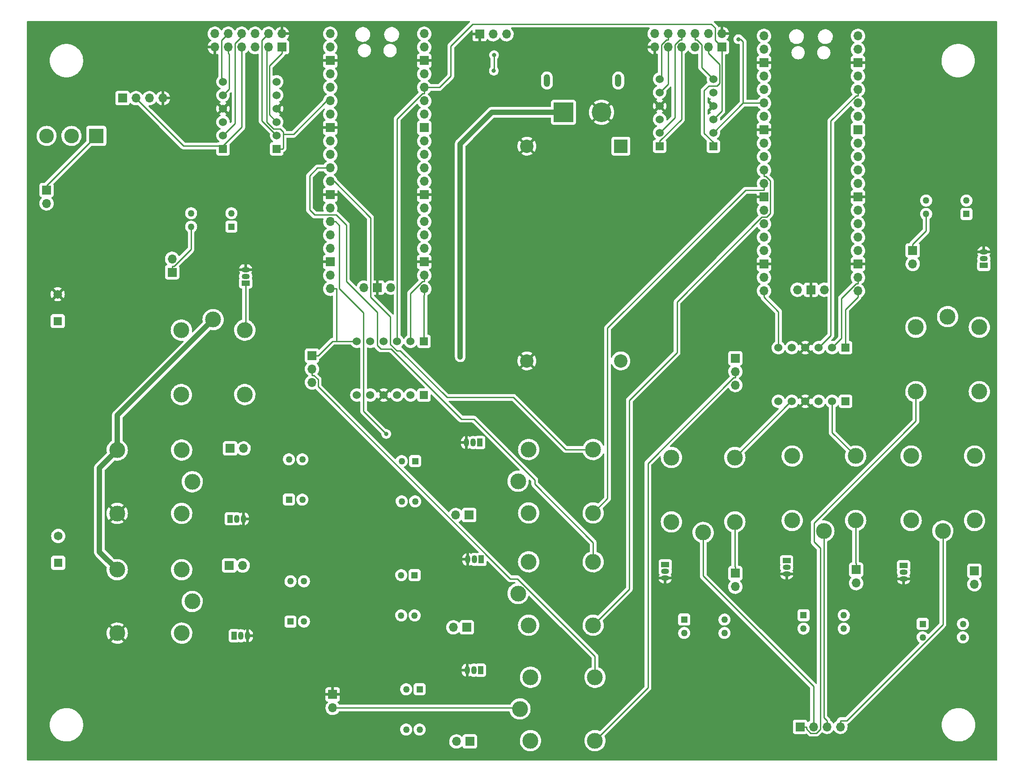
<source format=gbr>
%TF.GenerationSoftware,KiCad,Pcbnew,(6.0.5-0)*%
%TF.CreationDate,2024-02-05T16:25:50-05:00*%
%TF.ProjectId,Autonomous Drift Cart PCB,4175746f-6e6f-46d6-9f75-732044726966,rev?*%
%TF.SameCoordinates,Original*%
%TF.FileFunction,Copper,L2,Bot*%
%TF.FilePolarity,Positive*%
%FSLAX46Y46*%
G04 Gerber Fmt 4.6, Leading zero omitted, Abs format (unit mm)*
G04 Created by KiCad (PCBNEW (6.0.5-0)) date 2024-02-05 16:25:50*
%MOMM*%
%LPD*%
G01*
G04 APERTURE LIST*
%TA.AperFunction,ComponentPad*%
%ADD10R,3.716000X3.716000*%
%TD*%
%TA.AperFunction,ComponentPad*%
%ADD11C,3.716000*%
%TD*%
%TA.AperFunction,ComponentPad*%
%ADD12O,1.200000X2.400000*%
%TD*%
%TA.AperFunction,ComponentPad*%
%ADD13R,1.700000X1.700000*%
%TD*%
%TA.AperFunction,ComponentPad*%
%ADD14O,1.700000X1.700000*%
%TD*%
%TA.AperFunction,ComponentPad*%
%ADD15R,1.260000X1.260000*%
%TD*%
%TA.AperFunction,ComponentPad*%
%ADD16C,1.260000*%
%TD*%
%TA.AperFunction,ComponentPad*%
%ADD17C,3.000000*%
%TD*%
%TA.AperFunction,ComponentPad*%
%ADD18R,1.050000X1.500000*%
%TD*%
%TA.AperFunction,ComponentPad*%
%ADD19O,1.050000X1.500000*%
%TD*%
%TA.AperFunction,ComponentPad*%
%ADD20R,1.650000X1.650000*%
%TD*%
%TA.AperFunction,ComponentPad*%
%ADD21C,1.650000*%
%TD*%
%TA.AperFunction,ComponentPad*%
%ADD22R,1.500000X1.050000*%
%TD*%
%TA.AperFunction,ComponentPad*%
%ADD23O,1.500000X1.050000*%
%TD*%
%TA.AperFunction,ComponentPad*%
%ADD24C,1.524000*%
%TD*%
%TA.AperFunction,ComponentPad*%
%ADD25R,1.524000X1.524000*%
%TD*%
%TA.AperFunction,ComponentPad*%
%ADD26R,2.540000X2.540000*%
%TD*%
%TA.AperFunction,ComponentPad*%
%ADD27C,2.540000*%
%TD*%
%TA.AperFunction,ComponentPad*%
%ADD28R,2.775000X2.775000*%
%TD*%
%TA.AperFunction,ComponentPad*%
%ADD29C,2.775000*%
%TD*%
%TA.AperFunction,ViaPad*%
%ADD30C,0.800000*%
%TD*%
%TA.AperFunction,Conductor*%
%ADD31C,0.250000*%
%TD*%
%TA.AperFunction,Conductor*%
%ADD32C,1.000000*%
%TD*%
G04 APERTURE END LIST*
D10*
%TO.P,J25,1,+*%
%TO.N,+12V*%
X222500000Y-61265700D03*
D11*
%TO.P,J25,2,-*%
%TO.N,GND*%
X229700000Y-61265700D03*
D12*
%TO.P,J25,S1*%
%TO.N,N/C*%
X219350000Y-55265700D03*
%TO.P,J25,S2*%
X232850000Y-55265700D03*
%TD*%
D13*
%TO.P,J8,1,Pin_1*%
%TO.N,E-Stop +5V*%
X267250000Y-177575000D03*
D14*
%TO.P,J8,2,Pin_2*%
%TO.N,/Stepper_PU_Out*%
X269790000Y-177575000D03*
%TO.P,J8,3,Pin_3*%
%TO.N,/Stepper_DR_Out*%
X272330000Y-177575000D03*
%TO.P,J8,4,Pin_4*%
%TO.N,/Stepper_MF_Out*%
X274870000Y-177575000D03*
%TD*%
D13*
%TO.P,J1,1,Pin_1*%
%TO.N,+3V3*%
X169230000Y-48950000D03*
D14*
%TO.P,J1,2,Pin_2*%
%TO.N,GND*%
X169230000Y-46410000D03*
%TO.P,J1,3,Pin_3*%
%TO.N,/3.3V_TX*%
X166690000Y-48950000D03*
%TO.P,J1,4,Pin_4*%
%TO.N,/3.3V_RX*%
X166690000Y-46410000D03*
%TO.P,J1,5,Pin_5*%
%TO.N,/3.3V_SCL*%
X164150000Y-48950000D03*
%TO.P,J1,6,Pin_6*%
%TO.N,/3.3V_SDA*%
X164150000Y-46410000D03*
%TO.P,J1,7,Pin_7*%
%TO.N,/5V_Tx*%
X161610000Y-48950000D03*
%TO.P,J1,8,Pin_8*%
%TO.N,/5V_Rx*%
X161610000Y-46410000D03*
%TO.P,J1,9,Pin_9*%
%TO.N,/5V_SCL*%
X159070000Y-48950000D03*
%TO.P,J1,10,Pin_10*%
%TO.N,/5V_SDA*%
X159070000Y-46410000D03*
%TO.P,J1,11,Pin_11*%
%TO.N,GND*%
X156530000Y-48950000D03*
%TO.P,J1,12,Pin_12*%
%TO.N,+5V*%
X156530000Y-46410000D03*
%TD*%
D15*
%TO.P,Q1,1*%
%TO.N,Net-(Q1-Pad1)*%
X245322500Y-157280000D03*
D16*
%TO.P,Q1,2*%
%TO.N,Net-(D1-Pad2)*%
X245322500Y-159820000D03*
%TO.P,Q1,3*%
%TO.N,Net-(Q1-Pad3)*%
X252942500Y-159820000D03*
%TO.P,Q1,4*%
%TO.N,Net-(D9-Pad2)*%
X252942500Y-157280000D03*
%TD*%
D17*
%TO.P,K10,A2*%
%TO.N,Net-(D7-Pad1)*%
X216250000Y-168200000D03*
%TO.P,K10,A1*%
%TO.N,Net-(D7-Pad2)*%
X216250000Y-180200000D03*
%TO.P,K10,14*%
%TO.N,/Auto_ThrottleOut*%
X228450000Y-180200000D03*
%TO.P,K10,12*%
%TO.N,/RC_ThrottleOut*%
X228450000Y-168200000D03*
%TO.P,K10,11*%
%TO.N,/ThrottleSignalOut*%
X214250000Y-174200000D03*
%TD*%
D13*
%TO.P,J16,1,Pin_1*%
%TO.N,Net-(D18-Pad2)*%
X148450000Y-91550000D03*
D14*
%TO.P,J16,2,Pin_2*%
%TO.N,+5V*%
X148450000Y-89010000D03*
%TD*%
D13*
%TO.P,J15,1,Pin_1*%
%TO.N,Net-(D13-Pad2)*%
X204640000Y-137500000D03*
D14*
%TO.P,J15,2,Pin_2*%
%TO.N,+5V*%
X202100000Y-137500000D03*
%TD*%
D18*
%TO.P,Q9,1,C*%
%TO.N,Net-(D12-Pad1)*%
X206920000Y-145900000D03*
D19*
%TO.P,Q9,2,B*%
%TO.N,Net-(Q9-Pad2)*%
X205650000Y-145900000D03*
%TO.P,Q9,3,E*%
%TO.N,GND*%
X204380000Y-145900000D03*
%TD*%
D13*
%TO.P,J14,1,Pin_1*%
%TO.N,Net-(D12-Pad2)*%
X204190000Y-158750000D03*
D14*
%TO.P,J14,2,Pin_2*%
%TO.N,+5V*%
X201650000Y-158750000D03*
%TD*%
D16*
%TO.P,Q21,4*%
%TO.N,Net-(D7-Pad2)*%
X195270000Y-178092500D03*
%TO.P,Q21,3*%
%TO.N,Net-(Q21-Pad3)*%
X192730000Y-178092500D03*
%TO.P,Q21,2*%
%TO.N,Net-(D6-Pad2)*%
X192730000Y-170472500D03*
D15*
%TO.P,Q21,1*%
%TO.N,Net-(Q21-Pad1)*%
X195270000Y-170472500D03*
%TD*%
D14*
%TO.P,J30,2,Pin_2*%
%TO.N,Net-(D14-Pad1)*%
X124700000Y-78515000D03*
D13*
%TO.P,J30,1,Pin_1*%
%TO.N,Net-(J30-Pad1)*%
X124700000Y-75975000D03*
%TD*%
%TO.P,J3,1,Pin_1*%
%TO.N,/5V_Rx*%
X139070000Y-58600000D03*
D14*
%TO.P,J3,2,Pin_2*%
%TO.N,/5V_Tx*%
X141610000Y-58600000D03*
%TO.P,J3,3,Pin_3*%
%TO.N,+5V*%
X144150000Y-58600000D03*
%TO.P,J3,4,Pin_4*%
%TO.N,GND*%
X146690000Y-58600000D03*
%TD*%
D20*
%TO.P,J10,1,Pin_1*%
%TO.N,/AutonomousDriftCartRelays/Motor -*%
X126900000Y-146540000D03*
D21*
%TO.P,J10,2,Pin_2*%
%TO.N,/AutonomousDriftCartRelays/Motor +*%
X126900000Y-141460000D03*
%TD*%
D22*
%TO.P,Q7,1,C*%
%TO.N,Net-(D10-Pad1)*%
X264700000Y-146125000D03*
D23*
%TO.P,Q7,2,B*%
%TO.N,Net-(Q7-Pad2)*%
X264700000Y-147395000D03*
%TO.P,Q7,3,E*%
%TO.N,GND*%
X264700000Y-148665000D03*
%TD*%
D15*
%TO.P,Q3,1*%
%TO.N,Net-(Q3-Pad1)*%
X290440000Y-158105000D03*
D16*
%TO.P,Q3,2*%
%TO.N,Net-(D3-Pad2)*%
X290440000Y-160645000D03*
%TO.P,Q3,3*%
%TO.N,Net-(Q3-Pad3)*%
X298060000Y-160645000D03*
%TO.P,Q3,4*%
%TO.N,Net-(D11-Pad2)*%
X298060000Y-158105000D03*
%TD*%
D24*
%TO.P,U2,GND_1,GND*%
%TO.N,GND*%
X188480000Y-114780000D03*
%TO.P,U2,GND_2,GND*%
X188480000Y-104620000D03*
%TO.P,U2,HV,HV*%
%TO.N,+5V*%
X191020000Y-114780000D03*
D25*
%TO.P,U2,HV1,HV1*%
%TO.N,/5V_RC_MF*%
X196100000Y-114780000D03*
D24*
%TO.P,U2,HV2,HV2*%
%TO.N,/5V_RC_DIR*%
X193560000Y-114780000D03*
%TO.P,U2,HV3,HV3*%
%TO.N,/5V_RC_PU*%
X185940000Y-114780000D03*
%TO.P,U2,HV4,HV4*%
%TO.N,/5V_RC_Throttle_Out*%
X183400000Y-114780000D03*
%TO.P,U2,LV,LV*%
%TO.N,+3V3*%
X191020000Y-104620000D03*
D25*
%TO.P,U2,LV1,LV1*%
%TO.N,/3.3V_RC_MF*%
X196100000Y-104620000D03*
D24*
%TO.P,U2,LV2,LV2*%
%TO.N,/3.3V_RC_DIR*%
X193560000Y-104620000D03*
%TO.P,U2,LV3,LV3*%
%TO.N,/3.3V_RC_PU*%
X185940000Y-104620000D03*
%TO.P,U2,LV4,LV4*%
%TO.N,/3.3V_RC_Throttle_Out*%
X183400000Y-104620000D03*
%TD*%
D19*
%TO.P,Q18,3,E*%
%TO.N,GND*%
X162730000Y-160360000D03*
%TO.P,Q18,2,B*%
%TO.N,Net-(Q18-Pad2)*%
X161460000Y-160360000D03*
D18*
%TO.P,Q18,1,C*%
%TO.N,Net-(D21-Pad1)*%
X160190000Y-160360000D03*
%TD*%
D17*
%TO.P,K2,11*%
%TO.N,/Stepper_DR_Out*%
X271750000Y-140525000D03*
%TO.P,K2,12*%
%TO.N,/5V_RC_DIR*%
X265750000Y-126325000D03*
%TO.P,K2,14*%
%TO.N,/5V_Auto_DIR*%
X277750000Y-126325000D03*
%TO.P,K2,A1*%
%TO.N,Net-(D10-Pad2)*%
X277750000Y-138525000D03*
%TO.P,K2,A2*%
%TO.N,Net-(D10-Pad1)*%
X265750000Y-138525000D03*
%TD*%
%TO.P,K5,11*%
%TO.N,/AutonomousDriftCartRelays/LinearActuatorSig2*%
X213900000Y-131100000D03*
%TO.P,K5,12*%
%TO.N,/RC_LinearActuatorSig2*%
X228100000Y-125100000D03*
%TO.P,K5,14*%
%TO.N,/Auto_LinearActuatorSig2*%
X228100000Y-137100000D03*
%TO.P,K5,A1*%
%TO.N,Net-(D13-Pad2)*%
X215900000Y-137100000D03*
%TO.P,K5,A2*%
%TO.N,Net-(D13-Pad1)*%
X215900000Y-125100000D03*
%TD*%
%TO.P,K9,11*%
%TO.N,/AutonomousDriftCartRelays/Motor -*%
X152260000Y-153850000D03*
%TO.P,K9,12*%
%TO.N,GND*%
X138060000Y-159850000D03*
%TO.P,K9,14*%
%TO.N,+12V*%
X138060000Y-147850000D03*
%TO.P,K9,A1*%
%TO.N,Net-(D21-Pad2)*%
X150260000Y-147850000D03*
%TO.P,K9,A2*%
%TO.N,Net-(D21-Pad1)*%
X150260000Y-159850000D03*
%TD*%
D14*
%TO.P,U3,43,SWDIO*%
%TO.N,unconnected-(U3-Pad43)*%
X189790000Y-94450000D03*
D13*
%TO.P,U3,42,GND*%
%TO.N,GND*%
X187250000Y-94450000D03*
D14*
%TO.P,U3,41,SWCLK*%
%TO.N,unconnected-(U3-Pad41)*%
X184710000Y-94450000D03*
%TO.P,U3,40,VBUS*%
%TO.N,+5V*%
X196140000Y-46420000D03*
%TO.P,U3,39,VSYS*%
%TO.N,unconnected-(U3-Pad39)*%
X196140000Y-48960000D03*
D13*
%TO.P,U3,38,GND*%
%TO.N,GND*%
X196140000Y-51500000D03*
D14*
%TO.P,U3,37,3V3_EN*%
%TO.N,unconnected-(U3-Pad37)*%
X196140000Y-54040000D03*
%TO.P,U3,36,3V3*%
%TO.N,+3V3*%
X196140000Y-56580000D03*
%TO.P,U3,35,ADC_VREF*%
%TO.N,unconnected-(U3-Pad35)*%
X196140000Y-59120000D03*
%TO.P,U3,34,GPIO28_ADC2*%
%TO.N,/ThrottleIN_3.3V*%
X196140000Y-61660000D03*
D13*
%TO.P,U3,33,AGND*%
%TO.N,unconnected-(U3-Pad33)*%
X196140000Y-64200000D03*
D14*
%TO.P,U3,32,GPIO27_ADC1*%
%TO.N,unconnected-(U3-Pad32)*%
X196140000Y-66740000D03*
%TO.P,U3,31,GPIO26_ADC0*%
%TO.N,/Battery_Voltage_ADC*%
X196140000Y-69280000D03*
%TO.P,U3,30,RUN*%
%TO.N,unconnected-(U3-Pad30)*%
X196140000Y-71820000D03*
%TO.P,U3,29,GPIO22*%
%TO.N,unconnected-(U3-Pad29)*%
X196140000Y-74360000D03*
D13*
%TO.P,U3,28,GND*%
%TO.N,GND*%
X196140000Y-76900000D03*
D14*
%TO.P,U3,27,GPIO21*%
%TO.N,unconnected-(U3-Pad27)*%
X196140000Y-79440000D03*
%TO.P,U3,26,GPIO20*%
%TO.N,unconnected-(U3-Pad26)*%
X196140000Y-81980000D03*
%TO.P,U3,25,GPIO19*%
%TO.N,unconnected-(U3-Pad25)*%
X196140000Y-84520000D03*
%TO.P,U3,24,GPIO18*%
%TO.N,/3.3V_RC_PU*%
X196140000Y-87060000D03*
D13*
%TO.P,U3,23,GND*%
%TO.N,GND*%
X196140000Y-89600000D03*
D14*
%TO.P,U3,22,GPIO17*%
%TO.N,/3.3V_RC_DIR*%
X196140000Y-92140000D03*
%TO.P,U3,21,GPIO16*%
%TO.N,/3.3V_RC_MF*%
X196140000Y-94680000D03*
%TO.P,U3,20,GPIO15*%
%TO.N,/3.3V_RC_Throttle_Out*%
X178360000Y-94680000D03*
%TO.P,U3,19,GPIO14*%
%TO.N,unconnected-(U3-Pad19)*%
X178360000Y-92140000D03*
D13*
%TO.P,U3,18,GND*%
%TO.N,GND*%
X178360000Y-89600000D03*
D14*
%TO.P,U3,17,GPIO13*%
%TO.N,/RC_EStopRelaySig*%
X178360000Y-87060000D03*
%TO.P,U3,16,GPIO12*%
%TO.N,unconnected-(U3-Pad16)*%
X178360000Y-84520000D03*
%TO.P,U3,15,GPIO11*%
%TO.N,/RC_Auto{slash}RC_RelaySig*%
X178360000Y-81980000D03*
%TO.P,U3,14,GPIO10*%
%TO.N,unconnected-(U3-Pad14)*%
X178360000Y-79440000D03*
D13*
%TO.P,U3,13,GND*%
%TO.N,GND*%
X178360000Y-76900000D03*
D14*
%TO.P,U3,12,GPIO9*%
%TO.N,/RC_LinearActuatorSig2*%
X178360000Y-74360000D03*
%TO.P,U3,11,GPIO8*%
%TO.N,/RC_LinearActuatorSig1*%
X178360000Y-71820000D03*
%TO.P,U3,10,GPIO7*%
%TO.N,unconnected-(U3-Pad10)*%
X178360000Y-69280000D03*
%TO.P,U3,9,GPIO6*%
%TO.N,unconnected-(U3-Pad9)*%
X178360000Y-66740000D03*
D13*
%TO.P,U3,8,GND*%
%TO.N,GND*%
X178360000Y-64200000D03*
D14*
%TO.P,U3,7,GPIO5*%
%TO.N,/3.3V_RX*%
X178360000Y-61660000D03*
%TO.P,U3,6,GPIO4*%
%TO.N,/3.3V_TX*%
X178360000Y-59120000D03*
%TO.P,U3,5,GPIO3*%
%TO.N,/3.3V_SCL*%
X178360000Y-56580000D03*
%TO.P,U3,4,GPIO2*%
%TO.N,/3.3V_SDA*%
X178360000Y-54040000D03*
D13*
%TO.P,U3,3,GND*%
%TO.N,GND*%
X178360000Y-51500000D03*
D14*
%TO.P,U3,2,GPIO1*%
%TO.N,unconnected-(U3-Pad2)*%
X178360000Y-48960000D03*
%TO.P,U3,1,GPIO0*%
%TO.N,unconnected-(U3-Pad1)*%
X178360000Y-46420000D03*
%TD*%
D21*
%TO.P,J20,2,Pin_2*%
%TO.N,GND*%
X126800000Y-95710000D03*
D20*
%TO.P,J20,1,Pin_1*%
%TO.N,BatteryE-StopRelay*%
X126800000Y-100790000D03*
%TD*%
D14*
%TO.P,J9,2,Pin_2*%
%TO.N,+5V*%
X202235000Y-180350000D03*
D13*
%TO.P,J9,1,Pin_1*%
%TO.N,Net-(D7-Pad2)*%
X204775000Y-180350000D03*
%TD*%
D18*
%TO.P,Q10,1,C*%
%TO.N,Net-(D13-Pad1)*%
X206670000Y-123790000D03*
D19*
%TO.P,Q10,2,B*%
%TO.N,Net-(Q10-Pad2)*%
X205400000Y-123790000D03*
%TO.P,Q10,3,E*%
%TO.N,GND*%
X204130000Y-123790000D03*
%TD*%
D15*
%TO.P,Q19,1*%
%TO.N,Net-(Q19-Pad1)*%
X298710000Y-80520000D03*
D16*
%TO.P,Q19,2*%
%TO.N,Net-(D22-Pad2)*%
X298710000Y-77980000D03*
%TO.P,Q19,3*%
%TO.N,Net-(Q19-Pad3)*%
X291090000Y-77980000D03*
%TO.P,Q19,4*%
%TO.N,Net-(D23-Pad2)*%
X291090000Y-80520000D03*
%TD*%
D13*
%TO.P,J19,1,Pin_1*%
%TO.N,Net-(D21-Pad2)*%
X159260000Y-147050000D03*
D14*
%TO.P,J19,2,Pin_2*%
%TO.N,+5V*%
X161800000Y-147050000D03*
%TD*%
D22*
%TO.P,Q15,1,C*%
%TO.N,Net-(D18-Pad1)*%
X162350000Y-93590000D03*
D23*
%TO.P,Q15,2,B*%
%TO.N,Net-(Q15-Pad2)*%
X162350000Y-92320000D03*
%TO.P,Q15,3,E*%
%TO.N,GND*%
X162350000Y-91050000D03*
%TD*%
D17*
%TO.P,K7,11*%
%TO.N,/AutonomousDriftCartRelays/Motor +*%
X152260000Y-131200000D03*
%TO.P,K7,12*%
%TO.N,GND*%
X138060000Y-137200000D03*
%TO.P,K7,14*%
%TO.N,+12V*%
X138060000Y-125200000D03*
%TO.P,K7,A1*%
%TO.N,Net-(D19-Pad2)*%
X150260000Y-125200000D03*
%TO.P,K7,A2*%
%TO.N,Net-(D19-Pad1)*%
X150260000Y-137200000D03*
%TD*%
D14*
%TO.P,U4,43,SWDIO*%
%TO.N,unconnected-(U4-Pad43)*%
X271840000Y-94855000D03*
D13*
%TO.P,U4,42,GND*%
%TO.N,GND*%
X269300000Y-94855000D03*
D14*
%TO.P,U4,41,SWCLK*%
%TO.N,unconnected-(U4-Pad41)*%
X266760000Y-94855000D03*
%TO.P,U4,40,VBUS*%
%TO.N,unconnected-(U4-Pad40)*%
X278190000Y-46825000D03*
%TO.P,U4,39,VSYS*%
%TO.N,unconnected-(U4-Pad39)*%
X278190000Y-49365000D03*
D13*
%TO.P,U4,38,GND*%
%TO.N,GND*%
X278190000Y-51905000D03*
D14*
%TO.P,U4,37,3V3_EN*%
%TO.N,unconnected-(U4-Pad37)*%
X278190000Y-54445000D03*
%TO.P,U4,36,3V3*%
%TO.N,+3V3*%
X278190000Y-56985000D03*
%TO.P,U4,35,ADC_VREF*%
%TO.N,unconnected-(U4-Pad35)*%
X278190000Y-59525000D03*
%TO.P,U4,34,GPIO28_ADC2*%
%TO.N,/ThrottleIN_3.3V*%
X278190000Y-62065000D03*
D13*
%TO.P,U4,33,AGND*%
%TO.N,unconnected-(U4-Pad33)*%
X278190000Y-64605000D03*
D14*
%TO.P,U4,32,GPIO27_ADC1*%
%TO.N,unconnected-(U4-Pad32)*%
X278190000Y-67145000D03*
%TO.P,U4,31,GPIO26_ADC0*%
%TO.N,/Battery_Voltage_ADC*%
X278190000Y-69685000D03*
%TO.P,U4,30,RUN*%
%TO.N,unconnected-(U4-Pad30)*%
X278190000Y-72225000D03*
%TO.P,U4,29,GPIO22*%
%TO.N,unconnected-(U4-Pad29)*%
X278190000Y-74765000D03*
D13*
%TO.P,U4,28,GND*%
%TO.N,GND*%
X278190000Y-77305000D03*
D14*
%TO.P,U4,27,GPIO21*%
%TO.N,unconnected-(U4-Pad27)*%
X278190000Y-79845000D03*
%TO.P,U4,26,GPIO20*%
%TO.N,unconnected-(U4-Pad26)*%
X278190000Y-82385000D03*
%TO.P,U4,25,GPIO19*%
%TO.N,unconnected-(U4-Pad25)*%
X278190000Y-84925000D03*
%TO.P,U4,24,GPIO18*%
%TO.N,/3.3V_Auto_PU*%
X278190000Y-87465000D03*
D13*
%TO.P,U4,23,GND*%
%TO.N,GND*%
X278190000Y-90005000D03*
D14*
%TO.P,U4,22,GPIO17*%
%TO.N,/3.3V_Auto_DIR*%
X278190000Y-92545000D03*
%TO.P,U4,21,GPIO16*%
%TO.N,/3.3V_Auto_MF*%
X278190000Y-95085000D03*
%TO.P,U4,20,GPIO15*%
%TO.N,/3.3V_Auto_Throttle_Out*%
X260410000Y-95085000D03*
%TO.P,U4,19,GPIO14*%
%TO.N,unconnected-(U4-Pad19)*%
X260410000Y-92545000D03*
D13*
%TO.P,U4,18,GND*%
%TO.N,GND*%
X260410000Y-90005000D03*
D14*
%TO.P,U4,17,GPIO13*%
%TO.N,unconnected-(U4-Pad17)*%
X260410000Y-87465000D03*
%TO.P,U4,16,GPIO12*%
%TO.N,unconnected-(U4-Pad16)*%
X260410000Y-84925000D03*
%TO.P,U4,15,GPIO11*%
%TO.N,unconnected-(U4-Pad15)*%
X260410000Y-82385000D03*
%TO.P,U4,14,GPIO10*%
%TO.N,unconnected-(U4-Pad14)*%
X260410000Y-79845000D03*
D13*
%TO.P,U4,13,GND*%
%TO.N,GND*%
X260410000Y-77305000D03*
D14*
%TO.P,U4,12,GPIO9*%
%TO.N,/Auto_LinearActuatorSig2*%
X260410000Y-74765000D03*
%TO.P,U4,11,GPIO8*%
%TO.N,/Auto_LinearActuatorSig1*%
X260410000Y-72225000D03*
%TO.P,U4,10,GPIO7*%
%TO.N,unconnected-(U4-Pad10)*%
X260410000Y-69685000D03*
%TO.P,U4,9,GPIO6*%
%TO.N,unconnected-(U4-Pad9)*%
X260410000Y-67145000D03*
D13*
%TO.P,U4,8,GND*%
%TO.N,GND*%
X260410000Y-64605000D03*
D14*
%TO.P,U4,7,GPIO5*%
%TO.N,/Auto_3.3V_TX*%
X260410000Y-62065000D03*
%TO.P,U4,6,GPIO4*%
%TO.N,/Auto_3.3V_RX*%
X260410000Y-59525000D03*
%TO.P,U4,5,GPIO3*%
%TO.N,/Auto_3.3V_SCL*%
X260410000Y-56985000D03*
%TO.P,U4,4,GPIO2*%
%TO.N,/Auto_3.3V_SDA*%
X260410000Y-54445000D03*
D13*
%TO.P,U4,3,GND*%
%TO.N,GND*%
X260410000Y-51905000D03*
D14*
%TO.P,U4,2,GPIO1*%
%TO.N,unconnected-(U4-Pad2)*%
X260410000Y-49365000D03*
%TO.P,U4,1,GPIO0*%
%TO.N,unconnected-(U4-Pad1)*%
X260410000Y-46825000D03*
%TD*%
D17*
%TO.P,K4,11*%
%TO.N,/AutonomousDriftCartRelays/LinearActuatorSig1*%
X213900000Y-152350000D03*
%TO.P,K4,12*%
%TO.N,/RC_LinearActuatorSig1*%
X228100000Y-146350000D03*
%TO.P,K4,14*%
%TO.N,/Auto_LinearActuatorSig1*%
X228100000Y-158350000D03*
%TO.P,K4,A1*%
%TO.N,Net-(D12-Pad2)*%
X215900000Y-158350000D03*
%TO.P,K4,A2*%
%TO.N,Net-(D12-Pad1)*%
X215900000Y-146350000D03*
%TD*%
D13*
%TO.P,J2,1,Pin_1*%
%TO.N,/3.3V_RC_Throttle_Out*%
X174900000Y-107325000D03*
D14*
%TO.P,J2,2,Pin_2*%
%TO.N,/RC_ThrottleOut*%
X174900000Y-109865000D03*
%TO.P,J2,3,Pin_3*%
%TO.N,/5V_RC_Throttle_Out*%
X174900000Y-112405000D03*
%TD*%
D13*
%TO.P,J4,1,Pin_1*%
%TO.N,/3.3V_Auto_Throttle_Out*%
X255000000Y-107810000D03*
D14*
%TO.P,J4,2,Pin_2*%
%TO.N,/Auto_ThrottleOut*%
X255000000Y-110350000D03*
%TO.P,J4,3,Pin_3*%
%TO.N,/5V_Auto_Throttle_Out*%
X255000000Y-112890000D03*
%TD*%
D15*
%TO.P,Q12,1*%
%TO.N,Net-(Q12-Pad1)*%
X170540000Y-134577500D03*
D16*
%TO.P,Q12,2*%
%TO.N,Net-(D15-Pad2)*%
X173080000Y-134577500D03*
%TO.P,Q12,3*%
%TO.N,Net-(Q12-Pad3)*%
X173080000Y-126957500D03*
%TO.P,Q12,4*%
%TO.N,Net-(D19-Pad2)*%
X170540000Y-126957500D03*
%TD*%
D14*
%TO.P,J5,2,Pin_2*%
%TO.N,/ThrottleSignalOut*%
X178825000Y-173990000D03*
D13*
%TO.P,J5,1,Pin_1*%
%TO.N,GND*%
X178825000Y-171450000D03*
%TD*%
%TO.P,J12,1,Pin_1*%
%TO.N,Net-(D10-Pad2)*%
X277850000Y-147850000D03*
D14*
%TO.P,J12,2,Pin_2*%
%TO.N,+5V*%
X277850000Y-150390000D03*
%TD*%
D24*
%TO.P,U5,GND_1,GND*%
%TO.N,GND*%
X268230000Y-115980000D03*
%TO.P,U5,GND_2,GND*%
X268230000Y-105820000D03*
%TO.P,U5,HV,HV*%
%TO.N,+5V*%
X270770000Y-115980000D03*
D25*
%TO.P,U5,HV1,HV1*%
%TO.N,/5V_Auto_MF*%
X275850000Y-115980000D03*
D24*
%TO.P,U5,HV2,HV2*%
%TO.N,/5V_Auto_DIR*%
X273310000Y-115980000D03*
%TO.P,U5,HV3,HV3*%
%TO.N,/5V_Auto_PU*%
X265690000Y-115980000D03*
%TO.P,U5,HV4,HV4*%
%TO.N,/5V_Auto_Throttle_Out*%
X263150000Y-115980000D03*
%TO.P,U5,LV,LV*%
%TO.N,+3V3*%
X270770000Y-105820000D03*
D25*
%TO.P,U5,LV1,LV1*%
%TO.N,/3.3V_Auto_MF*%
X275850000Y-105820000D03*
D24*
%TO.P,U5,LV2,LV2*%
%TO.N,/3.3V_Auto_DIR*%
X273310000Y-105820000D03*
%TO.P,U5,LV3,LV3*%
%TO.N,/3.3V_Auto_PU*%
X265690000Y-105820000D03*
%TO.P,U5,LV4,LV4*%
%TO.N,/3.3V_Auto_Throttle_Out*%
X263150000Y-105820000D03*
%TD*%
D26*
%TO.P,U6,1,Vin*%
%TO.N,+12V*%
X233340000Y-67680000D03*
D27*
%TO.P,U6,2,GND*%
%TO.N,GND*%
X215560000Y-67680000D03*
%TO.P,U6,3,GND*%
X215560000Y-108320000D03*
%TO.P,U6,4,Vout*%
%TO.N,+5V*%
X233340000Y-108320000D03*
%TD*%
D28*
%TO.P,S2,1*%
%TO.N,Net-(J30-Pad1)*%
X134100000Y-65750000D03*
D29*
%TO.P,S2,2*%
%TO.N,/RC_EStopRelaySig*%
X129400000Y-65750000D03*
%TO.P,S2,3*%
%TO.N,unconnected-(S2-Pad3)*%
X124700000Y-65750000D03*
%TD*%
D14*
%TO.P,J7,12,Pin_12*%
%TO.N,+5V*%
X239740000Y-46400000D03*
%TO.P,J7,11,Pin_11*%
%TO.N,GND*%
X239740000Y-48940000D03*
%TO.P,J7,10,Pin_10*%
%TO.N,/Auto_5V_SDA*%
X242280000Y-46400000D03*
%TO.P,J7,9,Pin_9*%
%TO.N,/Auto_5V_SCL*%
X242280000Y-48940000D03*
%TO.P,J7,8,Pin_8*%
%TO.N,/Auto_5V_Rx*%
X244820000Y-46400000D03*
%TO.P,J7,7,Pin_7*%
%TO.N,/Auto_5V_Tx*%
X244820000Y-48940000D03*
%TO.P,J7,6,Pin_6*%
%TO.N,/Auto_3.3V_SDA*%
X247360000Y-46400000D03*
%TO.P,J7,5,Pin_5*%
%TO.N,/Auto_3.3V_SCL*%
X247360000Y-48940000D03*
%TO.P,J7,4,Pin_4*%
%TO.N,/Auto_3.3V_RX*%
X249900000Y-46400000D03*
%TO.P,J7,3,Pin_3*%
%TO.N,/Auto_3.3V_TX*%
X249900000Y-48940000D03*
%TO.P,J7,2,Pin_2*%
%TO.N,GND*%
X252440000Y-46400000D03*
D13*
%TO.P,J7,1,Pin_1*%
%TO.N,+3V3*%
X252440000Y-48940000D03*
%TD*%
D15*
%TO.P,Q11,1*%
%TO.N,Net-(Q11-Pad1)*%
X159660000Y-82920000D03*
D16*
%TO.P,Q11,2*%
%TO.N,Net-(D14-Pad2)*%
X159660000Y-80380000D03*
%TO.P,Q11,3*%
%TO.N,Net-(Q11-Pad3)*%
X152040000Y-80380000D03*
%TO.P,Q11,4*%
%TO.N,Net-(D18-Pad2)*%
X152040000Y-82920000D03*
%TD*%
D15*
%TO.P,Q5,1*%
%TO.N,Net-(Q5-Pad1)*%
X194420000Y-127290000D03*
D16*
%TO.P,Q5,2*%
%TO.N,Net-(D8-Pad2)*%
X191880000Y-127290000D03*
%TO.P,Q5,3*%
%TO.N,Net-(Q5-Pad3)*%
X191880000Y-134910000D03*
%TO.P,Q5,4*%
%TO.N,Net-(D13-Pad2)*%
X194420000Y-134910000D03*
%TD*%
D15*
%TO.P,Q4,1*%
%TO.N,Net-(Q4-Pad1)*%
X194320000Y-148872500D03*
D16*
%TO.P,Q4,2*%
%TO.N,Net-(D4-Pad2)*%
X191780000Y-148872500D03*
%TO.P,Q4,3*%
%TO.N,Net-(Q4-Pad3)*%
X191780000Y-156492500D03*
%TO.P,Q4,4*%
%TO.N,Net-(D12-Pad2)*%
X194320000Y-156492500D03*
%TD*%
D13*
%TO.P,J13,1,Pin_1*%
%TO.N,Net-(D11-Pad2)*%
X300200000Y-148050000D03*
D14*
%TO.P,J13,2,Pin_2*%
%TO.N,+5V*%
X300200000Y-150590000D03*
%TD*%
D17*
%TO.P,K11,11*%
%TO.N,+5V*%
X295150000Y-99950000D03*
%TO.P,K11,12*%
%TO.N,unconnected-(K11-Pad12)*%
X301150000Y-114150000D03*
%TO.P,K11,14*%
%TO.N,E-Stop +5V*%
X289150000Y-114150000D03*
%TO.P,K11,A1*%
%TO.N,Net-(D23-Pad2)*%
X289150000Y-101950000D03*
%TO.P,K11,A2*%
%TO.N,Net-(D23-Pad1)*%
X301150000Y-101950000D03*
%TD*%
D18*
%TO.P,Q16,1,C*%
%TO.N,Net-(D19-Pad1)*%
X159410000Y-138200000D03*
D19*
%TO.P,Q16,2,B*%
%TO.N,Net-(Q16-Pad2)*%
X160680000Y-138200000D03*
%TO.P,Q16,3,E*%
%TO.N,GND*%
X161950000Y-138200000D03*
%TD*%
D13*
%TO.P,J29,1,Pin_1*%
%TO.N,Net-(D23-Pad2)*%
X288550000Y-87425000D03*
D14*
%TO.P,J29,2,Pin_2*%
%TO.N,+5V*%
X288550000Y-89965000D03*
%TD*%
D23*
%TO.P,Q8,3,E*%
%TO.N,GND*%
X286840000Y-149595000D03*
%TO.P,Q8,2,B*%
%TO.N,Net-(Q8-Pad2)*%
X286840000Y-148325000D03*
D22*
%TO.P,Q8,1,C*%
%TO.N,Net-(D11-Pad1)*%
X286840000Y-147055000D03*
%TD*%
D17*
%TO.P,K1,11*%
%TO.N,/Stepper_PU_Out*%
X248900000Y-140800000D03*
%TO.P,K1,12*%
%TO.N,/5V_RC_PU*%
X242900000Y-126600000D03*
%TO.P,K1,14*%
%TO.N,/5V_Auto_PU*%
X254900000Y-126600000D03*
%TO.P,K1,A1*%
%TO.N,Net-(D9-Pad2)*%
X254900000Y-138800000D03*
%TO.P,K1,A2*%
%TO.N,Net-(D9-Pad1)*%
X242900000Y-138800000D03*
%TD*%
D15*
%TO.P,Q2,1*%
%TO.N,Net-(Q2-Pad1)*%
X267890000Y-156455000D03*
D16*
%TO.P,Q2,2*%
%TO.N,Net-(D2-Pad2)*%
X267890000Y-158995000D03*
%TO.P,Q2,3*%
%TO.N,Net-(Q2-Pad3)*%
X275510000Y-158995000D03*
%TO.P,Q2,4*%
%TO.N,Net-(D10-Pad2)*%
X275510000Y-156455000D03*
%TD*%
D13*
%TO.P,J11,1,Pin_1*%
%TO.N,Net-(D9-Pad2)*%
X255000000Y-148525000D03*
D14*
%TO.P,J11,2,Pin_2*%
%TO.N,+5V*%
X255000000Y-151065000D03*
%TD*%
D22*
%TO.P,Q20,1,C*%
%TO.N,Net-(D23-Pad1)*%
X302010000Y-90270000D03*
D23*
%TO.P,Q20,2,B*%
%TO.N,Net-(Q20-Pad2)*%
X302010000Y-89000000D03*
%TO.P,Q20,3,E*%
%TO.N,GND*%
X302010000Y-87730000D03*
%TD*%
D17*
%TO.P,K6,11*%
%TO.N,+12V*%
X156200000Y-100500000D03*
%TO.P,K6,12*%
%TO.N,unconnected-(K6-Pad12)*%
X162200000Y-114700000D03*
%TO.P,K6,14*%
%TO.N,BatteryE-StopRelay*%
X150200000Y-114700000D03*
%TO.P,K6,A1*%
%TO.N,Net-(D18-Pad2)*%
X150200000Y-102500000D03*
%TO.P,K6,A2*%
%TO.N,Net-(D18-Pad1)*%
X162200000Y-102500000D03*
%TD*%
D19*
%TO.P,Q22,3,E*%
%TO.N,GND*%
X204250000Y-166850000D03*
%TO.P,Q22,2,B*%
%TO.N,Net-(Q22-Pad2)*%
X205520000Y-166850000D03*
D18*
%TO.P,Q22,1,C*%
%TO.N,Net-(D7-Pad1)*%
X206790000Y-166850000D03*
%TD*%
D24*
%TO.P,U1,GND_1,GND*%
%TO.N,GND*%
X158070000Y-60580000D03*
%TO.P,U1,GND_2,GND*%
X168230000Y-60580000D03*
%TO.P,U1,HV,HV*%
%TO.N,+5V*%
X158070000Y-63120000D03*
D25*
%TO.P,U1,HV1,HV1*%
%TO.N,/5V_Tx*%
X158070000Y-68200000D03*
D24*
%TO.P,U1,HV2,HV2*%
%TO.N,/5V_Rx*%
X158070000Y-65660000D03*
%TO.P,U1,HV3,HV3*%
%TO.N,/5V_SCL*%
X158070000Y-58040000D03*
%TO.P,U1,HV4,HV4*%
%TO.N,/5V_SDA*%
X158070000Y-55500000D03*
%TO.P,U1,LV,LV*%
%TO.N,+3V3*%
X168230000Y-63120000D03*
D25*
%TO.P,U1,LV1,LV1*%
%TO.N,/3.3V_TX*%
X168230000Y-68200000D03*
D24*
%TO.P,U1,LV2,LV2*%
%TO.N,/3.3V_RX*%
X168230000Y-65660000D03*
%TO.P,U1,LV3,LV3*%
%TO.N,/3.3V_SCL*%
X168230000Y-58040000D03*
%TO.P,U1,LV4,LV4*%
%TO.N,/3.3V_SDA*%
X168230000Y-55500000D03*
%TD*%
D17*
%TO.P,K3,11*%
%TO.N,/Stepper_MF_Out*%
X294250000Y-140525000D03*
%TO.P,K3,12*%
%TO.N,/5V_RC_MF*%
X288250000Y-126325000D03*
%TO.P,K3,14*%
%TO.N,/5V_Auto_MF*%
X300250000Y-126325000D03*
%TO.P,K3,A1*%
%TO.N,Net-(D11-Pad2)*%
X300250000Y-138525000D03*
%TO.P,K3,A2*%
%TO.N,Net-(D11-Pad1)*%
X288250000Y-138525000D03*
%TD*%
D24*
%TO.P,U8,LV4,LV4*%
%TO.N,/Auto_3.3V_SDA*%
X250830000Y-55000000D03*
%TO.P,U8,LV3,LV3*%
%TO.N,/Auto_3.3V_SCL*%
X250830000Y-57540000D03*
%TO.P,U8,LV2,LV2*%
%TO.N,/Auto_3.3V_RX*%
X250830000Y-65160000D03*
D25*
%TO.P,U8,LV1,LV1*%
%TO.N,/Auto_3.3V_TX*%
X250830000Y-67700000D03*
D24*
%TO.P,U8,LV,LV*%
%TO.N,+3V3*%
X250830000Y-62620000D03*
%TO.P,U8,HV4,HV4*%
%TO.N,/Auto_5V_SDA*%
X240670000Y-55000000D03*
%TO.P,U8,HV3,HV3*%
%TO.N,/Auto_5V_SCL*%
X240670000Y-57540000D03*
%TO.P,U8,HV2,HV2*%
%TO.N,/Auto_5V_Rx*%
X240670000Y-65160000D03*
D25*
%TO.P,U8,HV1,HV1*%
%TO.N,/Auto_5V_Tx*%
X240670000Y-67700000D03*
D24*
%TO.P,U8,HV,HV*%
%TO.N,+5V*%
X240670000Y-62620000D03*
%TO.P,U8,GND_2,GND*%
%TO.N,GND*%
X250830000Y-60080000D03*
%TO.P,U8,GND_1,GND*%
X240670000Y-60080000D03*
%TD*%
D22*
%TO.P,Q6,1,C*%
%TO.N,Net-(D9-Pad1)*%
X241740000Y-146880000D03*
D23*
%TO.P,Q6,2,B*%
%TO.N,Net-(Q6-Pad2)*%
X241740000Y-148150000D03*
%TO.P,Q6,3,E*%
%TO.N,GND*%
X241740000Y-149420000D03*
%TD*%
D16*
%TO.P,Q14,4*%
%TO.N,Net-(D21-Pad2)*%
X170840000Y-150040000D03*
%TO.P,Q14,3*%
%TO.N,Net-(Q14-Pad3)*%
X173380000Y-150040000D03*
%TO.P,Q14,2*%
%TO.N,Net-(D17-Pad2)*%
X173380000Y-157660000D03*
D15*
%TO.P,Q14,1*%
%TO.N,Net-(Q14-Pad1)*%
X170840000Y-157660000D03*
%TD*%
D13*
%TO.P,J6,1,Pin_1*%
%TO.N,GND*%
X206625000Y-46500000D03*
D14*
%TO.P,J6,2,Pin_2*%
%TO.N,/ThrottleIN*%
X209165000Y-46500000D03*
%TO.P,J6,3,Pin_3*%
%TO.N,+5V*%
X211705000Y-46500000D03*
%TD*%
D13*
%TO.P,J17,1,Pin_1*%
%TO.N,Net-(D19-Pad2)*%
X159435000Y-124900000D03*
D14*
%TO.P,J17,2,Pin_2*%
%TO.N,+5V*%
X161975000Y-124900000D03*
%TD*%
D30*
%TO.N,GND*%
X171450000Y-76900000D03*
%TO.N,+5V*%
X209350000Y-50450000D03*
X209300000Y-53400000D03*
%TO.N,/Auto_3.3V_RX*%
X255550000Y-47450000D03*
%TO.N,+12V*%
X202950000Y-107550000D03*
%TO.N,/RC_Auto{slash}RC_RelaySig*%
X188950000Y-122150000D03*
%TO.N,GND*%
X219050000Y-114000000D03*
X203150000Y-51950000D03*
X207306200Y-77094500D03*
%TD*%
D31*
%TO.N,Net-(J30-Pad1)*%
X134100000Y-65750000D02*
X124700000Y-75150000D01*
X124700000Y-75150000D02*
X124700000Y-75975000D01*
%TO.N,/RC_LinearActuatorSig2*%
X178360000Y-74360000D02*
X179110000Y-74360000D01*
X189750000Y-105200000D02*
X190950000Y-106400000D01*
X190950000Y-106400000D02*
X191600000Y-106400000D01*
X179110000Y-74360000D02*
X185980100Y-81230100D01*
X185980100Y-81230100D02*
X185980100Y-96237300D01*
X213033000Y-115233000D02*
X222900000Y-125100000D01*
X189750000Y-100007200D02*
X189750000Y-105200000D01*
X185980100Y-96237300D02*
X189750000Y-100007200D01*
X191600000Y-106400000D02*
X200433000Y-115233000D01*
X200433000Y-115233000D02*
X213033000Y-115233000D01*
X222900000Y-125100000D02*
X228100000Y-125100000D01*
%TO.N,/RC_LinearActuatorSig1*%
X228100000Y-146350000D02*
X228100000Y-142695000D01*
X228100000Y-142695000D02*
X217050000Y-131645000D01*
X217050000Y-131645000D02*
X217050000Y-130850000D01*
X217050000Y-130850000D02*
X205558300Y-119358300D01*
X205558300Y-119358300D02*
X203158300Y-119358300D01*
X203158300Y-119358300D02*
X189864500Y-106064500D01*
X189864500Y-106064500D02*
X187914500Y-106064500D01*
X187914500Y-106064500D02*
X187250000Y-105400000D01*
X187250000Y-105400000D02*
X187250000Y-99104600D01*
X187250000Y-99104600D02*
X181420000Y-93274600D01*
X181420000Y-93274600D02*
X181420000Y-82620000D01*
X181420000Y-82620000D02*
X179510000Y-80710000D01*
X179510000Y-80710000D02*
X175410000Y-80710000D01*
X175410000Y-80710000D02*
X174450000Y-79750000D01*
X174450000Y-79750000D02*
X174450000Y-73300000D01*
X174450000Y-73300000D02*
X175930000Y-71820000D01*
X175930000Y-71820000D02*
X178360000Y-71820000D01*
%TO.N,/3.3V_TX*%
X169443600Y-65326700D02*
X169566900Y-65450000D01*
X169566900Y-65450000D02*
X171400000Y-65450000D01*
X171400000Y-65450000D02*
X177730000Y-59120000D01*
X177730000Y-59120000D02*
X178360000Y-59120000D01*
%TO.N,/Auto_LinearActuatorSig2*%
X260410000Y-74765000D02*
X260410000Y-76050000D01*
X260410000Y-76050000D02*
X256900000Y-76050000D01*
X256900000Y-76050000D02*
X230819000Y-102131000D01*
X230819000Y-102131000D02*
X230819000Y-134381000D01*
X230819000Y-134381000D02*
X228100000Y-137100000D01*
%TO.N,/5V_SDA*%
X159070000Y-46410000D02*
X157800000Y-47680000D01*
X157800000Y-47680000D02*
X157800000Y-55230000D01*
X157800000Y-55230000D02*
X158070000Y-55500000D01*
%TO.N,/5V_Rx*%
X158070000Y-65660000D02*
X160340000Y-63390000D01*
X160340000Y-63390000D02*
X160340000Y-48260000D01*
X160340000Y-48260000D02*
X161610000Y-46990000D01*
X161610000Y-46990000D02*
X161610000Y-46410000D01*
%TO.N,/3.3V_RX*%
X166690000Y-46410000D02*
X165450000Y-47650000D01*
X165450000Y-47650000D02*
X165450000Y-62880000D01*
X165450000Y-62880000D02*
X168230000Y-65660000D01*
%TO.N,+5V*%
X209350000Y-50450000D02*
X209350000Y-53350000D01*
X209350000Y-53350000D02*
X209300000Y-53400000D01*
%TO.N,+3V3*%
X252440000Y-61010000D02*
X252440000Y-48940000D01*
X250830000Y-62620000D02*
X252440000Y-61010000D01*
%TO.N,/Auto_3.3V_TX*%
X249100000Y-65250000D02*
X250830000Y-66980000D01*
X249100000Y-57150000D02*
X249100000Y-65250000D01*
X251530000Y-56270000D02*
X249980000Y-56270000D01*
X250830000Y-66980000D02*
X250830000Y-67700000D01*
X249900000Y-50116900D02*
X251990480Y-52207380D01*
X249980000Y-56270000D02*
X249100000Y-57150000D01*
X251990480Y-55809520D02*
X251530000Y-56270000D01*
X251990480Y-52207380D02*
X251990480Y-55809520D01*
X249900000Y-48940000D02*
X249900000Y-50116900D01*
%TO.N,/Auto_3.3V_RX*%
X256000000Y-47450000D02*
X256465000Y-47915000D01*
X255550000Y-47450000D02*
X256000000Y-47450000D01*
X256465000Y-47915000D02*
X256465000Y-59525000D01*
D32*
%TO.N,+12V*%
X138060000Y-125200000D02*
X134700000Y-128560000D01*
X134700000Y-128560000D02*
X134700000Y-144490000D01*
X134700000Y-144490000D02*
X138060000Y-147850000D01*
D31*
%TO.N,/RC_Auto{slash}RC_RelaySig*%
X184670000Y-99176200D02*
X180100900Y-94607100D01*
X180100900Y-94607100D02*
X180100900Y-82677618D01*
X188950000Y-122150000D02*
X184670000Y-117870000D01*
X184670000Y-117870000D02*
X184670000Y-99176200D01*
X180100900Y-82677618D02*
X179403282Y-81980000D01*
X179403282Y-81980000D02*
X178360000Y-81980000D01*
%TO.N,+3V3*%
X196140000Y-56580000D02*
X199020000Y-56580000D01*
X199020000Y-56580000D02*
X201150000Y-54450000D01*
X201150000Y-54450000D02*
X201150000Y-48750000D01*
X201150000Y-48750000D02*
X205300000Y-44600000D01*
X205300000Y-44600000D02*
X250450000Y-44600000D01*
X250450000Y-44600000D02*
X251150000Y-45300000D01*
X251150000Y-45300000D02*
X251150000Y-47650000D01*
X251150000Y-47650000D02*
X252440000Y-48940000D01*
D32*
%TO.N,+12V*%
X202950000Y-107550000D02*
X202950000Y-67250000D01*
X202950000Y-67250000D02*
X208934300Y-61265700D01*
X208934300Y-61265700D02*
X222500000Y-61265700D01*
D31*
%TO.N,/5V_Tx*%
X158070000Y-67655500D02*
X161610000Y-64115500D01*
X161610000Y-64115500D02*
X161610000Y-48950000D01*
X158070000Y-67655500D02*
X150605500Y-67655500D01*
X150605500Y-67655500D02*
X141610000Y-58660000D01*
X141610000Y-58660000D02*
X141610000Y-58600000D01*
%TO.N,+3V3*%
X169230000Y-48950000D02*
X169230000Y-50126900D01*
X169230000Y-50126900D02*
X166850000Y-52506900D01*
X166850000Y-52506900D02*
X166850000Y-61740000D01*
X166850000Y-61740000D02*
X168230000Y-63120000D01*
%TO.N,/3.3V_TX*%
X169443600Y-65326700D02*
X169443600Y-64993600D01*
X168850000Y-64400000D02*
X167650000Y-64400000D01*
X167650000Y-64400000D02*
X166350000Y-63100000D01*
X166350000Y-63100000D02*
X166350000Y-49290000D01*
X169443600Y-64993600D02*
X168850000Y-64400000D01*
X166350000Y-49290000D02*
X166690000Y-48950000D01*
%TO.N,/3.3V_Auto_DIR*%
X277824200Y-93721900D02*
X278190000Y-93721900D01*
X275073400Y-96472700D02*
X277824200Y-93721900D01*
X275073400Y-104056600D02*
X275073400Y-96472700D01*
X273310000Y-105820000D02*
X275073400Y-104056600D01*
X278190000Y-92545000D02*
X278190000Y-93721900D01*
%TO.N,/3.3V_Auto_MF*%
X278190000Y-95085000D02*
X278190000Y-96261900D01*
X275850000Y-98601900D02*
X278190000Y-96261900D01*
X275850000Y-105820000D02*
X275850000Y-98601900D01*
%TO.N,/3.3V_RC_MF*%
X196100000Y-95896900D02*
X196100000Y-104620000D01*
X196140000Y-95856900D02*
X196100000Y-95896900D01*
X196140000Y-94680000D02*
X196140000Y-95856900D01*
%TO.N,/3.3V_RC_DIR*%
X193560000Y-95529100D02*
X193560000Y-104620000D01*
X195772200Y-93316900D02*
X193560000Y-95529100D01*
X196140000Y-93316900D02*
X195772200Y-93316900D01*
X196140000Y-92140000D02*
X196140000Y-93316900D01*
%TO.N,Net-(D23-Pad2)*%
X291090000Y-83708100D02*
X291090000Y-80520000D01*
X288550000Y-86248100D02*
X291090000Y-83708100D01*
X288550000Y-87425000D02*
X288550000Y-86248100D01*
%TO.N,/Auto_LinearActuatorSig1*%
X260775800Y-73401900D02*
X260410000Y-73401900D01*
X261609100Y-74235200D02*
X260775800Y-73401900D01*
X261609100Y-80398100D02*
X261609100Y-74235200D01*
X260892200Y-81115000D02*
X261609100Y-80398100D01*
X260001000Y-81115000D02*
X260892200Y-81115000D01*
X243978700Y-97137300D02*
X260001000Y-81115000D01*
X243978700Y-106724600D02*
X243978700Y-97137300D01*
X234935400Y-115767900D02*
X243978700Y-106724600D01*
X234935400Y-151514600D02*
X234935400Y-115767900D01*
X228100000Y-158350000D02*
X234935400Y-151514600D01*
X260410000Y-72225000D02*
X260410000Y-73401900D01*
%TO.N,/Stepper_MF_Out*%
X276046900Y-176398100D02*
X274870000Y-176398100D01*
X294250000Y-158195000D02*
X276046900Y-176398100D01*
X294250000Y-140525000D02*
X294250000Y-158195000D01*
X274870000Y-177575000D02*
X274870000Y-176398100D01*
%TO.N,/5V_Auto_DIR*%
X273310000Y-121885000D02*
X277750000Y-126325000D01*
X273310000Y-115980000D02*
X273310000Y-121885000D01*
%TO.N,/Stepper_DR_Out*%
X271750000Y-175818100D02*
X272330000Y-176398100D01*
X271750000Y-140525000D02*
X271750000Y-175818100D01*
X272330000Y-177575000D02*
X272330000Y-176398100D01*
%TO.N,/5V_Auto_PU*%
X265520000Y-115980000D02*
X265690000Y-115980000D01*
X254900000Y-126600000D02*
X265520000Y-115980000D01*
%TO.N,/Stepper_PU_Out*%
X269790000Y-169913400D02*
X269790000Y-177575000D01*
X248900000Y-149023400D02*
X269790000Y-169913400D01*
X248900000Y-140800000D02*
X248900000Y-149023400D01*
%TO.N,/ThrottleSignalOut*%
X214040000Y-173990000D02*
X214250000Y-174200000D01*
X178825000Y-173990000D02*
X214040000Y-173990000D01*
%TO.N,/Auto_ThrottleOut*%
X238456200Y-170193800D02*
X228450000Y-180200000D01*
X238456200Y-127702900D02*
X238456200Y-170193800D01*
X254632200Y-111526900D02*
X238456200Y-127702900D01*
X255000000Y-111526900D02*
X254632200Y-111526900D01*
X255000000Y-110350000D02*
X255000000Y-111526900D01*
%TO.N,/3.3V_Auto_Throttle_Out*%
X263150000Y-99001900D02*
X260410000Y-96261900D01*
X263150000Y-105820000D02*
X263150000Y-99001900D01*
X260410000Y-95085000D02*
X260410000Y-96261900D01*
%TO.N,/RC_ThrottleOut*%
X228450000Y-164254900D02*
X228450000Y-168200000D01*
X213748000Y-149552900D02*
X228450000Y-164254900D01*
X212426400Y-149552900D02*
X213748000Y-149552900D01*
X176076900Y-113203400D02*
X212426400Y-149552900D01*
X176076900Y-111850900D02*
X176076900Y-113203400D01*
X175267900Y-111041900D02*
X176076900Y-111850900D01*
X174900000Y-111041900D02*
X175267900Y-111041900D01*
X174900000Y-109865000D02*
X174900000Y-111041900D01*
%TO.N,/3.3V_RC_Throttle_Out*%
X174900000Y-107325000D02*
X176076900Y-107325000D01*
X178360000Y-94680000D02*
X179536900Y-94680000D01*
X179536900Y-104620000D02*
X179536900Y-94680000D01*
X178781900Y-104620000D02*
X179536900Y-104620000D01*
X176076900Y-107325000D02*
X178781900Y-104620000D01*
X179536900Y-104620000D02*
X183400000Y-104620000D01*
%TO.N,/Auto_5V_SDA*%
X241914200Y-47576900D02*
X242280000Y-47576900D01*
X241010000Y-48481100D02*
X241914200Y-47576900D01*
X241010000Y-54660000D02*
X241010000Y-48481100D01*
X240670000Y-55000000D02*
X241010000Y-54660000D01*
X242280000Y-46400000D02*
X242280000Y-47576900D01*
%TO.N,/Auto_5V_SCL*%
X242280000Y-55930000D02*
X240670000Y-57540000D01*
X242280000Y-48940000D02*
X242280000Y-55930000D01*
%TO.N,/Auto_5V_Rx*%
X244454200Y-47576900D02*
X244820000Y-47576900D01*
X243550000Y-48481100D02*
X244454200Y-47576900D01*
X243550000Y-62280000D02*
X243550000Y-48481100D01*
X240670000Y-65160000D02*
X243550000Y-62280000D01*
X244820000Y-46400000D02*
X244820000Y-47576900D01*
%TO.N,/Auto_5V_Tx*%
X244820000Y-62597200D02*
X244820000Y-48940000D01*
X240806100Y-66611100D02*
X244820000Y-62597200D01*
X240670000Y-66611100D02*
X240806100Y-66611100D01*
X240670000Y-67700000D02*
X240670000Y-66611100D01*
%TO.N,/Auto_3.3V_SDA*%
X247725800Y-47576900D02*
X247360000Y-47576900D01*
X248630000Y-48481100D02*
X247725800Y-47576900D01*
X248630000Y-52800000D02*
X248630000Y-48481100D01*
X250830000Y-55000000D02*
X248630000Y-52800000D01*
X247360000Y-46400000D02*
X247360000Y-47576900D01*
%TO.N,/Auto_3.3V_RX*%
X250830000Y-65160000D02*
X256465000Y-59525000D01*
X256465000Y-59525000D02*
X260410000Y-59525000D01*
%TO.N,E-Stop +5V*%
X289150000Y-119723300D02*
X289150000Y-114150000D01*
X269895800Y-138977500D02*
X289150000Y-119723300D01*
X269895800Y-142576900D02*
X269895800Y-138977500D01*
X271060000Y-143741100D02*
X269895800Y-142576900D01*
X271060000Y-178001800D02*
X271060000Y-143741100D01*
X270286700Y-178775100D02*
X271060000Y-178001800D01*
X269259200Y-178775100D02*
X270286700Y-178775100D01*
X268426900Y-177942800D02*
X269259200Y-178775100D01*
X268426900Y-177575000D02*
X268426900Y-177942800D01*
X267250000Y-177575000D02*
X268426900Y-177575000D01*
%TO.N,/5V_SCL*%
X159223200Y-50280100D02*
X159070000Y-50126900D01*
X159223200Y-56886800D02*
X159223200Y-50280100D01*
X158070000Y-58040000D02*
X159223200Y-56886800D01*
X159070000Y-48950000D02*
X159070000Y-50126900D01*
%TO.N,/5V_Tx*%
X158070000Y-68200000D02*
X158070000Y-67655500D01*
%TO.N,/3.3V_TX*%
X168230000Y-68200000D02*
X169318900Y-68200000D01*
X169443600Y-68075300D02*
X169443600Y-65326700D01*
X169318900Y-68200000D02*
X169443600Y-68075300D01*
%TO.N,+3V3*%
X278190000Y-56985000D02*
X278190000Y-58161900D01*
X195774200Y-57756900D02*
X196140000Y-57756900D01*
X191020000Y-62511100D02*
X195774200Y-57756900D01*
X191020000Y-104620000D02*
X191020000Y-62511100D01*
X196140000Y-56580000D02*
X196140000Y-57756900D01*
X273061900Y-103528100D02*
X270770000Y-105820000D01*
X273061900Y-62924200D02*
X273061900Y-103528100D01*
X277824200Y-58161900D02*
X273061900Y-62924200D01*
X278190000Y-58161900D02*
X277824200Y-58161900D01*
%TO.N,Net-(D18-Pad2)*%
X148817800Y-90373100D02*
X148450000Y-90373100D01*
X152040000Y-87150900D02*
X148817800Y-90373100D01*
X152040000Y-82920000D02*
X152040000Y-87150900D01*
X148450000Y-91550000D02*
X148450000Y-90373100D01*
%TO.N,Net-(D18-Pad1)*%
X162350000Y-102350000D02*
X162350000Y-93590000D01*
X162200000Y-102500000D02*
X162350000Y-102350000D01*
%TO.N,Net-(D10-Pad2)*%
X277750000Y-146573100D02*
X277750000Y-138525000D01*
X277850000Y-146673100D02*
X277750000Y-146573100D01*
X277850000Y-147850000D02*
X277850000Y-146673100D01*
%TO.N,Net-(D9-Pad2)*%
X254900000Y-147248100D02*
X255000000Y-147348100D01*
X254900000Y-138800000D02*
X254900000Y-147248100D01*
X255000000Y-148525000D02*
X255000000Y-147348100D01*
D32*
%TO.N,+12V*%
X138060000Y-118640000D02*
X156200000Y-100500000D01*
X138060000Y-125200000D02*
X138060000Y-118640000D01*
%TD*%
%TA.AperFunction,Conductor*%
%TO.N,GND*%
G36*
X204768026Y-44020002D02*
G01*
X204814519Y-44073658D01*
X204824623Y-44143932D01*
X204795129Y-44208512D01*
X204789000Y-44215095D01*
X200757747Y-48246348D01*
X200749461Y-48253888D01*
X200742982Y-48258000D01*
X200737557Y-48263777D01*
X200696357Y-48307651D01*
X200693602Y-48310493D01*
X200673865Y-48330230D01*
X200671385Y-48333427D01*
X200663682Y-48342447D01*
X200633414Y-48374679D01*
X200629595Y-48381625D01*
X200629593Y-48381628D01*
X200623652Y-48392434D01*
X200612801Y-48408953D01*
X200600386Y-48424959D01*
X200597241Y-48432228D01*
X200597238Y-48432232D01*
X200582826Y-48465537D01*
X200577609Y-48476187D01*
X200556305Y-48514940D01*
X200554334Y-48522615D01*
X200554334Y-48522616D01*
X200551267Y-48534562D01*
X200544863Y-48553266D01*
X200536819Y-48571855D01*
X200535580Y-48579678D01*
X200535577Y-48579688D01*
X200529901Y-48615524D01*
X200527495Y-48627144D01*
X200516500Y-48669970D01*
X200516500Y-48690224D01*
X200514949Y-48709934D01*
X200511780Y-48729943D01*
X200512526Y-48737835D01*
X200515941Y-48773961D01*
X200516500Y-48785819D01*
X200516500Y-54135406D01*
X200496498Y-54203527D01*
X200479595Y-54224501D01*
X198794500Y-55909595D01*
X198732188Y-55943621D01*
X198705405Y-55946500D01*
X197416805Y-55946500D01*
X197348684Y-55926498D01*
X197311013Y-55888940D01*
X197222822Y-55752617D01*
X197222820Y-55752614D01*
X197220014Y-55748277D01*
X197069670Y-55583051D01*
X197065619Y-55579852D01*
X197065615Y-55579848D01*
X196898414Y-55447800D01*
X196898410Y-55447798D01*
X196894359Y-55444598D01*
X196853053Y-55421796D01*
X196803084Y-55371364D01*
X196788312Y-55301921D01*
X196813428Y-55235516D01*
X196840780Y-55208909D01*
X196884603Y-55177650D01*
X197019860Y-55081173D01*
X197041493Y-55059616D01*
X197174435Y-54927137D01*
X197178096Y-54923489D01*
X197202515Y-54889507D01*
X197305435Y-54746277D01*
X197308453Y-54742077D01*
X197315441Y-54727939D01*
X197405136Y-54546453D01*
X197405137Y-54546451D01*
X197407430Y-54541811D01*
X197461963Y-54362324D01*
X197470865Y-54333023D01*
X197470865Y-54333021D01*
X197472370Y-54328069D01*
X197501529Y-54106590D01*
X197502112Y-54082749D01*
X197503074Y-54043365D01*
X197503074Y-54043361D01*
X197503156Y-54040000D01*
X197484852Y-53817361D01*
X197430431Y-53600702D01*
X197341354Y-53395840D01*
X197301906Y-53334862D01*
X197222822Y-53212617D01*
X197222820Y-53212614D01*
X197220014Y-53208277D01*
X197216540Y-53204459D01*
X197216533Y-53204450D01*
X197072435Y-53046088D01*
X197041383Y-52982242D01*
X197049779Y-52911744D01*
X197094956Y-52856976D01*
X197121400Y-52843307D01*
X197228052Y-52803325D01*
X197243649Y-52794786D01*
X197345724Y-52718285D01*
X197358285Y-52705724D01*
X197434786Y-52603649D01*
X197443324Y-52588054D01*
X197488478Y-52467606D01*
X197492105Y-52452351D01*
X197497631Y-52401486D01*
X197498000Y-52394672D01*
X197498000Y-51772115D01*
X197493525Y-51756876D01*
X197492135Y-51755671D01*
X197484452Y-51754000D01*
X194800116Y-51754000D01*
X194784877Y-51758475D01*
X194783672Y-51759865D01*
X194782001Y-51767548D01*
X194782001Y-52394669D01*
X194782371Y-52401490D01*
X194787895Y-52452352D01*
X194791521Y-52467604D01*
X194836676Y-52588054D01*
X194845214Y-52603649D01*
X194921715Y-52705724D01*
X194934276Y-52718285D01*
X195036351Y-52794786D01*
X195051946Y-52803324D01*
X195160827Y-52844142D01*
X195217591Y-52886784D01*
X195242291Y-52953345D01*
X195227083Y-53022694D01*
X195207691Y-53049175D01*
X195107021Y-53154520D01*
X195080629Y-53182138D01*
X195077715Y-53186410D01*
X195077714Y-53186411D01*
X195034922Y-53249142D01*
X194954743Y-53366680D01*
X194918506Y-53444746D01*
X194863491Y-53563267D01*
X194860688Y-53569305D01*
X194800989Y-53784570D01*
X194777251Y-54006695D01*
X194777548Y-54011848D01*
X194777548Y-54011851D01*
X194788039Y-54193803D01*
X194790110Y-54229715D01*
X194791247Y-54234761D01*
X194791248Y-54234767D01*
X194815076Y-54340498D01*
X194839222Y-54447639D01*
X194895181Y-54585450D01*
X194918859Y-54643762D01*
X194923266Y-54654616D01*
X194965663Y-54723802D01*
X195016994Y-54807566D01*
X195039987Y-54845088D01*
X195186250Y-55013938D01*
X195358126Y-55156632D01*
X195428595Y-55197811D01*
X195431445Y-55199476D01*
X195480169Y-55251114D01*
X195493240Y-55320897D01*
X195466509Y-55386669D01*
X195426055Y-55420027D01*
X195413607Y-55426507D01*
X195409474Y-55429610D01*
X195409471Y-55429612D01*
X195334139Y-55486173D01*
X195234965Y-55560635D01*
X195231393Y-55564373D01*
X195088240Y-55714174D01*
X195080629Y-55722138D01*
X195077715Y-55726410D01*
X195077714Y-55726411D01*
X195024426Y-55804528D01*
X194954743Y-55906680D01*
X194920775Y-55979858D01*
X194878799Y-56070289D01*
X194860688Y-56109305D01*
X194800989Y-56324570D01*
X194777251Y-56546695D01*
X194777548Y-56551848D01*
X194777548Y-56551851D01*
X194782997Y-56646348D01*
X194790110Y-56769715D01*
X194791247Y-56774761D01*
X194791248Y-56774767D01*
X194801149Y-56818699D01*
X194839222Y-56987639D01*
X194893826Y-57122114D01*
X194916662Y-57178351D01*
X194923266Y-57194616D01*
X194952223Y-57241869D01*
X195036134Y-57378800D01*
X195039987Y-57385088D01*
X195043365Y-57388988D01*
X195043366Y-57388989D01*
X195060722Y-57409025D01*
X195090204Y-57473610D01*
X195080089Y-57543883D01*
X195054579Y-57580617D01*
X192841104Y-59794091D01*
X190627747Y-62007448D01*
X190619461Y-62014988D01*
X190612982Y-62019100D01*
X190607557Y-62024877D01*
X190566357Y-62068751D01*
X190563602Y-62071593D01*
X190543865Y-62091330D01*
X190541385Y-62094527D01*
X190533682Y-62103547D01*
X190503414Y-62135779D01*
X190499595Y-62142725D01*
X190499593Y-62142728D01*
X190493652Y-62153534D01*
X190482801Y-62170053D01*
X190470386Y-62186059D01*
X190467241Y-62193328D01*
X190467238Y-62193332D01*
X190452826Y-62226637D01*
X190447609Y-62237287D01*
X190426305Y-62276040D01*
X190424334Y-62283715D01*
X190424334Y-62283716D01*
X190421267Y-62295662D01*
X190414863Y-62314366D01*
X190406819Y-62332955D01*
X190405580Y-62340778D01*
X190405577Y-62340788D01*
X190399901Y-62376624D01*
X190397495Y-62388244D01*
X190393446Y-62404016D01*
X190386500Y-62431070D01*
X190386500Y-62451324D01*
X190384949Y-62471034D01*
X190381780Y-62491043D01*
X190384201Y-62516649D01*
X190385941Y-62535061D01*
X190386500Y-62546919D01*
X190386500Y-93041706D01*
X190366498Y-93109827D01*
X190312842Y-93156320D01*
X190242568Y-93166424D01*
X190218441Y-93160479D01*
X190143091Y-93133796D01*
X190143083Y-93133794D01*
X190138212Y-93132069D01*
X190133119Y-93131162D01*
X190133116Y-93131161D01*
X189923373Y-93093800D01*
X189923367Y-93093799D01*
X189918284Y-93092894D01*
X189844452Y-93091992D01*
X189700081Y-93090228D01*
X189700079Y-93090228D01*
X189694911Y-93090165D01*
X189474091Y-93123955D01*
X189261756Y-93193357D01*
X189063607Y-93296507D01*
X189059474Y-93299610D01*
X189059471Y-93299612D01*
X188894658Y-93423357D01*
X188884965Y-93430635D01*
X188881393Y-93434373D01*
X188803898Y-93515466D01*
X188742374Y-93550895D01*
X188671462Y-93547438D01*
X188613676Y-93506192D01*
X188594823Y-93472644D01*
X188553324Y-93361946D01*
X188544786Y-93346351D01*
X188468285Y-93244276D01*
X188455724Y-93231715D01*
X188353649Y-93155214D01*
X188338054Y-93146676D01*
X188217606Y-93101522D01*
X188202351Y-93097895D01*
X188151486Y-93092369D01*
X188144672Y-93092000D01*
X187522115Y-93092000D01*
X187506876Y-93096475D01*
X187505671Y-93097865D01*
X187504000Y-93105548D01*
X187504000Y-95789884D01*
X187508475Y-95805123D01*
X187509865Y-95806328D01*
X187517548Y-95807999D01*
X188144669Y-95807999D01*
X188151490Y-95807629D01*
X188202352Y-95802105D01*
X188217604Y-95798479D01*
X188338054Y-95753324D01*
X188353649Y-95744786D01*
X188455724Y-95668285D01*
X188468285Y-95655724D01*
X188544786Y-95553649D01*
X188553324Y-95538054D01*
X188594225Y-95428952D01*
X188636867Y-95372188D01*
X188703428Y-95347488D01*
X188772777Y-95362696D01*
X188807444Y-95390684D01*
X188832865Y-95420031D01*
X188832869Y-95420035D01*
X188836250Y-95423938D01*
X189008126Y-95566632D01*
X189201000Y-95679338D01*
X189205825Y-95681180D01*
X189205826Y-95681181D01*
X189266958Y-95704525D01*
X189409692Y-95759030D01*
X189414760Y-95760061D01*
X189414763Y-95760062D01*
X189498941Y-95777188D01*
X189628597Y-95803567D01*
X189633772Y-95803757D01*
X189633774Y-95803757D01*
X189846673Y-95811564D01*
X189846677Y-95811564D01*
X189851837Y-95811753D01*
X189856957Y-95811097D01*
X189856959Y-95811097D01*
X190068288Y-95784025D01*
X190068289Y-95784025D01*
X190073416Y-95783368D01*
X190078367Y-95781883D01*
X190078370Y-95781882D01*
X190224293Y-95738103D01*
X190295288Y-95737687D01*
X190355238Y-95775719D01*
X190385110Y-95840125D01*
X190386500Y-95858789D01*
X190386500Y-99443606D01*
X190366498Y-99511727D01*
X190312842Y-99558220D01*
X190242568Y-99568324D01*
X190177988Y-99538830D01*
X190171405Y-99532701D01*
X186661800Y-96023095D01*
X186627774Y-95960783D01*
X186632839Y-95889967D01*
X186675386Y-95833132D01*
X186741906Y-95808321D01*
X186750895Y-95808000D01*
X186977885Y-95808000D01*
X186993124Y-95803525D01*
X186994329Y-95802135D01*
X186996000Y-95794452D01*
X186996000Y-93110116D01*
X186991525Y-93094877D01*
X186990135Y-93093672D01*
X186982452Y-93092001D01*
X186739600Y-93092001D01*
X186671479Y-93071999D01*
X186624986Y-93018343D01*
X186613600Y-92966001D01*
X186613600Y-81308868D01*
X186614127Y-81297685D01*
X186615802Y-81290192D01*
X186615123Y-81268571D01*
X186613662Y-81222102D01*
X186613600Y-81218144D01*
X186613600Y-81190244D01*
X186613096Y-81186253D01*
X186612163Y-81174411D01*
X186611950Y-81167616D01*
X186610774Y-81130211D01*
X186608561Y-81122593D01*
X186605121Y-81110752D01*
X186601112Y-81091393D01*
X186600946Y-81090083D01*
X186598574Y-81071303D01*
X186595658Y-81063937D01*
X186595656Y-81063931D01*
X186582300Y-81030198D01*
X186578455Y-81018968D01*
X186568330Y-80984117D01*
X186568330Y-80984116D01*
X186566119Y-80976507D01*
X186555805Y-80959066D01*
X186547108Y-80941313D01*
X186542572Y-80929858D01*
X186539652Y-80922483D01*
X186516124Y-80890100D01*
X186513663Y-80886712D01*
X186507147Y-80876792D01*
X186488678Y-80845563D01*
X186484642Y-80838738D01*
X186470321Y-80824417D01*
X186457480Y-80809383D01*
X186445572Y-80792993D01*
X186411495Y-80764802D01*
X186402716Y-80756812D01*
X179703175Y-74057270D01*
X179670066Y-73998871D01*
X179656890Y-73946418D01*
X179650431Y-73920702D01*
X179561354Y-73715840D01*
X179493858Y-73611507D01*
X179442822Y-73532617D01*
X179442820Y-73532614D01*
X179440014Y-73528277D01*
X179289670Y-73363051D01*
X179285619Y-73359852D01*
X179285615Y-73359848D01*
X179118414Y-73227800D01*
X179118410Y-73227798D01*
X179114359Y-73224598D01*
X179073053Y-73201796D01*
X179023084Y-73151364D01*
X179008312Y-73081921D01*
X179033428Y-73015516D01*
X179060780Y-72988909D01*
X179113762Y-72951117D01*
X179239860Y-72861173D01*
X179261493Y-72839616D01*
X179394435Y-72707137D01*
X179398096Y-72703489D01*
X179457594Y-72620689D01*
X179525435Y-72526277D01*
X179528453Y-72522077D01*
X179532611Y-72513665D01*
X179625136Y-72326453D01*
X179625137Y-72326451D01*
X179627430Y-72321811D01*
X179692370Y-72108069D01*
X179721529Y-71886590D01*
X179723156Y-71820000D01*
X179704852Y-71597361D01*
X179650431Y-71380702D01*
X179561354Y-71175840D01*
X179493858Y-71071507D01*
X179442822Y-70992617D01*
X179442820Y-70992614D01*
X179440014Y-70988277D01*
X179289670Y-70823051D01*
X179285619Y-70819852D01*
X179285615Y-70819848D01*
X179118414Y-70687800D01*
X179118410Y-70687798D01*
X179114359Y-70684598D01*
X179073053Y-70661796D01*
X179023084Y-70611364D01*
X179008312Y-70541921D01*
X179033428Y-70475516D01*
X179060780Y-70448909D01*
X179104603Y-70417650D01*
X179239860Y-70321173D01*
X179261493Y-70299616D01*
X179394435Y-70167137D01*
X179398096Y-70163489D01*
X179457594Y-70080689D01*
X179525435Y-69986277D01*
X179528453Y-69982077D01*
X179535441Y-69967939D01*
X179625136Y-69786453D01*
X179625137Y-69786451D01*
X179627430Y-69781811D01*
X179692370Y-69568069D01*
X179721529Y-69346590D01*
X179722261Y-69316647D01*
X179723074Y-69283365D01*
X179723074Y-69283361D01*
X179723156Y-69280000D01*
X179704852Y-69057361D01*
X179650431Y-68840702D01*
X179561354Y-68635840D01*
X179493858Y-68531507D01*
X179442822Y-68452617D01*
X179442820Y-68452614D01*
X179440014Y-68448277D01*
X179289670Y-68283051D01*
X179285619Y-68279852D01*
X179285615Y-68279848D01*
X179118414Y-68147800D01*
X179118410Y-68147798D01*
X179114359Y-68144598D01*
X179073053Y-68121796D01*
X179023084Y-68071364D01*
X179008312Y-68001921D01*
X179033428Y-67935516D01*
X179060780Y-67908909D01*
X179104603Y-67877650D01*
X179239860Y-67781173D01*
X179261493Y-67759616D01*
X179342523Y-67678868D01*
X179398096Y-67623489D01*
X179457594Y-67540689D01*
X179525435Y-67446277D01*
X179528453Y-67442077D01*
X179535441Y-67427939D01*
X179625136Y-67246453D01*
X179625137Y-67246451D01*
X179627430Y-67241811D01*
X179685799Y-67049698D01*
X179690865Y-67033023D01*
X179690865Y-67033021D01*
X179692370Y-67028069D01*
X179721529Y-66806590D01*
X179722008Y-66787000D01*
X179723074Y-66743365D01*
X179723074Y-66743361D01*
X179723156Y-66740000D01*
X179704852Y-66517361D01*
X179650431Y-66300702D01*
X179561354Y-66095840D01*
X179510354Y-66017006D01*
X179442822Y-65912617D01*
X179442820Y-65912614D01*
X179440014Y-65908277D01*
X179436540Y-65904459D01*
X179436533Y-65904450D01*
X179292435Y-65746088D01*
X179261383Y-65682242D01*
X179269779Y-65611744D01*
X179314956Y-65556976D01*
X179341400Y-65543307D01*
X179448052Y-65503325D01*
X179463649Y-65494786D01*
X179565724Y-65418285D01*
X179578285Y-65405724D01*
X179654786Y-65303649D01*
X179663324Y-65288054D01*
X179708478Y-65167606D01*
X179712105Y-65152351D01*
X179717631Y-65101486D01*
X179718000Y-65094672D01*
X179718000Y-64472115D01*
X179713525Y-64456876D01*
X179712135Y-64455671D01*
X179704452Y-64454000D01*
X177020116Y-64454000D01*
X177004877Y-64458475D01*
X177003672Y-64459865D01*
X177002001Y-64467548D01*
X177002001Y-65094669D01*
X177002371Y-65101490D01*
X177007895Y-65152352D01*
X177011521Y-65167604D01*
X177056676Y-65288054D01*
X177065214Y-65303649D01*
X177141715Y-65405724D01*
X177154276Y-65418285D01*
X177256351Y-65494786D01*
X177271946Y-65503324D01*
X177380827Y-65544142D01*
X177437591Y-65586784D01*
X177462291Y-65653345D01*
X177447083Y-65722694D01*
X177427691Y-65749175D01*
X177361671Y-65818261D01*
X177300629Y-65882138D01*
X177297715Y-65886410D01*
X177297714Y-65886411D01*
X177245128Y-65963500D01*
X177174743Y-66066680D01*
X177146239Y-66128087D01*
X177083089Y-66264133D01*
X177080688Y-66269305D01*
X177020989Y-66484570D01*
X176997251Y-66706695D01*
X176997548Y-66711848D01*
X176997548Y-66711851D01*
X177007795Y-66889570D01*
X177010110Y-66929715D01*
X177011247Y-66934761D01*
X177011248Y-66934767D01*
X177024320Y-66992771D01*
X177059222Y-67147639D01*
X177101839Y-67252593D01*
X177133087Y-67329547D01*
X177143266Y-67354616D01*
X177164867Y-67389866D01*
X177243818Y-67518702D01*
X177259987Y-67545088D01*
X177406250Y-67713938D01*
X177578126Y-67856632D01*
X177639711Y-67892619D01*
X177651445Y-67899476D01*
X177700169Y-67951114D01*
X177713240Y-68020897D01*
X177686509Y-68086669D01*
X177646055Y-68120027D01*
X177633607Y-68126507D01*
X177629474Y-68129610D01*
X177629471Y-68129612D01*
X177460207Y-68256699D01*
X177454965Y-68260635D01*
X177451393Y-68264373D01*
X177308240Y-68414174D01*
X177300629Y-68422138D01*
X177297715Y-68426410D01*
X177297714Y-68426411D01*
X177250878Y-68495070D01*
X177174743Y-68606680D01*
X177138459Y-68684848D01*
X177085003Y-68800010D01*
X177080688Y-68809305D01*
X177020989Y-69024570D01*
X176997251Y-69246695D01*
X176997548Y-69251848D01*
X176997548Y-69251851D01*
X177006507Y-69407229D01*
X177010110Y-69469715D01*
X177011247Y-69474761D01*
X177011248Y-69474767D01*
X177031119Y-69562939D01*
X177059222Y-69687639D01*
X177097461Y-69781811D01*
X177133087Y-69869547D01*
X177143266Y-69894616D01*
X177259987Y-70085088D01*
X177406250Y-70253938D01*
X177578126Y-70396632D01*
X177648595Y-70437811D01*
X177651445Y-70439476D01*
X177700169Y-70491114D01*
X177713240Y-70560897D01*
X177686509Y-70626669D01*
X177646055Y-70660027D01*
X177633607Y-70666507D01*
X177629474Y-70669610D01*
X177629471Y-70669612D01*
X177554139Y-70726173D01*
X177454965Y-70800635D01*
X177451393Y-70804373D01*
X177308240Y-70954174D01*
X177300629Y-70962138D01*
X177297715Y-70966410D01*
X177297714Y-70966411D01*
X177185095Y-71131504D01*
X177130184Y-71176507D01*
X177081007Y-71186500D01*
X176008767Y-71186500D01*
X175997584Y-71185973D01*
X175990091Y-71184298D01*
X175982165Y-71184547D01*
X175982164Y-71184547D01*
X175922014Y-71186438D01*
X175918055Y-71186500D01*
X175890144Y-71186500D01*
X175886210Y-71186997D01*
X175886209Y-71186997D01*
X175886144Y-71187005D01*
X175874307Y-71187938D01*
X175842049Y-71188952D01*
X175838030Y-71189078D01*
X175830111Y-71189327D01*
X175810657Y-71194979D01*
X175791300Y-71198987D01*
X175779070Y-71200532D01*
X175779069Y-71200532D01*
X175771203Y-71201526D01*
X175763832Y-71204445D01*
X175763830Y-71204445D01*
X175730088Y-71217804D01*
X175718858Y-71221649D01*
X175684017Y-71231771D01*
X175684016Y-71231771D01*
X175676407Y-71233982D01*
X175669588Y-71238015D01*
X175669583Y-71238017D01*
X175658972Y-71244293D01*
X175641224Y-71252988D01*
X175622383Y-71260448D01*
X175615967Y-71265110D01*
X175615966Y-71265110D01*
X175586613Y-71286436D01*
X175576693Y-71292952D01*
X175545465Y-71311420D01*
X175545462Y-71311422D01*
X175538638Y-71315458D01*
X175524317Y-71329779D01*
X175509284Y-71342619D01*
X175492893Y-71354528D01*
X175487842Y-71360634D01*
X175464702Y-71388605D01*
X175456712Y-71397384D01*
X174057747Y-72796348D01*
X174049461Y-72803888D01*
X174042982Y-72808000D01*
X174037557Y-72813777D01*
X173996357Y-72857651D01*
X173993602Y-72860493D01*
X173973865Y-72880230D01*
X173971385Y-72883427D01*
X173963682Y-72892447D01*
X173933414Y-72924679D01*
X173929595Y-72931625D01*
X173929593Y-72931628D01*
X173923652Y-72942434D01*
X173912801Y-72958953D01*
X173900386Y-72974959D01*
X173897241Y-72982228D01*
X173897238Y-72982232D01*
X173882826Y-73015537D01*
X173877609Y-73026187D01*
X173856305Y-73064940D01*
X173854334Y-73072615D01*
X173854334Y-73072616D01*
X173851267Y-73084562D01*
X173844863Y-73103266D01*
X173836819Y-73121855D01*
X173835580Y-73129678D01*
X173835577Y-73129688D01*
X173829901Y-73165524D01*
X173827495Y-73177144D01*
X173819159Y-73209612D01*
X173816500Y-73219970D01*
X173816500Y-73240224D01*
X173814949Y-73259934D01*
X173811780Y-73279943D01*
X173812526Y-73287835D01*
X173815941Y-73323961D01*
X173816500Y-73335819D01*
X173816500Y-79671233D01*
X173815973Y-79682416D01*
X173814298Y-79689909D01*
X173814547Y-79697835D01*
X173814547Y-79697836D01*
X173816438Y-79757986D01*
X173816500Y-79761945D01*
X173816500Y-79789856D01*
X173816997Y-79793790D01*
X173816997Y-79793791D01*
X173817005Y-79793856D01*
X173817938Y-79805693D01*
X173819327Y-79849889D01*
X173824809Y-79868757D01*
X173824978Y-79869339D01*
X173828987Y-79888700D01*
X173831526Y-79908797D01*
X173834445Y-79916168D01*
X173834445Y-79916170D01*
X173847804Y-79949912D01*
X173851649Y-79961142D01*
X173863982Y-80003593D01*
X173868015Y-80010412D01*
X173868017Y-80010417D01*
X173874293Y-80021028D01*
X173882988Y-80038776D01*
X173890448Y-80057617D01*
X173895110Y-80064033D01*
X173895110Y-80064034D01*
X173916436Y-80093387D01*
X173922952Y-80103307D01*
X173937520Y-80127939D01*
X173945458Y-80141362D01*
X173959779Y-80155683D01*
X173972619Y-80170716D01*
X173984528Y-80187107D01*
X173990632Y-80192157D01*
X173990637Y-80192162D01*
X174018598Y-80215293D01*
X174027379Y-80223283D01*
X174906353Y-81102258D01*
X174913887Y-81110537D01*
X174918000Y-81117018D01*
X174966521Y-81162582D01*
X174967651Y-81163643D01*
X174970493Y-81166398D01*
X174990230Y-81186135D01*
X174993427Y-81188615D01*
X175002447Y-81196318D01*
X175034679Y-81226586D01*
X175041625Y-81230405D01*
X175041628Y-81230407D01*
X175052434Y-81236348D01*
X175068953Y-81247199D01*
X175084959Y-81259614D01*
X175092228Y-81262759D01*
X175092232Y-81262762D01*
X175125537Y-81277174D01*
X175136187Y-81282391D01*
X175174940Y-81303695D01*
X175182615Y-81305666D01*
X175182616Y-81305666D01*
X175194562Y-81308733D01*
X175213266Y-81315137D01*
X175221260Y-81318596D01*
X175231855Y-81323181D01*
X175239678Y-81324420D01*
X175239688Y-81324423D01*
X175275524Y-81330099D01*
X175287144Y-81332505D01*
X175322289Y-81341528D01*
X175329970Y-81343500D01*
X175350224Y-81343500D01*
X175369934Y-81345051D01*
X175389943Y-81348220D01*
X175397835Y-81347474D01*
X175433961Y-81344059D01*
X175445819Y-81343500D01*
X176961527Y-81343500D01*
X177029648Y-81363502D01*
X177076141Y-81417158D01*
X177086245Y-81487432D01*
X177080745Y-81509182D01*
X177080688Y-81509305D01*
X177020989Y-81724570D01*
X176997251Y-81946695D01*
X176997548Y-81951848D01*
X176997548Y-81951851D01*
X177007508Y-82124588D01*
X177010110Y-82169715D01*
X177011247Y-82174761D01*
X177011248Y-82174767D01*
X177026370Y-82241866D01*
X177059222Y-82387639D01*
X177109009Y-82510250D01*
X177137390Y-82580144D01*
X177143266Y-82594616D01*
X177153920Y-82612001D01*
X177211569Y-82706076D01*
X177259987Y-82785088D01*
X177406250Y-82953938D01*
X177578126Y-83096632D01*
X177648595Y-83137811D01*
X177651445Y-83139476D01*
X177700169Y-83191114D01*
X177713240Y-83260897D01*
X177686509Y-83326669D01*
X177646055Y-83360027D01*
X177633607Y-83366507D01*
X177629474Y-83369610D01*
X177629471Y-83369612D01*
X177554139Y-83426173D01*
X177454965Y-83500635D01*
X177451393Y-83504373D01*
X177308240Y-83654174D01*
X177300629Y-83662138D01*
X177297715Y-83666410D01*
X177297714Y-83666411D01*
X177260977Y-83720265D01*
X177174743Y-83846680D01*
X177134482Y-83933416D01*
X177109555Y-83987117D01*
X177080688Y-84049305D01*
X177020989Y-84264570D01*
X176997251Y-84486695D01*
X176997548Y-84491848D01*
X176997548Y-84491851D01*
X177003011Y-84586590D01*
X177010110Y-84709715D01*
X177011247Y-84714761D01*
X177011248Y-84714767D01*
X177031119Y-84802939D01*
X177059222Y-84927639D01*
X177097461Y-85021811D01*
X177133087Y-85109547D01*
X177143266Y-85134616D01*
X177259987Y-85325088D01*
X177406250Y-85493938D01*
X177578126Y-85636632D01*
X177648595Y-85677811D01*
X177651445Y-85679476D01*
X177700169Y-85731114D01*
X177713240Y-85800897D01*
X177686509Y-85866669D01*
X177646055Y-85900027D01*
X177633607Y-85906507D01*
X177629474Y-85909610D01*
X177629471Y-85909612D01*
X177507486Y-86001201D01*
X177454965Y-86040635D01*
X177438406Y-86057963D01*
X177308240Y-86194174D01*
X177300629Y-86202138D01*
X177297715Y-86206410D01*
X177297714Y-86206411D01*
X177253921Y-86270609D01*
X177174743Y-86386680D01*
X177080688Y-86589305D01*
X177020989Y-86804570D01*
X176997251Y-87026695D01*
X176997548Y-87031848D01*
X176997548Y-87031851D01*
X177007287Y-87200758D01*
X177010110Y-87249715D01*
X177011247Y-87254761D01*
X177011248Y-87254767D01*
X177031119Y-87342939D01*
X177059222Y-87467639D01*
X177099789Y-87567544D01*
X177134814Y-87653800D01*
X177143266Y-87674616D01*
X177145965Y-87679020D01*
X177254729Y-87856507D01*
X177259987Y-87865088D01*
X177406250Y-88033938D01*
X177410225Y-88037238D01*
X177410231Y-88037244D01*
X177415425Y-88041556D01*
X177455059Y-88100460D01*
X177456555Y-88171441D01*
X177419439Y-88231962D01*
X177379168Y-88256480D01*
X177271946Y-88296676D01*
X177256351Y-88305214D01*
X177154276Y-88381715D01*
X177141715Y-88394276D01*
X177065214Y-88496351D01*
X177056676Y-88511946D01*
X177011522Y-88632394D01*
X177007895Y-88647649D01*
X177002369Y-88698514D01*
X177002000Y-88705328D01*
X177002000Y-89327885D01*
X177006475Y-89343124D01*
X177007865Y-89344329D01*
X177015548Y-89346000D01*
X178488000Y-89346000D01*
X178556121Y-89366002D01*
X178602614Y-89419658D01*
X178614000Y-89472000D01*
X178614000Y-89728000D01*
X178593998Y-89796121D01*
X178540342Y-89842614D01*
X178488000Y-89854000D01*
X177020116Y-89854000D01*
X177004877Y-89858475D01*
X177003672Y-89859865D01*
X177002001Y-89867548D01*
X177002001Y-90494669D01*
X177002371Y-90501490D01*
X177007895Y-90552352D01*
X177011521Y-90567604D01*
X177056676Y-90688054D01*
X177065214Y-90703649D01*
X177141715Y-90805724D01*
X177154276Y-90818285D01*
X177256351Y-90894786D01*
X177271946Y-90903324D01*
X177380827Y-90944142D01*
X177437591Y-90986784D01*
X177462291Y-91053345D01*
X177447083Y-91122694D01*
X177427691Y-91149175D01*
X177345043Y-91235661D01*
X177300629Y-91282138D01*
X177297715Y-91286410D01*
X177297714Y-91286411D01*
X177254922Y-91349142D01*
X177174743Y-91466680D01*
X177136972Y-91548051D01*
X177104586Y-91617822D01*
X177080688Y-91669305D01*
X177020989Y-91884570D01*
X176997251Y-92106695D01*
X176997548Y-92111848D01*
X176997548Y-92111851D01*
X177003011Y-92206590D01*
X177010110Y-92329715D01*
X177011247Y-92334761D01*
X177011248Y-92334767D01*
X177031119Y-92422939D01*
X177059222Y-92547639D01*
X177096034Y-92638297D01*
X177137943Y-92741506D01*
X177143266Y-92754616D01*
X177145965Y-92759020D01*
X177231727Y-92898971D01*
X177259987Y-92945088D01*
X177406250Y-93113938D01*
X177578126Y-93256632D01*
X177625916Y-93284558D01*
X177651445Y-93299476D01*
X177700169Y-93351114D01*
X177713240Y-93420897D01*
X177686509Y-93486669D01*
X177646055Y-93520027D01*
X177633607Y-93526507D01*
X177629474Y-93529610D01*
X177629471Y-93529612D01*
X177459100Y-93657530D01*
X177454965Y-93660635D01*
X177438406Y-93677963D01*
X177308240Y-93814174D01*
X177300629Y-93822138D01*
X177297715Y-93826410D01*
X177297714Y-93826411D01*
X177262985Y-93877322D01*
X177174743Y-94006680D01*
X177147377Y-94065635D01*
X177087528Y-94194570D01*
X177080688Y-94209305D01*
X177020989Y-94424570D01*
X176997251Y-94646695D01*
X176997548Y-94651848D01*
X176997548Y-94651851D01*
X177007795Y-94829570D01*
X177010110Y-94869715D01*
X177011247Y-94874761D01*
X177011248Y-94874767D01*
X177031119Y-94962939D01*
X177059222Y-95087639D01*
X177096814Y-95180217D01*
X177140214Y-95287099D01*
X177143266Y-95294616D01*
X177181379Y-95356811D01*
X177256405Y-95479242D01*
X177259987Y-95485088D01*
X177406250Y-95653938D01*
X177515677Y-95744786D01*
X177560360Y-95781882D01*
X177578126Y-95796632D01*
X177771000Y-95909338D01*
X177775825Y-95911180D01*
X177775826Y-95911181D01*
X177801301Y-95920909D01*
X177979692Y-95989030D01*
X177984760Y-95990061D01*
X177984763Y-95990062D01*
X178039037Y-96001104D01*
X178198597Y-96033567D01*
X178203772Y-96033757D01*
X178203774Y-96033757D01*
X178416673Y-96041564D01*
X178416677Y-96041564D01*
X178421837Y-96041753D01*
X178426957Y-96041097D01*
X178426959Y-96041097D01*
X178638288Y-96014025D01*
X178638289Y-96014025D01*
X178643416Y-96013368D01*
X178648367Y-96011883D01*
X178648370Y-96011882D01*
X178741193Y-95984034D01*
X178812188Y-95983618D01*
X178872139Y-96021650D01*
X178902010Y-96086057D01*
X178903400Y-96104720D01*
X178903400Y-103860266D01*
X178883398Y-103928387D01*
X178829742Y-103974880D01*
X178781353Y-103986204D01*
X178777907Y-103986312D01*
X178773896Y-103986438D01*
X178769944Y-103986500D01*
X178742044Y-103986500D01*
X178738054Y-103987004D01*
X178726220Y-103987936D01*
X178682011Y-103989326D01*
X178674395Y-103991539D01*
X178674393Y-103991539D01*
X178662552Y-103994979D01*
X178643193Y-103998988D01*
X178641883Y-103999154D01*
X178623103Y-104001526D01*
X178615737Y-104004442D01*
X178615731Y-104004444D01*
X178581998Y-104017800D01*
X178570768Y-104021645D01*
X178563478Y-104023763D01*
X178528307Y-104033981D01*
X178521484Y-104038016D01*
X178510866Y-104044295D01*
X178493113Y-104052992D01*
X178485468Y-104056019D01*
X178474283Y-104060448D01*
X178467868Y-104065109D01*
X178438512Y-104086437D01*
X178428595Y-104092951D01*
X178390538Y-104115458D01*
X178376217Y-104129779D01*
X178361184Y-104142619D01*
X178344793Y-104154528D01*
X178334279Y-104167237D01*
X178316602Y-104188605D01*
X178308612Y-104197384D01*
X176336401Y-106169594D01*
X176274089Y-106203620D01*
X176203273Y-106198555D01*
X176146481Y-106156065D01*
X176113261Y-106111739D01*
X175996705Y-106024385D01*
X175860316Y-105973255D01*
X175798134Y-105966500D01*
X174001866Y-105966500D01*
X173939684Y-105973255D01*
X173803295Y-106024385D01*
X173686739Y-106111739D01*
X173599385Y-106228295D01*
X173548255Y-106364684D01*
X173541500Y-106426866D01*
X173541500Y-108223134D01*
X173548255Y-108285316D01*
X173599385Y-108421705D01*
X173686739Y-108538261D01*
X173803295Y-108625615D01*
X173811704Y-108628767D01*
X173811705Y-108628768D01*
X173920451Y-108669535D01*
X173977216Y-108712176D01*
X174001916Y-108778738D01*
X173986709Y-108848087D01*
X173967316Y-108874568D01*
X173840629Y-109007138D01*
X173837715Y-109011410D01*
X173837714Y-109011411D01*
X173773716Y-109105229D01*
X173714743Y-109191680D01*
X173700603Y-109222143D01*
X173650243Y-109330635D01*
X173620688Y-109394305D01*
X173560989Y-109609570D01*
X173537251Y-109831695D01*
X173537548Y-109836848D01*
X173537548Y-109836851D01*
X173549468Y-110043588D01*
X173550110Y-110054715D01*
X173551247Y-110059761D01*
X173551248Y-110059767D01*
X173566482Y-110127361D01*
X173599222Y-110272639D01*
X173683266Y-110479616D01*
X173734019Y-110562438D01*
X173783402Y-110643023D01*
X173799987Y-110670088D01*
X173946250Y-110838938D01*
X174118126Y-110981632D01*
X174122593Y-110984242D01*
X174191445Y-111024476D01*
X174240169Y-111076114D01*
X174253240Y-111145897D01*
X174226509Y-111211669D01*
X174186055Y-111245027D01*
X174173607Y-111251507D01*
X174169474Y-111254610D01*
X174169471Y-111254612D01*
X174091960Y-111312809D01*
X173994965Y-111385635D01*
X173991393Y-111389373D01*
X173878496Y-111507513D01*
X173840629Y-111547138D01*
X173837715Y-111551410D01*
X173837714Y-111551411D01*
X173818299Y-111579872D01*
X173714743Y-111731680D01*
X173705770Y-111751011D01*
X173628346Y-111917808D01*
X173620688Y-111934305D01*
X173560989Y-112149570D01*
X173537251Y-112371695D01*
X173537548Y-112376848D01*
X173537548Y-112376851D01*
X173541806Y-112450702D01*
X173550110Y-112594715D01*
X173551247Y-112599761D01*
X173551248Y-112599767D01*
X173566482Y-112667361D01*
X173599222Y-112812639D01*
X173683266Y-113019616D01*
X173699966Y-113046868D01*
X173783402Y-113183023D01*
X173799987Y-113210088D01*
X173946250Y-113378938D01*
X174118126Y-113521632D01*
X174311000Y-113634338D01*
X174315825Y-113636180D01*
X174315826Y-113636181D01*
X174383227Y-113661919D01*
X174519692Y-113714030D01*
X174524760Y-113715061D01*
X174524763Y-113715062D01*
X174612917Y-113732997D01*
X174738597Y-113758567D01*
X174743772Y-113758757D01*
X174743774Y-113758757D01*
X174956673Y-113766564D01*
X174956677Y-113766564D01*
X174961837Y-113766753D01*
X174966957Y-113766097D01*
X174966959Y-113766097D01*
X175178288Y-113739025D01*
X175178289Y-113739025D01*
X175183416Y-113738368D01*
X175201319Y-113732997D01*
X175392431Y-113675660D01*
X175397384Y-113674174D01*
X175451520Y-113647653D01*
X175484318Y-113631586D01*
X175554292Y-113619580D01*
X175620065Y-113647653D01*
X175645504Y-113668698D01*
X175654284Y-113676688D01*
X206406463Y-144428868D01*
X206440489Y-144491180D01*
X206435424Y-144561995D01*
X206392877Y-144618831D01*
X206330976Y-144643226D01*
X206319693Y-144644452D01*
X206284684Y-144648255D01*
X206268466Y-144654335D01*
X206156704Y-144696232D01*
X206156701Y-144696234D01*
X206148295Y-144699385D01*
X206141106Y-144704773D01*
X206140863Y-144704906D01*
X206071506Y-144720076D01*
X206043092Y-144714752D01*
X206034587Y-144712119D01*
X205858820Y-144657710D01*
X205852695Y-144657066D01*
X205852694Y-144657066D01*
X205663378Y-144637168D01*
X205663377Y-144637168D01*
X205657250Y-144636524D01*
X205602575Y-144641500D01*
X205461543Y-144654335D01*
X205461540Y-144654336D01*
X205455404Y-144654894D01*
X205449498Y-144656632D01*
X205449494Y-144656633D01*
X205320278Y-144694664D01*
X205260971Y-144712119D01*
X205255514Y-144714972D01*
X205255511Y-144714973D01*
X205086819Y-144803162D01*
X205086815Y-144803165D01*
X205081355Y-144806019D01*
X205081103Y-144806221D01*
X205015088Y-144826201D01*
X204954115Y-144811041D01*
X204787658Y-144721038D01*
X204776353Y-144716286D01*
X204651308Y-144677578D01*
X204637205Y-144677372D01*
X204634000Y-144684127D01*
X204634000Y-145453758D01*
X204633215Y-145467803D01*
X204616500Y-145616817D01*
X204616500Y-146176004D01*
X204631277Y-146326713D01*
X204631968Y-146329002D01*
X204634000Y-146349724D01*
X204634000Y-147108986D01*
X204637973Y-147122517D01*
X204645768Y-147123637D01*
X204762932Y-147089154D01*
X204774300Y-147084561D01*
X204942907Y-146996416D01*
X204945983Y-146994403D01*
X204947822Y-146993846D01*
X204948370Y-146993560D01*
X204948424Y-146993664D01*
X205013936Y-146973839D01*
X205074906Y-146988999D01*
X205247565Y-147082356D01*
X205344373Y-147112323D01*
X205435293Y-147140468D01*
X205435296Y-147140469D01*
X205441180Y-147142290D01*
X205447305Y-147142934D01*
X205447306Y-147142934D01*
X205636622Y-147162832D01*
X205636623Y-147162832D01*
X205642750Y-147163476D01*
X205734630Y-147155114D01*
X205838457Y-147145665D01*
X205838460Y-147145664D01*
X205844596Y-147145106D01*
X205850502Y-147143368D01*
X205850506Y-147143367D01*
X206033121Y-147089620D01*
X206033123Y-147089619D01*
X206036111Y-147088740D01*
X206039029Y-147087881D01*
X206039282Y-147088740D01*
X206104662Y-147082286D01*
X206141406Y-147095452D01*
X206148295Y-147100615D01*
X206156696Y-147103764D01*
X206156699Y-147103766D01*
X206209706Y-147123637D01*
X206284684Y-147151745D01*
X206346866Y-147158500D01*
X207493134Y-147158500D01*
X207555316Y-147151745D01*
X207691705Y-147100615D01*
X207808261Y-147013261D01*
X207895615Y-146896705D01*
X207946745Y-146760316D01*
X207953500Y-146698134D01*
X207953500Y-146280095D01*
X207973502Y-146211974D01*
X208027158Y-146165481D01*
X208097432Y-146155377D01*
X208162012Y-146184871D01*
X208168595Y-146191000D01*
X211922748Y-149945153D01*
X211930288Y-149953439D01*
X211934400Y-149959918D01*
X211940177Y-149965343D01*
X211984051Y-150006543D01*
X211986893Y-150009298D01*
X212006630Y-150029035D01*
X212009827Y-150031515D01*
X212018847Y-150039218D01*
X212051079Y-150069486D01*
X212058025Y-150073305D01*
X212058028Y-150073307D01*
X212068834Y-150079248D01*
X212085353Y-150090099D01*
X212101359Y-150102514D01*
X212108628Y-150105659D01*
X212108632Y-150105662D01*
X212141937Y-150120074D01*
X212152587Y-150125291D01*
X212191340Y-150146595D01*
X212199015Y-150148566D01*
X212199016Y-150148566D01*
X212210962Y-150151633D01*
X212229666Y-150158037D01*
X212239615Y-150162342D01*
X212248255Y-150166081D01*
X212256078Y-150167320D01*
X212256088Y-150167323D01*
X212291924Y-150172999D01*
X212303544Y-150175405D01*
X212338689Y-150184428D01*
X212346370Y-150186400D01*
X212366624Y-150186400D01*
X212386334Y-150187951D01*
X212406343Y-150191120D01*
X212414235Y-150190374D01*
X212450361Y-150186959D01*
X212462219Y-150186400D01*
X213258977Y-150186400D01*
X213327098Y-150206402D01*
X213373591Y-150260058D01*
X213383695Y-150330332D01*
X213354201Y-150394912D01*
X213292225Y-150433934D01*
X213237928Y-150448788D01*
X213224684Y-150454437D01*
X212989982Y-150554546D01*
X212989978Y-150554548D01*
X212986030Y-150556232D01*
X212873591Y-150623525D01*
X212754725Y-150694664D01*
X212754721Y-150694667D01*
X212751043Y-150696868D01*
X212537318Y-150868094D01*
X212476881Y-150931781D01*
X212367449Y-151047099D01*
X212348808Y-151066742D01*
X212189002Y-151289136D01*
X212060857Y-151531161D01*
X212059385Y-151535184D01*
X212059383Y-151535188D01*
X211990278Y-151724025D01*
X211966743Y-151788337D01*
X211908404Y-152055907D01*
X211908068Y-152060177D01*
X211889494Y-152296181D01*
X211886917Y-152328918D01*
X211902682Y-152602320D01*
X211903507Y-152606525D01*
X211903508Y-152606533D01*
X211914966Y-152664933D01*
X211955405Y-152871053D01*
X211956792Y-152875103D01*
X211956793Y-152875108D01*
X212018215Y-153054506D01*
X212044112Y-153130144D01*
X212046039Y-153133975D01*
X212133872Y-153308612D01*
X212167160Y-153374799D01*
X212169586Y-153378328D01*
X212169589Y-153378334D01*
X212305977Y-153576778D01*
X212322274Y-153600490D01*
X212506582Y-153803043D01*
X212716675Y-153978707D01*
X212720316Y-153980991D01*
X212945024Y-154121951D01*
X212945028Y-154121953D01*
X212948664Y-154124234D01*
X213073461Y-154180582D01*
X213194345Y-154235164D01*
X213194349Y-154235166D01*
X213198257Y-154236930D01*
X213202377Y-154238150D01*
X213202376Y-154238150D01*
X213456723Y-154313491D01*
X213456727Y-154313492D01*
X213460836Y-154314709D01*
X213465070Y-154315357D01*
X213465075Y-154315358D01*
X213727298Y-154355483D01*
X213727300Y-154355483D01*
X213731540Y-154356132D01*
X213870912Y-154358322D01*
X214001071Y-154360367D01*
X214001077Y-154360367D01*
X214005362Y-154360434D01*
X214277235Y-154327534D01*
X214542127Y-154258041D01*
X214546087Y-154256401D01*
X214546092Y-154256399D01*
X214668631Y-154205641D01*
X214795136Y-154153241D01*
X215031582Y-154015073D01*
X215247089Y-153846094D01*
X215288809Y-153803043D01*
X215434686Y-153652509D01*
X215437669Y-153649431D01*
X215440202Y-153645983D01*
X215440206Y-153645978D01*
X215597257Y-153432178D01*
X215599795Y-153428723D01*
X215627154Y-153378334D01*
X215728418Y-153191830D01*
X215728419Y-153191828D01*
X215730468Y-153188054D01*
X215827269Y-152931877D01*
X215851667Y-152825349D01*
X215886371Y-152763415D01*
X215949051Y-152730074D01*
X216019808Y-152735913D01*
X216063581Y-152764385D01*
X221925232Y-158626037D01*
X227779595Y-164480400D01*
X227813621Y-164542712D01*
X227816500Y-164569495D01*
X227816500Y-166203362D01*
X227796498Y-166271483D01*
X227739935Y-166319259D01*
X227539982Y-166404546D01*
X227539978Y-166404548D01*
X227536030Y-166406232D01*
X227516125Y-166418145D01*
X227304725Y-166544664D01*
X227304721Y-166544667D01*
X227301043Y-166546868D01*
X227087318Y-166718094D01*
X226898808Y-166916742D01*
X226739002Y-167139136D01*
X226610857Y-167381161D01*
X226609385Y-167385184D01*
X226609383Y-167385188D01*
X226576153Y-167475993D01*
X226516743Y-167638337D01*
X226458404Y-167905907D01*
X226458068Y-167910177D01*
X226442068Y-168113476D01*
X226436917Y-168178918D01*
X226452682Y-168452320D01*
X226453507Y-168456525D01*
X226453508Y-168456533D01*
X226464127Y-168510657D01*
X226505405Y-168721053D01*
X226506792Y-168725103D01*
X226506793Y-168725108D01*
X226527605Y-168785895D01*
X226594112Y-168980144D01*
X226717160Y-169224799D01*
X226719586Y-169228328D01*
X226719589Y-169228334D01*
X226835697Y-169397271D01*
X226872274Y-169450490D01*
X227056582Y-169653043D01*
X227266675Y-169828707D01*
X227270316Y-169830991D01*
X227495024Y-169971951D01*
X227495028Y-169971953D01*
X227498664Y-169974234D01*
X227566544Y-170004883D01*
X227744345Y-170085164D01*
X227744349Y-170085166D01*
X227748257Y-170086930D01*
X227797516Y-170101521D01*
X228006723Y-170163491D01*
X228006727Y-170163492D01*
X228010836Y-170164709D01*
X228015070Y-170165357D01*
X228015075Y-170165358D01*
X228277298Y-170205483D01*
X228277300Y-170205483D01*
X228281540Y-170206132D01*
X228420912Y-170208322D01*
X228551071Y-170210367D01*
X228551077Y-170210367D01*
X228555362Y-170210434D01*
X228827235Y-170177534D01*
X229092127Y-170108041D01*
X229096087Y-170106401D01*
X229096092Y-170106399D01*
X229268586Y-170034949D01*
X229345136Y-170003241D01*
X229581582Y-169865073D01*
X229797089Y-169696094D01*
X229838809Y-169653043D01*
X229984686Y-169502509D01*
X229987669Y-169499431D01*
X229990202Y-169495983D01*
X229990206Y-169495978D01*
X230147257Y-169282178D01*
X230149795Y-169278723D01*
X230177154Y-169228334D01*
X230278418Y-169041830D01*
X230278419Y-169041828D01*
X230280468Y-169038054D01*
X230377269Y-168781877D01*
X230438407Y-168514933D01*
X230462751Y-168242161D01*
X230463193Y-168200000D01*
X230457295Y-168113476D01*
X230444859Y-167931055D01*
X230444858Y-167931049D01*
X230444567Y-167926778D01*
X230389032Y-167658612D01*
X230297617Y-167400465D01*
X230172013Y-167157112D01*
X230162040Y-167142921D01*
X230017008Y-166936562D01*
X230014545Y-166933057D01*
X229828125Y-166732445D01*
X229824810Y-166729731D01*
X229824806Y-166729728D01*
X229655955Y-166591525D01*
X229616205Y-166558990D01*
X229382704Y-166415901D01*
X229367175Y-166409084D01*
X229158854Y-166317637D01*
X229104519Y-166271941D01*
X229083500Y-166202264D01*
X229083500Y-164333667D01*
X229084027Y-164322484D01*
X229085702Y-164314991D01*
X229083562Y-164246900D01*
X229083500Y-164242943D01*
X229083500Y-164215044D01*
X229082996Y-164211053D01*
X229082063Y-164199211D01*
X229080923Y-164162936D01*
X229080674Y-164155011D01*
X229078462Y-164147397D01*
X229078461Y-164147392D01*
X229075023Y-164135559D01*
X229071012Y-164116195D01*
X229069467Y-164103964D01*
X229068474Y-164096103D01*
X229065557Y-164088736D01*
X229065556Y-164088731D01*
X229052198Y-164054992D01*
X229048354Y-164043765D01*
X229038230Y-164008922D01*
X229036018Y-164001307D01*
X229025707Y-163983872D01*
X229017012Y-163966124D01*
X229009552Y-163947283D01*
X228983564Y-163911513D01*
X228977048Y-163901593D01*
X228958580Y-163870365D01*
X228958578Y-163870362D01*
X228954542Y-163863538D01*
X228940221Y-163849217D01*
X228927380Y-163834183D01*
X228920131Y-163824206D01*
X228915472Y-163817793D01*
X228881395Y-163789602D01*
X228872616Y-163781612D01*
X214251652Y-149160647D01*
X214244112Y-149152361D01*
X214240000Y-149145882D01*
X214224043Y-149130897D01*
X214190349Y-149099257D01*
X214187507Y-149096502D01*
X214167770Y-149076765D01*
X214164573Y-149074285D01*
X214155551Y-149066580D01*
X214129100Y-149041741D01*
X214123321Y-149036314D01*
X214116375Y-149032495D01*
X214116372Y-149032493D01*
X214105566Y-149026552D01*
X214089047Y-149015701D01*
X214084716Y-149012342D01*
X214073041Y-149003286D01*
X214065772Y-149000141D01*
X214065768Y-149000138D01*
X214032463Y-148985726D01*
X214021813Y-148980509D01*
X213983060Y-148959205D01*
X213963437Y-148954167D01*
X213944734Y-148947763D01*
X213933420Y-148942867D01*
X213933419Y-148942867D01*
X213926145Y-148939719D01*
X213918322Y-148938480D01*
X213918312Y-148938477D01*
X213882476Y-148932801D01*
X213870856Y-148930395D01*
X213835711Y-148921372D01*
X213835710Y-148921372D01*
X213828030Y-148919400D01*
X213807776Y-148919400D01*
X213788065Y-148917849D01*
X213775886Y-148915920D01*
X213768057Y-148914680D01*
X213760165Y-148915426D01*
X213724039Y-148918841D01*
X213712181Y-148919400D01*
X212740994Y-148919400D01*
X212672873Y-148899398D01*
X212651899Y-148882495D01*
X210098322Y-146328918D01*
X213886917Y-146328918D01*
X213902682Y-146602320D01*
X213903507Y-146606525D01*
X213903508Y-146606533D01*
X213933679Y-146760316D01*
X213955405Y-146871053D01*
X213956792Y-146875103D01*
X213956793Y-146875108D01*
X214041884Y-147123637D01*
X214044112Y-147130144D01*
X214089925Y-147221233D01*
X214153094Y-147346831D01*
X214167160Y-147374799D01*
X214169586Y-147378328D01*
X214169589Y-147378334D01*
X214319843Y-147596953D01*
X214322274Y-147600490D01*
X214325161Y-147603663D01*
X214325162Y-147603664D01*
X214410741Y-147697715D01*
X214506582Y-147803043D01*
X214509877Y-147805798D01*
X214509878Y-147805799D01*
X214537528Y-147828918D01*
X214716675Y-147978707D01*
X214720316Y-147980991D01*
X214945024Y-148121951D01*
X214945028Y-148121953D01*
X214948664Y-148124234D01*
X215048345Y-148169242D01*
X215194345Y-148235164D01*
X215194349Y-148235166D01*
X215198257Y-148236930D01*
X215241611Y-148249772D01*
X215456723Y-148313491D01*
X215456727Y-148313492D01*
X215460836Y-148314709D01*
X215465070Y-148315357D01*
X215465075Y-148315358D01*
X215727298Y-148355483D01*
X215727300Y-148355483D01*
X215731540Y-148356132D01*
X215870912Y-148358322D01*
X216001071Y-148360367D01*
X216001077Y-148360367D01*
X216005362Y-148360434D01*
X216277235Y-148327534D01*
X216542127Y-148258041D01*
X216546087Y-148256401D01*
X216546092Y-148256399D01*
X216756506Y-148169242D01*
X216795136Y-148153241D01*
X217010761Y-148027240D01*
X217027879Y-148017237D01*
X217027880Y-148017236D01*
X217031582Y-148015073D01*
X217247089Y-147846094D01*
X217252506Y-147840505D01*
X217428263Y-147659137D01*
X217437669Y-147649431D01*
X217440202Y-147645983D01*
X217440206Y-147645978D01*
X217597257Y-147432178D01*
X217599795Y-147428723D01*
X217608259Y-147413134D01*
X217728418Y-147191830D01*
X217728419Y-147191828D01*
X217730468Y-147188054D01*
X217802882Y-146996416D01*
X217825751Y-146935895D01*
X217825752Y-146935891D01*
X217827269Y-146931877D01*
X217866244Y-146761703D01*
X217887449Y-146669117D01*
X217887450Y-146669113D01*
X217888407Y-146664933D01*
X217890283Y-146643919D01*
X217912531Y-146394627D01*
X217912531Y-146394625D01*
X217912751Y-146392161D01*
X217913193Y-146350000D01*
X217911756Y-146328918D01*
X217894859Y-146081055D01*
X217894858Y-146081049D01*
X217894567Y-146076778D01*
X217892315Y-146065901D01*
X217854225Y-145881977D01*
X217839032Y-145808612D01*
X217747617Y-145550465D01*
X217622013Y-145307112D01*
X217612040Y-145292921D01*
X217508946Y-145146233D01*
X217464545Y-145083057D01*
X217278125Y-144882445D01*
X217274810Y-144879731D01*
X217274806Y-144879728D01*
X217104215Y-144740101D01*
X217066205Y-144708990D01*
X216832704Y-144565901D01*
X216823806Y-144561995D01*
X216585873Y-144457549D01*
X216585869Y-144457548D01*
X216581945Y-144455825D01*
X216318566Y-144380800D01*
X216314324Y-144380196D01*
X216314318Y-144380195D01*
X216113834Y-144351662D01*
X216047443Y-144342213D01*
X215903589Y-144341460D01*
X215777877Y-144340802D01*
X215777871Y-144340802D01*
X215773591Y-144340780D01*
X215769347Y-144341339D01*
X215769343Y-144341339D01*
X215686360Y-144352264D01*
X215502078Y-144376525D01*
X215497938Y-144377658D01*
X215497936Y-144377658D01*
X215425008Y-144397609D01*
X215237928Y-144448788D01*
X215233980Y-144450472D01*
X214989982Y-144554546D01*
X214989978Y-144554548D01*
X214986030Y-144556232D01*
X214881434Y-144618831D01*
X214754725Y-144694664D01*
X214754721Y-144694667D01*
X214751043Y-144696868D01*
X214537318Y-144868094D01*
X214470882Y-144938103D01*
X214367891Y-145046633D01*
X214348808Y-145066742D01*
X214189002Y-145289136D01*
X214060857Y-145531161D01*
X214059385Y-145535184D01*
X214059383Y-145535188D01*
X213968214Y-145784317D01*
X213966743Y-145788337D01*
X213908404Y-146055907D01*
X213886917Y-146328918D01*
X210098322Y-146328918D01*
X202682590Y-138913186D01*
X202648564Y-138850874D01*
X202653629Y-138780059D01*
X202696176Y-138723223D01*
X202716240Y-138710947D01*
X202797994Y-138670896D01*
X202979860Y-138541173D01*
X203088091Y-138433319D01*
X203150462Y-138399404D01*
X203221268Y-138404592D01*
X203278030Y-138447238D01*
X203295012Y-138478341D01*
X203323017Y-138553043D01*
X203339385Y-138596705D01*
X203426739Y-138713261D01*
X203543295Y-138800615D01*
X203679684Y-138851745D01*
X203741866Y-138858500D01*
X205538134Y-138858500D01*
X205600316Y-138851745D01*
X205736705Y-138800615D01*
X205853261Y-138713261D01*
X205940615Y-138596705D01*
X205991745Y-138460316D01*
X205998500Y-138398134D01*
X205998500Y-137078918D01*
X213886917Y-137078918D01*
X213902682Y-137352320D01*
X213903507Y-137356525D01*
X213903508Y-137356533D01*
X213923937Y-137460657D01*
X213955405Y-137621053D01*
X213956792Y-137625103D01*
X213956793Y-137625108D01*
X214011843Y-137785895D01*
X214044112Y-137880144D01*
X214167160Y-138124799D01*
X214169586Y-138128328D01*
X214169589Y-138128334D01*
X214275142Y-138281913D01*
X214322274Y-138350490D01*
X214325161Y-138353663D01*
X214325162Y-138353664D01*
X214490302Y-138535151D01*
X214506582Y-138553043D01*
X214509877Y-138555798D01*
X214509878Y-138555799D01*
X214554382Y-138593010D01*
X214716675Y-138728707D01*
X214720316Y-138730991D01*
X214945024Y-138871951D01*
X214945028Y-138871953D01*
X214948664Y-138874234D01*
X215034933Y-138913186D01*
X215194345Y-138985164D01*
X215194349Y-138985166D01*
X215198257Y-138986930D01*
X215253322Y-139003241D01*
X215456723Y-139063491D01*
X215456727Y-139063492D01*
X215460836Y-139064709D01*
X215465070Y-139065357D01*
X215465075Y-139065358D01*
X215727298Y-139105483D01*
X215727300Y-139105483D01*
X215731540Y-139106132D01*
X215870912Y-139108322D01*
X216001071Y-139110367D01*
X216001077Y-139110367D01*
X216005362Y-139110434D01*
X216277235Y-139077534D01*
X216542127Y-139008041D01*
X216546087Y-139006401D01*
X216546092Y-139006399D01*
X216683182Y-138949614D01*
X216795136Y-138903241D01*
X216972450Y-138799627D01*
X217027879Y-138767237D01*
X217027880Y-138767236D01*
X217031582Y-138765073D01*
X217247089Y-138596094D01*
X217272426Y-138569949D01*
X217420209Y-138417448D01*
X217437669Y-138399431D01*
X217440202Y-138395983D01*
X217440206Y-138395978D01*
X217597257Y-138182178D01*
X217599795Y-138178723D01*
X217627154Y-138128334D01*
X217728418Y-137941830D01*
X217728419Y-137941828D01*
X217730468Y-137938054D01*
X217801423Y-137750276D01*
X217825751Y-137685895D01*
X217825752Y-137685891D01*
X217827269Y-137681877D01*
X217865802Y-137513633D01*
X217887449Y-137419117D01*
X217887450Y-137419113D01*
X217888407Y-137414933D01*
X217889203Y-137406023D01*
X217912531Y-137144627D01*
X217912531Y-137144625D01*
X217912751Y-137142161D01*
X217913126Y-137106440D01*
X217913167Y-137102484D01*
X217913167Y-137102483D01*
X217913193Y-137100000D01*
X217913024Y-137097519D01*
X217894859Y-136831055D01*
X217894858Y-136831049D01*
X217894567Y-136826778D01*
X217839032Y-136558612D01*
X217747617Y-136300465D01*
X217622013Y-136057112D01*
X217618128Y-136051583D01*
X217525805Y-135920222D01*
X217464545Y-135833057D01*
X217301979Y-135658115D01*
X217281046Y-135635588D01*
X217281043Y-135635585D01*
X217278125Y-135632445D01*
X217274810Y-135629731D01*
X217274806Y-135629728D01*
X217069523Y-135461706D01*
X217066205Y-135458990D01*
X216846082Y-135324099D01*
X216836366Y-135318145D01*
X216836365Y-135318145D01*
X216832704Y-135315901D01*
X216828768Y-135314173D01*
X216585873Y-135207549D01*
X216585869Y-135207548D01*
X216581945Y-135205825D01*
X216318566Y-135130800D01*
X216314324Y-135130196D01*
X216314318Y-135130195D01*
X216113834Y-135101662D01*
X216047443Y-135092213D01*
X215903589Y-135091460D01*
X215777877Y-135090802D01*
X215777871Y-135090802D01*
X215773591Y-135090780D01*
X215769347Y-135091339D01*
X215769343Y-135091339D01*
X215650302Y-135107011D01*
X215502078Y-135126525D01*
X215497938Y-135127658D01*
X215497936Y-135127658D01*
X215438408Y-135143943D01*
X215237928Y-135198788D01*
X215233980Y-135200472D01*
X214989982Y-135304546D01*
X214989978Y-135304548D01*
X214986030Y-135306232D01*
X214954312Y-135325215D01*
X214754725Y-135444664D01*
X214754721Y-135444667D01*
X214751043Y-135446868D01*
X214537318Y-135618094D01*
X214442054Y-135718481D01*
X214366052Y-135798571D01*
X214348808Y-135816742D01*
X214189002Y-136039136D01*
X214060857Y-136281161D01*
X214059385Y-136285184D01*
X214059383Y-136285188D01*
X213968958Y-136532285D01*
X213966743Y-136538337D01*
X213908404Y-136805907D01*
X213908068Y-136810177D01*
X213892275Y-137010846D01*
X213886917Y-137078918D01*
X205998500Y-137078918D01*
X205998500Y-136601866D01*
X205991745Y-136539684D01*
X205940615Y-136403295D01*
X205853261Y-136286739D01*
X205736705Y-136199385D01*
X205600316Y-136148255D01*
X205538134Y-136141500D01*
X203741866Y-136141500D01*
X203679684Y-136148255D01*
X203543295Y-136199385D01*
X203426739Y-136286739D01*
X203339385Y-136403295D01*
X203336233Y-136411703D01*
X203294919Y-136521907D01*
X203252277Y-136578671D01*
X203185716Y-136603371D01*
X203116367Y-136588163D01*
X203083743Y-136562476D01*
X203033151Y-136506875D01*
X203033142Y-136506866D01*
X203029670Y-136503051D01*
X203025619Y-136499852D01*
X203025615Y-136499848D01*
X202858414Y-136367800D01*
X202858410Y-136367798D01*
X202854359Y-136364598D01*
X202658789Y-136256638D01*
X202653920Y-136254914D01*
X202653916Y-136254912D01*
X202453087Y-136183795D01*
X202453083Y-136183794D01*
X202448212Y-136182069D01*
X202443119Y-136181162D01*
X202443116Y-136181161D01*
X202233373Y-136143800D01*
X202233367Y-136143799D01*
X202228284Y-136142894D01*
X202154452Y-136141992D01*
X202010081Y-136140228D01*
X202010079Y-136140228D01*
X202004911Y-136140165D01*
X201784091Y-136173955D01*
X201571756Y-136243357D01*
X201373607Y-136346507D01*
X201369474Y-136349610D01*
X201369471Y-136349612D01*
X201199100Y-136477530D01*
X201194965Y-136480635D01*
X201161380Y-136515780D01*
X201047980Y-136634446D01*
X201040629Y-136642138D01*
X201037715Y-136646410D01*
X201037714Y-136646411D01*
X201029391Y-136658612D01*
X200914743Y-136826680D01*
X200894791Y-136869664D01*
X200889625Y-136880793D01*
X200842801Y-136934160D01*
X200774558Y-136953741D01*
X200706562Y-136933318D01*
X200686242Y-136916838D01*
X192307448Y-128538043D01*
X192273422Y-128475731D01*
X192278487Y-128404916D01*
X192321034Y-128348080D01*
X192342855Y-128335273D01*
X192345053Y-128334527D01*
X192527616Y-128232287D01*
X192688490Y-128098490D01*
X192768997Y-128001691D01*
X192796906Y-127968134D01*
X193281500Y-127968134D01*
X193288255Y-128030316D01*
X193339385Y-128166705D01*
X193426739Y-128283261D01*
X193543295Y-128370615D01*
X193679684Y-128421745D01*
X193741866Y-128428500D01*
X195098134Y-128428500D01*
X195160316Y-128421745D01*
X195296705Y-128370615D01*
X195413261Y-128283261D01*
X195500615Y-128166705D01*
X195551745Y-128030316D01*
X195558500Y-127968134D01*
X195558500Y-126611866D01*
X195551745Y-126549684D01*
X195500615Y-126413295D01*
X195413261Y-126296739D01*
X195296705Y-126209385D01*
X195160316Y-126158255D01*
X195098134Y-126151500D01*
X193741866Y-126151500D01*
X193679684Y-126158255D01*
X193543295Y-126209385D01*
X193426739Y-126296739D01*
X193339385Y-126413295D01*
X193288255Y-126549684D01*
X193281500Y-126611866D01*
X193281500Y-127968134D01*
X192796906Y-127968134D01*
X192818596Y-127942054D01*
X192822287Y-127937616D01*
X192924527Y-127755053D01*
X192950437Y-127678723D01*
X192989929Y-127562385D01*
X192989930Y-127562380D01*
X192991785Y-127556916D01*
X192995313Y-127532588D01*
X193013997Y-127403723D01*
X193021810Y-127349840D01*
X193023377Y-127290000D01*
X193007853Y-127121053D01*
X193004760Y-127087390D01*
X193004759Y-127087387D01*
X193004231Y-127081636D01*
X192977023Y-126985164D01*
X192949002Y-126885809D01*
X192949001Y-126885807D01*
X192947434Y-126880250D01*
X192944468Y-126874234D01*
X192857444Y-126697768D01*
X192854889Y-126692587D01*
X192835986Y-126667272D01*
X192733148Y-126529555D01*
X192733147Y-126529554D01*
X192729695Y-126524931D01*
X192725459Y-126521015D01*
X192580284Y-126386817D01*
X192580281Y-126386815D01*
X192576044Y-126382898D01*
X192507866Y-126339881D01*
X192403966Y-126274325D01*
X192403961Y-126274323D01*
X192399082Y-126271244D01*
X192204737Y-126193708D01*
X192199077Y-126192582D01*
X192199073Y-126192581D01*
X192005182Y-126154014D01*
X192005180Y-126154014D01*
X191999515Y-126152887D01*
X191993740Y-126152811D01*
X191993736Y-126152811D01*
X191888948Y-126151440D01*
X191790292Y-126150148D01*
X191784595Y-126151127D01*
X191784594Y-126151127D01*
X191603888Y-126182178D01*
X191584072Y-126185583D01*
X191387764Y-126258005D01*
X191382803Y-126260957D01*
X191382802Y-126260957D01*
X191216180Y-126360087D01*
X191207940Y-126364989D01*
X191050624Y-126502951D01*
X191047052Y-126507482D01*
X190930128Y-126655799D01*
X190921083Y-126667272D01*
X190833733Y-126833299D01*
X190784314Y-126884270D01*
X190715182Y-126900433D01*
X190648286Y-126876655D01*
X190633130Y-126863725D01*
X187832295Y-124062890D01*
X203097000Y-124062890D01*
X203097300Y-124069035D01*
X203111170Y-124210481D01*
X203113553Y-124222519D01*
X203168542Y-124404651D01*
X203173217Y-124415993D01*
X203262535Y-124583977D01*
X203269322Y-124594193D01*
X203389572Y-124741634D01*
X203398216Y-124750338D01*
X203544809Y-124871610D01*
X203554980Y-124878470D01*
X203722342Y-124968962D01*
X203733647Y-124973714D01*
X203858692Y-125012422D01*
X203872795Y-125012628D01*
X203876000Y-125005873D01*
X203876000Y-124066004D01*
X204366500Y-124066004D01*
X204381277Y-124216713D01*
X204381968Y-124219002D01*
X204384000Y-124239724D01*
X204384000Y-124998986D01*
X204387973Y-125012517D01*
X204395768Y-125013637D01*
X204512932Y-124979154D01*
X204524300Y-124974561D01*
X204692907Y-124886416D01*
X204695983Y-124884403D01*
X204697822Y-124883846D01*
X204698370Y-124883560D01*
X204698424Y-124883664D01*
X204763936Y-124863839D01*
X204824906Y-124878999D01*
X204997565Y-124972356D01*
X205094372Y-125002323D01*
X205185293Y-125030468D01*
X205185296Y-125030469D01*
X205191180Y-125032290D01*
X205197305Y-125032934D01*
X205197306Y-125032934D01*
X205386622Y-125052832D01*
X205386623Y-125052832D01*
X205392750Y-125053476D01*
X205476014Y-125045898D01*
X205588457Y-125035665D01*
X205588460Y-125035664D01*
X205594596Y-125035106D01*
X205600502Y-125033368D01*
X205600506Y-125033367D01*
X205783121Y-124979620D01*
X205783123Y-124979619D01*
X205786111Y-124978740D01*
X205789029Y-124977881D01*
X205789282Y-124978740D01*
X205854662Y-124972286D01*
X205891406Y-124985452D01*
X205898295Y-124990615D01*
X205906696Y-124993764D01*
X205906699Y-124993766D01*
X205959706Y-125013637D01*
X206034684Y-125041745D01*
X206096866Y-125048500D01*
X207243134Y-125048500D01*
X207305316Y-125041745D01*
X207441705Y-124990615D01*
X207558261Y-124903261D01*
X207645615Y-124786705D01*
X207696745Y-124650316D01*
X207703500Y-124588134D01*
X207703500Y-122991866D01*
X207696745Y-122929684D01*
X207645615Y-122793295D01*
X207558261Y-122676739D01*
X207441705Y-122589385D01*
X207305316Y-122538255D01*
X207243134Y-122531500D01*
X206096866Y-122531500D01*
X206034684Y-122538255D01*
X206018466Y-122544335D01*
X205906704Y-122586232D01*
X205906701Y-122586234D01*
X205898295Y-122589385D01*
X205891106Y-122594773D01*
X205890863Y-122594906D01*
X205821506Y-122610076D01*
X205793092Y-122604752D01*
X205784587Y-122602119D01*
X205608820Y-122547710D01*
X205602695Y-122547066D01*
X205602694Y-122547066D01*
X205413378Y-122527168D01*
X205413377Y-122527168D01*
X205407250Y-122526524D01*
X205323986Y-122534102D01*
X205211543Y-122544335D01*
X205211540Y-122544336D01*
X205205404Y-122544894D01*
X205199498Y-122546632D01*
X205199494Y-122546633D01*
X205106079Y-122574127D01*
X205010971Y-122602119D01*
X205005514Y-122604972D01*
X205005511Y-122604973D01*
X204836819Y-122693162D01*
X204836815Y-122693165D01*
X204831355Y-122696019D01*
X204831103Y-122696221D01*
X204765088Y-122716201D01*
X204704115Y-122701041D01*
X204537658Y-122611038D01*
X204526353Y-122606286D01*
X204401308Y-122567578D01*
X204387205Y-122567372D01*
X204384000Y-122574127D01*
X204384000Y-123343758D01*
X204383215Y-123357803D01*
X204366500Y-123506817D01*
X204366500Y-124066004D01*
X203876000Y-124066004D01*
X203876000Y-124062115D01*
X203871525Y-124046876D01*
X203870135Y-124045671D01*
X203862452Y-124044000D01*
X203115115Y-124044000D01*
X203099876Y-124048475D01*
X203098671Y-124049865D01*
X203097000Y-124057548D01*
X203097000Y-124062890D01*
X187832295Y-124062890D01*
X187287290Y-123517885D01*
X203097000Y-123517885D01*
X203101475Y-123533124D01*
X203102865Y-123534329D01*
X203110548Y-123536000D01*
X203857885Y-123536000D01*
X203873124Y-123531525D01*
X203874329Y-123530135D01*
X203876000Y-123522452D01*
X203876000Y-122581014D01*
X203872027Y-122567483D01*
X203864232Y-122566363D01*
X203747068Y-122600846D01*
X203735700Y-122605439D01*
X203567089Y-122693586D01*
X203556827Y-122700302D01*
X203408557Y-122819515D01*
X203399787Y-122828103D01*
X203277501Y-122973838D01*
X203270563Y-122983969D01*
X203178906Y-123150692D01*
X203174076Y-123161962D01*
X203116548Y-123343315D01*
X203113998Y-123355309D01*
X203097393Y-123503350D01*
X203097000Y-123510374D01*
X203097000Y-123517885D01*
X187287290Y-123517885D01*
X176747305Y-112977900D01*
X176713279Y-112915588D01*
X176710400Y-112888805D01*
X176710400Y-111929668D01*
X176710927Y-111918485D01*
X176712602Y-111910992D01*
X176711938Y-111889848D01*
X176710462Y-111842902D01*
X176710400Y-111838944D01*
X176710400Y-111811044D01*
X176709896Y-111807053D01*
X176708963Y-111795211D01*
X176707823Y-111758936D01*
X176707574Y-111751011D01*
X176705362Y-111743397D01*
X176705361Y-111743392D01*
X176701923Y-111731559D01*
X176697912Y-111712195D01*
X176696367Y-111699964D01*
X176695374Y-111692103D01*
X176692457Y-111684736D01*
X176692456Y-111684731D01*
X176679098Y-111650992D01*
X176675254Y-111639765D01*
X176667164Y-111611921D01*
X176662918Y-111597307D01*
X176652607Y-111579872D01*
X176643912Y-111562124D01*
X176636452Y-111543283D01*
X176610464Y-111507513D01*
X176603948Y-111497593D01*
X176585480Y-111466365D01*
X176585478Y-111466362D01*
X176581442Y-111459538D01*
X176567121Y-111445217D01*
X176554280Y-111430183D01*
X176547031Y-111420206D01*
X176542372Y-111413793D01*
X176536267Y-111408742D01*
X176536262Y-111408737D01*
X176508296Y-111385601D01*
X176499518Y-111377613D01*
X175985481Y-110863576D01*
X175951455Y-110801264D01*
X175956520Y-110730449D01*
X175972253Y-110700955D01*
X176065435Y-110571277D01*
X176068453Y-110567077D01*
X176167430Y-110366811D01*
X176232370Y-110153069D01*
X176261529Y-109931590D01*
X176261917Y-109915720D01*
X176263074Y-109868365D01*
X176263074Y-109868361D01*
X176263156Y-109865000D01*
X176244852Y-109642361D01*
X176190431Y-109425702D01*
X176101354Y-109220840D01*
X176026562Y-109105229D01*
X175982822Y-109037617D01*
X175982820Y-109037614D01*
X175980014Y-109033277D01*
X175976532Y-109029450D01*
X175832798Y-108871488D01*
X175801746Y-108807642D01*
X175810141Y-108737143D01*
X175855317Y-108682375D01*
X175881761Y-108668706D01*
X175988297Y-108628767D01*
X175996705Y-108625615D01*
X176113261Y-108538261D01*
X176200615Y-108421705D01*
X176251745Y-108285316D01*
X176258500Y-108223134D01*
X176258500Y-108023856D01*
X176278502Y-107955735D01*
X176330716Y-107911398D01*
X176330492Y-107911019D01*
X176332698Y-107909714D01*
X176347928Y-107900707D01*
X176365676Y-107892012D01*
X176384517Y-107884552D01*
X176420287Y-107858564D01*
X176430207Y-107852048D01*
X176461435Y-107833580D01*
X176461438Y-107833578D01*
X176468262Y-107829542D01*
X176482583Y-107815221D01*
X176497617Y-107802380D01*
X176507594Y-107795131D01*
X176514007Y-107790472D01*
X176542198Y-107756395D01*
X176550188Y-107747616D01*
X179007399Y-105290405D01*
X179069711Y-105256379D01*
X179096494Y-105253500D01*
X179465107Y-105253500D01*
X179488716Y-105255732D01*
X179489019Y-105255790D01*
X179489023Y-105255790D01*
X179496806Y-105257275D01*
X179552851Y-105253749D01*
X179560762Y-105253500D01*
X182226996Y-105253500D01*
X182295117Y-105273502D01*
X182330209Y-105307229D01*
X182418647Y-105433531D01*
X182423023Y-105439781D01*
X182580219Y-105596977D01*
X182584727Y-105600134D01*
X182584730Y-105600136D01*
X182590363Y-105604080D01*
X182762323Y-105724488D01*
X182767305Y-105726811D01*
X182767310Y-105726814D01*
X182955408Y-105814525D01*
X182963804Y-105818440D01*
X182969112Y-105819862D01*
X182969114Y-105819863D01*
X183017493Y-105832826D01*
X183178537Y-105875978D01*
X183400000Y-105895353D01*
X183621463Y-105875978D01*
X183782507Y-105832826D01*
X183830886Y-105819863D01*
X183830888Y-105819862D01*
X183836196Y-105818440D01*
X183841178Y-105816117D01*
X183841183Y-105816115D01*
X183857249Y-105808623D01*
X183927440Y-105797961D01*
X183992253Y-105826940D01*
X184031110Y-105886359D01*
X184036500Y-105922817D01*
X184036500Y-113477183D01*
X184016498Y-113545304D01*
X183962842Y-113591797D01*
X183892568Y-113601901D01*
X183857249Y-113591377D01*
X183841183Y-113583885D01*
X183841178Y-113583883D01*
X183836196Y-113581560D01*
X183830888Y-113580138D01*
X183830886Y-113580137D01*
X183765051Y-113562497D01*
X183621463Y-113524022D01*
X183400000Y-113504647D01*
X183178537Y-113524022D01*
X183034949Y-113562497D01*
X182969114Y-113580137D01*
X182969112Y-113580138D01*
X182963804Y-113581560D01*
X182958823Y-113583882D01*
X182958822Y-113583883D01*
X182767311Y-113673186D01*
X182767306Y-113673189D01*
X182762324Y-113675512D01*
X182757817Y-113678668D01*
X182757815Y-113678669D01*
X182584730Y-113799864D01*
X182584727Y-113799866D01*
X182580219Y-113803023D01*
X182423023Y-113960219D01*
X182419866Y-113964727D01*
X182419864Y-113964730D01*
X182298669Y-114137815D01*
X182295512Y-114142324D01*
X182293189Y-114147306D01*
X182293186Y-114147311D01*
X182269069Y-114199030D01*
X182201560Y-114343804D01*
X182200138Y-114349112D01*
X182200137Y-114349114D01*
X182186041Y-114401721D01*
X182144022Y-114558537D01*
X182124647Y-114780000D01*
X182144022Y-115001463D01*
X182201560Y-115216196D01*
X182203882Y-115221177D01*
X182203883Y-115221178D01*
X182293186Y-115412689D01*
X182293189Y-115412694D01*
X182295512Y-115417676D01*
X182298668Y-115422183D01*
X182298669Y-115422185D01*
X182418647Y-115593531D01*
X182423023Y-115599781D01*
X182580219Y-115756977D01*
X182584727Y-115760134D01*
X182584730Y-115760136D01*
X182625531Y-115788705D01*
X182762323Y-115884488D01*
X182767305Y-115886811D01*
X182767310Y-115886814D01*
X182942751Y-115968623D01*
X182963804Y-115978440D01*
X182969112Y-115979862D01*
X182969114Y-115979863D01*
X183019631Y-115993399D01*
X183178537Y-116035978D01*
X183400000Y-116055353D01*
X183621463Y-116035978D01*
X183780369Y-115993399D01*
X183830886Y-115979863D01*
X183830888Y-115979862D01*
X183836196Y-115978440D01*
X183841178Y-115976117D01*
X183841183Y-115976115D01*
X183857249Y-115968623D01*
X183927440Y-115957961D01*
X183992253Y-115986940D01*
X184031110Y-116046359D01*
X184036500Y-116082817D01*
X184036500Y-117791233D01*
X184035973Y-117802416D01*
X184034298Y-117809909D01*
X184034547Y-117817835D01*
X184034547Y-117817836D01*
X184036438Y-117877986D01*
X184036500Y-117881945D01*
X184036500Y-117909856D01*
X184036997Y-117913790D01*
X184036997Y-117913791D01*
X184037005Y-117913856D01*
X184037938Y-117925693D01*
X184039327Y-117969889D01*
X184044978Y-117989339D01*
X184048987Y-118008700D01*
X184051526Y-118028797D01*
X184054445Y-118036168D01*
X184054445Y-118036170D01*
X184067804Y-118069912D01*
X184071649Y-118081142D01*
X184081771Y-118115983D01*
X184083982Y-118123593D01*
X184088015Y-118130412D01*
X184088017Y-118130417D01*
X184094293Y-118141028D01*
X184102988Y-118158776D01*
X184110448Y-118177617D01*
X184115110Y-118184033D01*
X184115110Y-118184034D01*
X184136436Y-118213387D01*
X184142952Y-118223307D01*
X184150093Y-118235381D01*
X184165458Y-118261362D01*
X184179779Y-118275683D01*
X184192619Y-118290716D01*
X184204528Y-118307107D01*
X184210634Y-118312158D01*
X184238605Y-118335298D01*
X184247384Y-118343288D01*
X188002878Y-122098783D01*
X188036904Y-122161095D01*
X188039093Y-122174706D01*
X188056458Y-122339928D01*
X188115473Y-122521556D01*
X188210960Y-122686944D01*
X188215378Y-122691851D01*
X188215379Y-122691852D01*
X188223653Y-122701041D01*
X188338747Y-122828866D01*
X188437843Y-122900864D01*
X188477511Y-122929684D01*
X188493248Y-122941118D01*
X188499276Y-122943802D01*
X188499278Y-122943803D01*
X188607230Y-122991866D01*
X188667712Y-123018794D01*
X188761113Y-123038647D01*
X188848056Y-123057128D01*
X188848061Y-123057128D01*
X188854513Y-123058500D01*
X189045487Y-123058500D01*
X189051939Y-123057128D01*
X189051944Y-123057128D01*
X189138887Y-123038647D01*
X189232288Y-123018794D01*
X189292770Y-122991866D01*
X189400722Y-122943803D01*
X189400724Y-122943802D01*
X189406752Y-122941118D01*
X189422490Y-122929684D01*
X189462157Y-122900864D01*
X189561253Y-122828866D01*
X189676347Y-122701041D01*
X189684621Y-122691852D01*
X189684622Y-122691851D01*
X189689040Y-122686944D01*
X189784527Y-122521556D01*
X189843542Y-122339928D01*
X189863504Y-122150000D01*
X189851515Y-122035930D01*
X189844232Y-121966635D01*
X189844232Y-121966633D01*
X189843542Y-121960072D01*
X189784527Y-121778444D01*
X189689040Y-121613056D01*
X189674753Y-121597188D01*
X189565675Y-121476045D01*
X189565674Y-121476044D01*
X189561253Y-121471134D01*
X189406752Y-121358882D01*
X189400724Y-121356198D01*
X189400722Y-121356197D01*
X189238319Y-121283891D01*
X189238318Y-121283891D01*
X189232288Y-121281206D01*
X189138887Y-121261353D01*
X189051944Y-121242872D01*
X189051939Y-121242872D01*
X189045487Y-121241500D01*
X188989594Y-121241500D01*
X188921473Y-121221498D01*
X188900499Y-121204595D01*
X185340405Y-117644500D01*
X185306379Y-117582188D01*
X185303500Y-117555405D01*
X185303500Y-116082817D01*
X185323502Y-116014696D01*
X185377158Y-115968203D01*
X185447432Y-115958099D01*
X185482751Y-115968623D01*
X185498817Y-115976115D01*
X185498822Y-115976117D01*
X185503804Y-115978440D01*
X185509112Y-115979862D01*
X185509114Y-115979863D01*
X185559631Y-115993399D01*
X185718537Y-116035978D01*
X185940000Y-116055353D01*
X186161463Y-116035978D01*
X186320369Y-115993399D01*
X186370886Y-115979863D01*
X186370888Y-115979862D01*
X186376196Y-115978440D01*
X186397249Y-115968623D01*
X186572690Y-115886814D01*
X186572695Y-115886811D01*
X186577677Y-115884488D01*
X186642959Y-115838777D01*
X187785777Y-115838777D01*
X187795074Y-115850793D01*
X187838069Y-115880898D01*
X187847555Y-115886376D01*
X188038993Y-115975645D01*
X188049285Y-115979391D01*
X188253309Y-116034059D01*
X188264104Y-116035962D01*
X188474525Y-116054372D01*
X188485475Y-116054372D01*
X188695896Y-116035962D01*
X188706691Y-116034059D01*
X188910715Y-115979391D01*
X188921007Y-115975645D01*
X189112445Y-115886376D01*
X189121931Y-115880898D01*
X189165764Y-115850207D01*
X189174139Y-115839729D01*
X189167071Y-115826281D01*
X188492812Y-115152022D01*
X188478868Y-115144408D01*
X188477035Y-115144539D01*
X188470420Y-115148790D01*
X187792207Y-115827003D01*
X187785777Y-115838777D01*
X186642959Y-115838777D01*
X186714469Y-115788705D01*
X186755270Y-115760136D01*
X186755273Y-115760134D01*
X186759781Y-115756977D01*
X186916977Y-115599781D01*
X186921354Y-115593531D01*
X187041331Y-115422185D01*
X187041332Y-115422183D01*
X187044488Y-115417676D01*
X187046811Y-115412694D01*
X187046814Y-115412689D01*
X187096081Y-115307035D01*
X187142999Y-115253750D01*
X187211276Y-115234289D01*
X187279236Y-115254831D01*
X187324471Y-115307035D01*
X187373623Y-115412441D01*
X187379103Y-115421932D01*
X187409794Y-115465765D01*
X187420271Y-115474140D01*
X187433718Y-115467072D01*
X188107978Y-114792812D01*
X188115592Y-114778868D01*
X188115461Y-114777035D01*
X188111210Y-114770420D01*
X187432997Y-114092207D01*
X187421223Y-114085777D01*
X187409207Y-114095074D01*
X187379103Y-114138068D01*
X187373623Y-114147559D01*
X187324471Y-114252965D01*
X187277553Y-114306250D01*
X187209276Y-114325711D01*
X187141316Y-114305169D01*
X187096081Y-114252965D01*
X187046814Y-114147311D01*
X187046811Y-114147306D01*
X187044488Y-114142324D01*
X187041331Y-114137815D01*
X186920136Y-113964730D01*
X186920134Y-113964727D01*
X186916977Y-113960219D01*
X186759781Y-113803023D01*
X186755273Y-113799866D01*
X186755270Y-113799864D01*
X186667444Y-113738368D01*
X186641599Y-113720271D01*
X187785860Y-113720271D01*
X187792928Y-113733718D01*
X188467188Y-114407978D01*
X188481132Y-114415592D01*
X188482965Y-114415461D01*
X188489580Y-114411210D01*
X189167793Y-113732997D01*
X189174223Y-113721223D01*
X189164926Y-113709207D01*
X189121931Y-113679102D01*
X189112445Y-113673624D01*
X188921007Y-113584355D01*
X188910715Y-113580609D01*
X188706691Y-113525941D01*
X188695896Y-113524038D01*
X188485475Y-113505628D01*
X188474525Y-113505628D01*
X188264104Y-113524038D01*
X188253309Y-113525941D01*
X188049285Y-113580609D01*
X188038993Y-113584355D01*
X187847559Y-113673623D01*
X187838068Y-113679103D01*
X187794235Y-113709794D01*
X187785860Y-113720271D01*
X186641599Y-113720271D01*
X186577677Y-113675512D01*
X186572695Y-113673189D01*
X186572690Y-113673186D01*
X186381178Y-113583883D01*
X186381177Y-113583882D01*
X186376196Y-113581560D01*
X186370888Y-113580138D01*
X186370886Y-113580137D01*
X186305051Y-113562497D01*
X186161463Y-113524022D01*
X185940000Y-113504647D01*
X185718537Y-113524022D01*
X185574949Y-113562497D01*
X185509114Y-113580137D01*
X185509112Y-113580138D01*
X185503804Y-113581560D01*
X185498822Y-113583883D01*
X185498817Y-113583885D01*
X185482751Y-113591377D01*
X185412560Y-113602039D01*
X185347747Y-113573060D01*
X185308890Y-113513641D01*
X185303500Y-113477183D01*
X185303500Y-105922817D01*
X185323502Y-105854696D01*
X185377158Y-105808203D01*
X185447432Y-105798099D01*
X185482751Y-105808623D01*
X185498817Y-105816115D01*
X185498822Y-105816117D01*
X185503804Y-105818440D01*
X185509112Y-105819862D01*
X185509114Y-105819863D01*
X185557493Y-105832826D01*
X185718537Y-105875978D01*
X185940000Y-105895353D01*
X186161463Y-105875978D01*
X186322507Y-105832826D01*
X186370886Y-105819863D01*
X186370888Y-105819862D01*
X186376196Y-105818440D01*
X186398150Y-105808203D01*
X186460833Y-105778973D01*
X186574645Y-105725902D01*
X186644836Y-105715241D01*
X186709648Y-105744221D01*
X186736346Y-105775955D01*
X186745458Y-105791362D01*
X186759779Y-105805683D01*
X186772619Y-105820716D01*
X186784528Y-105837107D01*
X186800580Y-105850386D01*
X186818593Y-105865288D01*
X186827374Y-105873278D01*
X187410853Y-106456758D01*
X187418387Y-106465037D01*
X187422500Y-106471518D01*
X187461129Y-106507793D01*
X187472151Y-106518143D01*
X187474993Y-106520898D01*
X187494730Y-106540635D01*
X187497927Y-106543115D01*
X187506947Y-106550818D01*
X187539179Y-106581086D01*
X187546125Y-106584905D01*
X187546128Y-106584907D01*
X187556934Y-106590848D01*
X187573453Y-106601699D01*
X187589459Y-106614114D01*
X187596728Y-106617259D01*
X187596732Y-106617262D01*
X187630037Y-106631674D01*
X187640687Y-106636891D01*
X187679440Y-106658195D01*
X187687115Y-106660166D01*
X187687116Y-106660166D01*
X187699062Y-106663233D01*
X187717767Y-106669637D01*
X187736355Y-106677681D01*
X187744178Y-106678920D01*
X187744188Y-106678923D01*
X187780024Y-106684599D01*
X187791644Y-106687005D01*
X187812331Y-106692316D01*
X187834470Y-106698000D01*
X187854724Y-106698000D01*
X187874434Y-106699551D01*
X187894443Y-106702720D01*
X187902335Y-106701974D01*
X187913763Y-106700894D01*
X187938462Y-106698559D01*
X187950319Y-106698000D01*
X189549906Y-106698000D01*
X189618027Y-106718002D01*
X189639001Y-106734905D01*
X196198501Y-113294405D01*
X196232527Y-113356717D01*
X196227462Y-113427532D01*
X196184915Y-113484368D01*
X196118395Y-113509179D01*
X196109406Y-113509500D01*
X195289866Y-113509500D01*
X195227684Y-113516255D01*
X195091295Y-113567385D01*
X194974739Y-113654739D01*
X194887385Y-113771295D01*
X194836255Y-113907684D01*
X194829500Y-113969866D01*
X194829500Y-113978364D01*
X194809498Y-114046485D01*
X194755842Y-114092978D01*
X194685568Y-114103082D01*
X194620988Y-114073588D01*
X194600287Y-114050635D01*
X194540136Y-113964730D01*
X194540134Y-113964727D01*
X194536977Y-113960219D01*
X194379781Y-113803023D01*
X194375273Y-113799866D01*
X194375270Y-113799864D01*
X194287444Y-113738368D01*
X194197677Y-113675512D01*
X194192695Y-113673189D01*
X194192690Y-113673186D01*
X194001178Y-113583883D01*
X194001177Y-113583882D01*
X193996196Y-113581560D01*
X193990888Y-113580138D01*
X193990886Y-113580137D01*
X193925051Y-113562497D01*
X193781463Y-113524022D01*
X193560000Y-113504647D01*
X193338537Y-113524022D01*
X193194949Y-113562497D01*
X193129114Y-113580137D01*
X193129112Y-113580138D01*
X193123804Y-113581560D01*
X193118823Y-113583882D01*
X193118822Y-113583883D01*
X192927311Y-113673186D01*
X192927306Y-113673189D01*
X192922324Y-113675512D01*
X192917817Y-113678668D01*
X192917815Y-113678669D01*
X192744730Y-113799864D01*
X192744727Y-113799866D01*
X192740219Y-113803023D01*
X192583023Y-113960219D01*
X192579866Y-113964727D01*
X192579864Y-113964730D01*
X192458669Y-114137815D01*
X192455512Y-114142324D01*
X192453189Y-114147306D01*
X192453186Y-114147311D01*
X192404195Y-114252373D01*
X192357277Y-114305658D01*
X192289000Y-114325119D01*
X192221040Y-114304577D01*
X192175805Y-114252373D01*
X192126814Y-114147311D01*
X192126811Y-114147306D01*
X192124488Y-114142324D01*
X192121331Y-114137815D01*
X192000136Y-113964730D01*
X192000134Y-113964727D01*
X191996977Y-113960219D01*
X191839781Y-113803023D01*
X191835273Y-113799866D01*
X191835270Y-113799864D01*
X191747444Y-113738368D01*
X191657677Y-113675512D01*
X191652695Y-113673189D01*
X191652690Y-113673186D01*
X191461178Y-113583883D01*
X191461177Y-113583882D01*
X191456196Y-113581560D01*
X191450888Y-113580138D01*
X191450886Y-113580137D01*
X191385051Y-113562497D01*
X191241463Y-113524022D01*
X191020000Y-113504647D01*
X190798537Y-113524022D01*
X190654949Y-113562497D01*
X190589114Y-113580137D01*
X190589112Y-113580138D01*
X190583804Y-113581560D01*
X190578823Y-113583882D01*
X190578822Y-113583883D01*
X190387311Y-113673186D01*
X190387306Y-113673189D01*
X190382324Y-113675512D01*
X190377817Y-113678668D01*
X190377815Y-113678669D01*
X190204730Y-113799864D01*
X190204727Y-113799866D01*
X190200219Y-113803023D01*
X190043023Y-113960219D01*
X190039866Y-113964727D01*
X190039864Y-113964730D01*
X189918669Y-114137815D01*
X189915512Y-114142324D01*
X189913189Y-114147306D01*
X189913186Y-114147311D01*
X189863919Y-114252965D01*
X189817001Y-114306250D01*
X189748724Y-114325711D01*
X189680764Y-114305169D01*
X189635529Y-114252965D01*
X189586377Y-114147559D01*
X189580897Y-114138068D01*
X189550206Y-114094235D01*
X189539729Y-114085860D01*
X189526282Y-114092928D01*
X188852022Y-114767188D01*
X188844408Y-114781132D01*
X188844539Y-114782965D01*
X188848790Y-114789580D01*
X189527003Y-115467793D01*
X189538777Y-115474223D01*
X189550793Y-115464926D01*
X189580897Y-115421932D01*
X189586377Y-115412441D01*
X189635529Y-115307035D01*
X189682447Y-115253750D01*
X189750724Y-115234289D01*
X189818684Y-115254831D01*
X189863919Y-115307035D01*
X189913186Y-115412689D01*
X189913189Y-115412694D01*
X189915512Y-115417676D01*
X189918668Y-115422183D01*
X189918669Y-115422185D01*
X190038647Y-115593531D01*
X190043023Y-115599781D01*
X190200219Y-115756977D01*
X190204727Y-115760134D01*
X190204730Y-115760136D01*
X190245531Y-115788705D01*
X190382323Y-115884488D01*
X190387305Y-115886811D01*
X190387310Y-115886814D01*
X190562751Y-115968623D01*
X190583804Y-115978440D01*
X190589112Y-115979862D01*
X190589114Y-115979863D01*
X190639631Y-115993399D01*
X190798537Y-116035978D01*
X191020000Y-116055353D01*
X191241463Y-116035978D01*
X191400369Y-115993399D01*
X191450886Y-115979863D01*
X191450888Y-115979862D01*
X191456196Y-115978440D01*
X191477249Y-115968623D01*
X191652690Y-115886814D01*
X191652695Y-115886811D01*
X191657677Y-115884488D01*
X191794469Y-115788705D01*
X191835270Y-115760136D01*
X191835273Y-115760134D01*
X191839781Y-115756977D01*
X191996977Y-115599781D01*
X192001354Y-115593531D01*
X192121331Y-115422185D01*
X192121332Y-115422183D01*
X192124488Y-115417676D01*
X192126811Y-115412694D01*
X192126814Y-115412689D01*
X192175805Y-115307627D01*
X192222723Y-115254342D01*
X192291000Y-115234881D01*
X192358960Y-115255423D01*
X192404195Y-115307627D01*
X192453186Y-115412689D01*
X192453189Y-115412694D01*
X192455512Y-115417676D01*
X192458668Y-115422183D01*
X192458669Y-115422185D01*
X192578647Y-115593531D01*
X192583023Y-115599781D01*
X192740219Y-115756977D01*
X192744727Y-115760134D01*
X192744730Y-115760136D01*
X192785531Y-115788705D01*
X192922323Y-115884488D01*
X192927305Y-115886811D01*
X192927310Y-115886814D01*
X193102751Y-115968623D01*
X193123804Y-115978440D01*
X193129112Y-115979862D01*
X193129114Y-115979863D01*
X193179631Y-115993399D01*
X193338537Y-116035978D01*
X193560000Y-116055353D01*
X193781463Y-116035978D01*
X193940369Y-115993399D01*
X193990886Y-115979863D01*
X193990888Y-115979862D01*
X193996196Y-115978440D01*
X194017249Y-115968623D01*
X194192690Y-115886814D01*
X194192695Y-115886811D01*
X194197677Y-115884488D01*
X194334469Y-115788705D01*
X194375270Y-115760136D01*
X194375273Y-115760134D01*
X194379781Y-115756977D01*
X194536977Y-115599781D01*
X194541354Y-115593531D01*
X194600287Y-115509365D01*
X194655744Y-115465037D01*
X194726363Y-115457728D01*
X194789724Y-115489759D01*
X194825709Y-115550960D01*
X194829500Y-115581636D01*
X194829500Y-115590134D01*
X194836255Y-115652316D01*
X194887385Y-115788705D01*
X194974739Y-115905261D01*
X195091295Y-115992615D01*
X195227684Y-116043745D01*
X195289866Y-116050500D01*
X196910134Y-116050500D01*
X196972316Y-116043745D01*
X197108705Y-115992615D01*
X197225261Y-115905261D01*
X197312615Y-115788705D01*
X197363745Y-115652316D01*
X197370500Y-115590134D01*
X197370500Y-114770594D01*
X197390502Y-114702473D01*
X197444158Y-114655980D01*
X197514432Y-114645876D01*
X197579012Y-114675370D01*
X197585595Y-114681499D01*
X202654643Y-119750547D01*
X202662187Y-119758837D01*
X202666300Y-119765318D01*
X202672077Y-119770743D01*
X202715967Y-119811958D01*
X202718809Y-119814713D01*
X202738530Y-119834434D01*
X202741725Y-119836912D01*
X202750747Y-119844618D01*
X202782979Y-119874886D01*
X202789928Y-119878706D01*
X202800732Y-119884646D01*
X202817256Y-119895499D01*
X202833259Y-119907913D01*
X202873843Y-119925476D01*
X202884473Y-119930683D01*
X202923240Y-119951995D01*
X202930917Y-119953966D01*
X202930922Y-119953968D01*
X202942858Y-119957032D01*
X202961566Y-119963437D01*
X202980155Y-119971481D01*
X202987983Y-119972721D01*
X202987990Y-119972723D01*
X203023824Y-119978399D01*
X203035444Y-119980805D01*
X203070589Y-119989828D01*
X203078270Y-119991800D01*
X203098524Y-119991800D01*
X203118234Y-119993351D01*
X203138243Y-119996520D01*
X203146135Y-119995774D01*
X203182261Y-119992359D01*
X203194119Y-119991800D01*
X205243706Y-119991800D01*
X205311827Y-120011802D01*
X205332801Y-120028705D01*
X214187146Y-128883051D01*
X214221172Y-128945363D01*
X214216107Y-129016178D01*
X214173560Y-129073014D01*
X214107040Y-129097825D01*
X214080298Y-129096889D01*
X214047443Y-129092213D01*
X213903589Y-129091460D01*
X213777877Y-129090802D01*
X213777871Y-129090802D01*
X213773591Y-129090780D01*
X213769347Y-129091339D01*
X213769343Y-129091339D01*
X213650302Y-129107011D01*
X213502078Y-129126525D01*
X213237928Y-129198788D01*
X213233980Y-129200472D01*
X212989982Y-129304546D01*
X212989978Y-129304548D01*
X212986030Y-129306232D01*
X212867414Y-129377222D01*
X212754725Y-129444664D01*
X212754721Y-129444667D01*
X212751043Y-129446868D01*
X212537318Y-129618094D01*
X212348808Y-129816742D01*
X212189002Y-130039136D01*
X212060857Y-130281161D01*
X212059385Y-130285184D01*
X212059383Y-130285188D01*
X211981983Y-130496693D01*
X211966743Y-130538337D01*
X211908404Y-130805907D01*
X211886917Y-131078918D01*
X211902682Y-131352320D01*
X211903507Y-131356525D01*
X211903508Y-131356533D01*
X211933746Y-131510657D01*
X211955405Y-131621053D01*
X211956792Y-131625103D01*
X211956793Y-131625108D01*
X212011843Y-131785895D01*
X212044112Y-131880144D01*
X212096333Y-131983975D01*
X212148229Y-132087158D01*
X212167160Y-132124799D01*
X212169586Y-132128328D01*
X212169589Y-132128334D01*
X212275324Y-132282178D01*
X212322274Y-132350490D01*
X212325161Y-132353663D01*
X212325162Y-132353664D01*
X212454657Y-132495978D01*
X212506582Y-132553043D01*
X212716675Y-132728707D01*
X212720316Y-132730991D01*
X212945024Y-132871951D01*
X212945028Y-132871953D01*
X212948664Y-132874234D01*
X213016544Y-132904883D01*
X213194345Y-132985164D01*
X213194349Y-132985166D01*
X213198257Y-132986930D01*
X213202377Y-132988150D01*
X213202376Y-132988150D01*
X213456723Y-133063491D01*
X213456727Y-133063492D01*
X213460836Y-133064709D01*
X213465070Y-133065357D01*
X213465075Y-133065358D01*
X213727298Y-133105483D01*
X213727300Y-133105483D01*
X213731540Y-133106132D01*
X213870912Y-133108322D01*
X214001071Y-133110367D01*
X214001077Y-133110367D01*
X214005362Y-133110434D01*
X214277235Y-133077534D01*
X214542127Y-133008041D01*
X214546087Y-133006401D01*
X214546092Y-133006399D01*
X214668631Y-132955641D01*
X214795136Y-132903241D01*
X215031582Y-132765073D01*
X215247089Y-132596094D01*
X215288809Y-132553043D01*
X215434686Y-132402509D01*
X215437669Y-132399431D01*
X215440202Y-132395983D01*
X215440206Y-132395978D01*
X215597257Y-132182178D01*
X215599795Y-132178723D01*
X215627154Y-132128334D01*
X215728418Y-131941830D01*
X215728419Y-131941828D01*
X215730468Y-131938054D01*
X215806451Y-131736970D01*
X215825751Y-131685895D01*
X215825752Y-131685891D01*
X215827269Y-131681877D01*
X215865504Y-131514933D01*
X215887449Y-131419117D01*
X215887450Y-131419113D01*
X215888407Y-131414933D01*
X215903827Y-131242161D01*
X215912531Y-131144627D01*
X215912531Y-131144625D01*
X215912751Y-131142161D01*
X215913193Y-131100000D01*
X215900253Y-130910177D01*
X215900139Y-130908512D01*
X215915461Y-130839188D01*
X215965831Y-130789154D01*
X216035255Y-130774294D01*
X216101692Y-130799326D01*
X216114939Y-130810844D01*
X216379596Y-131075501D01*
X216413621Y-131137813D01*
X216416500Y-131164596D01*
X216416500Y-131566233D01*
X216415973Y-131577416D01*
X216414298Y-131584909D01*
X216414547Y-131592835D01*
X216414547Y-131592836D01*
X216416438Y-131652986D01*
X216416500Y-131656945D01*
X216416500Y-131684856D01*
X216416997Y-131688790D01*
X216416997Y-131688791D01*
X216417005Y-131688856D01*
X216417938Y-131700693D01*
X216419327Y-131744889D01*
X216424978Y-131764339D01*
X216428987Y-131783700D01*
X216431526Y-131803797D01*
X216434445Y-131811168D01*
X216434445Y-131811170D01*
X216447804Y-131844912D01*
X216451649Y-131856142D01*
X216463982Y-131898593D01*
X216468015Y-131905412D01*
X216468017Y-131905417D01*
X216474293Y-131916028D01*
X216482988Y-131933776D01*
X216490448Y-131952617D01*
X216495110Y-131959033D01*
X216495110Y-131959034D01*
X216516436Y-131988387D01*
X216522952Y-131998307D01*
X216545458Y-132036362D01*
X216559779Y-132050683D01*
X216572619Y-132065716D01*
X216584528Y-132082107D01*
X216590634Y-132087158D01*
X216618605Y-132110298D01*
X216627384Y-132118288D01*
X227429595Y-142920500D01*
X227463621Y-142982812D01*
X227466500Y-143009595D01*
X227466500Y-144353362D01*
X227446498Y-144421483D01*
X227389935Y-144469259D01*
X227338542Y-144491180D01*
X227189982Y-144554546D01*
X227189978Y-144554548D01*
X227186030Y-144556232D01*
X227081434Y-144618831D01*
X226954725Y-144694664D01*
X226954721Y-144694667D01*
X226951043Y-144696868D01*
X226737318Y-144868094D01*
X226670882Y-144938103D01*
X226567891Y-145046633D01*
X226548808Y-145066742D01*
X226389002Y-145289136D01*
X226260857Y-145531161D01*
X226259385Y-145535184D01*
X226259383Y-145535188D01*
X226168214Y-145784317D01*
X226166743Y-145788337D01*
X226108404Y-146055907D01*
X226086917Y-146328918D01*
X226102682Y-146602320D01*
X226103507Y-146606525D01*
X226103508Y-146606533D01*
X226133679Y-146760316D01*
X226155405Y-146871053D01*
X226156792Y-146875103D01*
X226156793Y-146875108D01*
X226241884Y-147123637D01*
X226244112Y-147130144D01*
X226289925Y-147221233D01*
X226353094Y-147346831D01*
X226367160Y-147374799D01*
X226369586Y-147378328D01*
X226369589Y-147378334D01*
X226519843Y-147596953D01*
X226522274Y-147600490D01*
X226525161Y-147603663D01*
X226525162Y-147603664D01*
X226610741Y-147697715D01*
X226706582Y-147803043D01*
X226709877Y-147805798D01*
X226709878Y-147805799D01*
X226737528Y-147828918D01*
X226916675Y-147978707D01*
X226920316Y-147980991D01*
X227145024Y-148121951D01*
X227145028Y-148121953D01*
X227148664Y-148124234D01*
X227248345Y-148169242D01*
X227394345Y-148235164D01*
X227394349Y-148235166D01*
X227398257Y-148236930D01*
X227441611Y-148249772D01*
X227656723Y-148313491D01*
X227656727Y-148313492D01*
X227660836Y-148314709D01*
X227665070Y-148315357D01*
X227665075Y-148315358D01*
X227927298Y-148355483D01*
X227927300Y-148355483D01*
X227931540Y-148356132D01*
X228070912Y-148358322D01*
X228201071Y-148360367D01*
X228201077Y-148360367D01*
X228205362Y-148360434D01*
X228477235Y-148327534D01*
X228742127Y-148258041D01*
X228746087Y-148256401D01*
X228746092Y-148256399D01*
X228956506Y-148169242D01*
X228995136Y-148153241D01*
X229210761Y-148027240D01*
X229227879Y-148017237D01*
X229227880Y-148017236D01*
X229231582Y-148015073D01*
X229447089Y-147846094D01*
X229452506Y-147840505D01*
X229628263Y-147659137D01*
X229637669Y-147649431D01*
X229640202Y-147645983D01*
X229640206Y-147645978D01*
X229797257Y-147432178D01*
X229799795Y-147428723D01*
X229808259Y-147413134D01*
X229928418Y-147191830D01*
X229928419Y-147191828D01*
X229930468Y-147188054D01*
X230002882Y-146996416D01*
X230025751Y-146935895D01*
X230025752Y-146935891D01*
X230027269Y-146931877D01*
X230066244Y-146761703D01*
X230087449Y-146669117D01*
X230087450Y-146669113D01*
X230088407Y-146664933D01*
X230090283Y-146643919D01*
X230112531Y-146394627D01*
X230112531Y-146394625D01*
X230112751Y-146392161D01*
X230113193Y-146350000D01*
X230111756Y-146328918D01*
X230094859Y-146081055D01*
X230094858Y-146081049D01*
X230094567Y-146076778D01*
X230092315Y-146065901D01*
X230054225Y-145881977D01*
X230039032Y-145808612D01*
X229947617Y-145550465D01*
X229822013Y-145307112D01*
X229812040Y-145292921D01*
X229708946Y-145146233D01*
X229664545Y-145083057D01*
X229478125Y-144882445D01*
X229474810Y-144879731D01*
X229474806Y-144879728D01*
X229304215Y-144740101D01*
X229266205Y-144708990D01*
X229032704Y-144565901D01*
X229023806Y-144561995D01*
X228808854Y-144467637D01*
X228754519Y-144421941D01*
X228733500Y-144352264D01*
X228733500Y-142773767D01*
X228734027Y-142762584D01*
X228735702Y-142755091D01*
X228735093Y-142735697D01*
X228733562Y-142687001D01*
X228733500Y-142683043D01*
X228733500Y-142655144D01*
X228732996Y-142651153D01*
X228732063Y-142639311D01*
X228731666Y-142626660D01*
X228730674Y-142595111D01*
X228728462Y-142587497D01*
X228728461Y-142587492D01*
X228725023Y-142575659D01*
X228721012Y-142556295D01*
X228719467Y-142544064D01*
X228718474Y-142536203D01*
X228715557Y-142528836D01*
X228715556Y-142528831D01*
X228702198Y-142495092D01*
X228698354Y-142483865D01*
X228688230Y-142449022D01*
X228686018Y-142441407D01*
X228675707Y-142423972D01*
X228667012Y-142406224D01*
X228659552Y-142387383D01*
X228633564Y-142351613D01*
X228627048Y-142341693D01*
X228608580Y-142310465D01*
X228608578Y-142310462D01*
X228604542Y-142303638D01*
X228590221Y-142289317D01*
X228577380Y-142274283D01*
X228570131Y-142264306D01*
X228565472Y-142257893D01*
X228531395Y-142229702D01*
X228522616Y-142221712D01*
X217720405Y-131419500D01*
X217686379Y-131357188D01*
X217683500Y-131330405D01*
X217683500Y-130928767D01*
X217684027Y-130917584D01*
X217685702Y-130910091D01*
X217683562Y-130842014D01*
X217683500Y-130838055D01*
X217683500Y-130810144D01*
X217682995Y-130806144D01*
X217682062Y-130794301D01*
X217680922Y-130758030D01*
X217680673Y-130750111D01*
X217675021Y-130730657D01*
X217671013Y-130711300D01*
X217669468Y-130699070D01*
X217669468Y-130699069D01*
X217668474Y-130691203D01*
X217657232Y-130662809D01*
X217652196Y-130650088D01*
X217648351Y-130638858D01*
X217638229Y-130604017D01*
X217638229Y-130604016D01*
X217636018Y-130596407D01*
X217631985Y-130589588D01*
X217631983Y-130589583D01*
X217625707Y-130578972D01*
X217617012Y-130561224D01*
X217609552Y-130542383D01*
X217583564Y-130506613D01*
X217577048Y-130496693D01*
X217558580Y-130465465D01*
X217558578Y-130465462D01*
X217554542Y-130458638D01*
X217540221Y-130444317D01*
X217527380Y-130429283D01*
X217520131Y-130419306D01*
X217515472Y-130412893D01*
X217481395Y-130384702D01*
X217472616Y-130376712D01*
X212174822Y-125078918D01*
X213886917Y-125078918D01*
X213902682Y-125352320D01*
X213903507Y-125356525D01*
X213903508Y-125356533D01*
X213923128Y-125456536D01*
X213955405Y-125621053D01*
X213956792Y-125625103D01*
X213956793Y-125625108D01*
X214040650Y-125870032D01*
X214044112Y-125880144D01*
X214096333Y-125983975D01*
X214133872Y-126058612D01*
X214167160Y-126124799D01*
X214169586Y-126128328D01*
X214169589Y-126128334D01*
X214304755Y-126325000D01*
X214322274Y-126350490D01*
X214325161Y-126353663D01*
X214325162Y-126353664D01*
X214503692Y-126549867D01*
X214506582Y-126553043D01*
X214716675Y-126728707D01*
X214720316Y-126730991D01*
X214945024Y-126871951D01*
X214945028Y-126871953D01*
X214948664Y-126874234D01*
X215054088Y-126921835D01*
X215194345Y-126985164D01*
X215194349Y-126985166D01*
X215198257Y-126986930D01*
X215202377Y-126988150D01*
X215202376Y-126988150D01*
X215456723Y-127063491D01*
X215456727Y-127063492D01*
X215460836Y-127064709D01*
X215465070Y-127065357D01*
X215465075Y-127065358D01*
X215727298Y-127105483D01*
X215727300Y-127105483D01*
X215731540Y-127106132D01*
X215870912Y-127108322D01*
X216001071Y-127110367D01*
X216001077Y-127110367D01*
X216005362Y-127110434D01*
X216277235Y-127077534D01*
X216542127Y-127008041D01*
X216546087Y-127006401D01*
X216546092Y-127006399D01*
X216722480Y-126933336D01*
X216795136Y-126903241D01*
X217031582Y-126765073D01*
X217247089Y-126596094D01*
X217265283Y-126577320D01*
X217424234Y-126413295D01*
X217437669Y-126399431D01*
X217440202Y-126395983D01*
X217440206Y-126395978D01*
X217597257Y-126182178D01*
X217599795Y-126178723D01*
X217610908Y-126158255D01*
X217728418Y-125941830D01*
X217728419Y-125941828D01*
X217730468Y-125938054D01*
X217789753Y-125781161D01*
X217825751Y-125685895D01*
X217825752Y-125685891D01*
X217827269Y-125681877D01*
X217866074Y-125512443D01*
X217887449Y-125419117D01*
X217887450Y-125419113D01*
X217888407Y-125414933D01*
X217890021Y-125396857D01*
X217912531Y-125144627D01*
X217912531Y-125144625D01*
X217912751Y-125142161D01*
X217913193Y-125100000D01*
X217910120Y-125054916D01*
X217894859Y-124831055D01*
X217894858Y-124831049D01*
X217894567Y-124826778D01*
X217892315Y-124815901D01*
X217854225Y-124631977D01*
X217839032Y-124558612D01*
X217747617Y-124300465D01*
X217630016Y-124072617D01*
X217623978Y-124060919D01*
X217623978Y-124060918D01*
X217622013Y-124057112D01*
X217612040Y-124042921D01*
X217523360Y-123916742D01*
X217464545Y-123833057D01*
X217278125Y-123632445D01*
X217274810Y-123629731D01*
X217274806Y-123629728D01*
X217069523Y-123461706D01*
X217066205Y-123458990D01*
X216832704Y-123315901D01*
X216828768Y-123314173D01*
X216585873Y-123207549D01*
X216585869Y-123207548D01*
X216581945Y-123205825D01*
X216318566Y-123130800D01*
X216314324Y-123130196D01*
X216314318Y-123130195D01*
X216113834Y-123101662D01*
X216047443Y-123092213D01*
X215903589Y-123091460D01*
X215777877Y-123090802D01*
X215777871Y-123090802D01*
X215773591Y-123090780D01*
X215769347Y-123091339D01*
X215769343Y-123091339D01*
X215650302Y-123107011D01*
X215502078Y-123126525D01*
X215497938Y-123127658D01*
X215497936Y-123127658D01*
X215425008Y-123147609D01*
X215237928Y-123198788D01*
X215233980Y-123200472D01*
X214989982Y-123304546D01*
X214989978Y-123304548D01*
X214986030Y-123306232D01*
X214914429Y-123349084D01*
X214754725Y-123444664D01*
X214754721Y-123444667D01*
X214751043Y-123446868D01*
X214537318Y-123618094D01*
X214439474Y-123721200D01*
X214361569Y-123803295D01*
X214348808Y-123816742D01*
X214189002Y-124039136D01*
X214060857Y-124281161D01*
X214059385Y-124285184D01*
X214059383Y-124285188D01*
X213969960Y-124529546D01*
X213966743Y-124538337D01*
X213908404Y-124805907D01*
X213900999Y-124900000D01*
X213889776Y-125042598D01*
X213886917Y-125078918D01*
X212174822Y-125078918D01*
X206061952Y-118966047D01*
X206054412Y-118957761D01*
X206050300Y-118951282D01*
X206000648Y-118904656D01*
X205997807Y-118901902D01*
X205978070Y-118882165D01*
X205974873Y-118879685D01*
X205965851Y-118871980D01*
X205939400Y-118847141D01*
X205933621Y-118841714D01*
X205926675Y-118837895D01*
X205926672Y-118837893D01*
X205915866Y-118831952D01*
X205899347Y-118821101D01*
X205898883Y-118820741D01*
X205883341Y-118808686D01*
X205876072Y-118805541D01*
X205876068Y-118805538D01*
X205842763Y-118791126D01*
X205832113Y-118785909D01*
X205793360Y-118764605D01*
X205773737Y-118759567D01*
X205755034Y-118753163D01*
X205743720Y-118748267D01*
X205743719Y-118748267D01*
X205736445Y-118745119D01*
X205728622Y-118743880D01*
X205728612Y-118743877D01*
X205692776Y-118738201D01*
X205681156Y-118735795D01*
X205646011Y-118726772D01*
X205646010Y-118726772D01*
X205638330Y-118724800D01*
X205618076Y-118724800D01*
X205598365Y-118723249D01*
X205586186Y-118721320D01*
X205578357Y-118720080D01*
X205570465Y-118720826D01*
X205534339Y-118724241D01*
X205522481Y-118724800D01*
X203472895Y-118724800D01*
X203404774Y-118704798D01*
X203383800Y-118687895D01*
X200777500Y-116081595D01*
X200743474Y-116019283D01*
X200748539Y-115948468D01*
X200791086Y-115891632D01*
X200857606Y-115866821D01*
X200866595Y-115866500D01*
X212718406Y-115866500D01*
X212786527Y-115886502D01*
X212807501Y-115903405D01*
X222396343Y-125492247D01*
X222403887Y-125500537D01*
X222408000Y-125507018D01*
X222413777Y-125512443D01*
X222457667Y-125553658D01*
X222460509Y-125556413D01*
X222480230Y-125576134D01*
X222483425Y-125578612D01*
X222492447Y-125586318D01*
X222524679Y-125616586D01*
X222531628Y-125620406D01*
X222542432Y-125626346D01*
X222558956Y-125637199D01*
X222574959Y-125649613D01*
X222615543Y-125667176D01*
X222626173Y-125672383D01*
X222664940Y-125693695D01*
X222672617Y-125695666D01*
X222672622Y-125695668D01*
X222684558Y-125698732D01*
X222703266Y-125705137D01*
X222721855Y-125713181D01*
X222729683Y-125714421D01*
X222729690Y-125714423D01*
X222765524Y-125720099D01*
X222777144Y-125722505D01*
X222812289Y-125731528D01*
X222819970Y-125733500D01*
X222840224Y-125733500D01*
X222859934Y-125735051D01*
X222879943Y-125738220D01*
X222887835Y-125737474D01*
X222923961Y-125734059D01*
X222935819Y-125733500D01*
X226103863Y-125733500D01*
X226171984Y-125753502D01*
X226218477Y-125807158D01*
X226223070Y-125818686D01*
X226239857Y-125867715D01*
X226244112Y-125880144D01*
X226296333Y-125983975D01*
X226333872Y-126058612D01*
X226367160Y-126124799D01*
X226369586Y-126128328D01*
X226369589Y-126128334D01*
X226504755Y-126325000D01*
X226522274Y-126350490D01*
X226525161Y-126353663D01*
X226525162Y-126353664D01*
X226703692Y-126549867D01*
X226706582Y-126553043D01*
X226916675Y-126728707D01*
X226920316Y-126730991D01*
X227145024Y-126871951D01*
X227145028Y-126871953D01*
X227148664Y-126874234D01*
X227254088Y-126921835D01*
X227394345Y-126985164D01*
X227394349Y-126985166D01*
X227398257Y-126986930D01*
X227402377Y-126988150D01*
X227402376Y-126988150D01*
X227656723Y-127063491D01*
X227656727Y-127063492D01*
X227660836Y-127064709D01*
X227665070Y-127065357D01*
X227665075Y-127065358D01*
X227927298Y-127105483D01*
X227927300Y-127105483D01*
X227931540Y-127106132D01*
X228070912Y-127108322D01*
X228201071Y-127110367D01*
X228201077Y-127110367D01*
X228205362Y-127110434D01*
X228477235Y-127077534D01*
X228742127Y-127008041D01*
X228746087Y-127006401D01*
X228746092Y-127006399D01*
X228922480Y-126933336D01*
X228995136Y-126903241D01*
X229231582Y-126765073D01*
X229447089Y-126596094D01*
X229465283Y-126577320D01*
X229624234Y-126413295D01*
X229637669Y-126399431D01*
X229640202Y-126395983D01*
X229640206Y-126395978D01*
X229797257Y-126182178D01*
X229799795Y-126178723D01*
X229810908Y-126158255D01*
X229928418Y-125941830D01*
X229928419Y-125941828D01*
X229930468Y-125938054D01*
X229941634Y-125908504D01*
X229984424Y-125851851D01*
X230051050Y-125827326D01*
X230120359Y-125842714D01*
X230170345Y-125893131D01*
X230185500Y-125953042D01*
X230185500Y-134066406D01*
X230165498Y-134134527D01*
X230148595Y-134155501D01*
X229062664Y-135241432D01*
X229000352Y-135275458D01*
X228922924Y-135267710D01*
X228785878Y-135207551D01*
X228785872Y-135207549D01*
X228781945Y-135205825D01*
X228518566Y-135130800D01*
X228514324Y-135130196D01*
X228514318Y-135130195D01*
X228313834Y-135101662D01*
X228247443Y-135092213D01*
X228103589Y-135091460D01*
X227977877Y-135090802D01*
X227977871Y-135090802D01*
X227973591Y-135090780D01*
X227969347Y-135091339D01*
X227969343Y-135091339D01*
X227850302Y-135107011D01*
X227702078Y-135126525D01*
X227697938Y-135127658D01*
X227697936Y-135127658D01*
X227638408Y-135143943D01*
X227437928Y-135198788D01*
X227433980Y-135200472D01*
X227189982Y-135304546D01*
X227189978Y-135304548D01*
X227186030Y-135306232D01*
X227154312Y-135325215D01*
X226954725Y-135444664D01*
X226954721Y-135444667D01*
X226951043Y-135446868D01*
X226737318Y-135618094D01*
X226642054Y-135718481D01*
X226566052Y-135798571D01*
X226548808Y-135816742D01*
X226389002Y-136039136D01*
X226260857Y-136281161D01*
X226259385Y-136285184D01*
X226259383Y-136285188D01*
X226168958Y-136532285D01*
X226166743Y-136538337D01*
X226108404Y-136805907D01*
X226108068Y-136810177D01*
X226092275Y-137010846D01*
X226086917Y-137078918D01*
X226102682Y-137352320D01*
X226103507Y-137356525D01*
X226103508Y-137356533D01*
X226123937Y-137460657D01*
X226155405Y-137621053D01*
X226156792Y-137625103D01*
X226156793Y-137625108D01*
X226211843Y-137785895D01*
X226244112Y-137880144D01*
X226367160Y-138124799D01*
X226369586Y-138128328D01*
X226369589Y-138128334D01*
X226475142Y-138281913D01*
X226522274Y-138350490D01*
X226525161Y-138353663D01*
X226525162Y-138353664D01*
X226690302Y-138535151D01*
X226706582Y-138553043D01*
X226709877Y-138555798D01*
X226709878Y-138555799D01*
X226754382Y-138593010D01*
X226916675Y-138728707D01*
X226920316Y-138730991D01*
X227145024Y-138871951D01*
X227145028Y-138871953D01*
X227148664Y-138874234D01*
X227234933Y-138913186D01*
X227394345Y-138985164D01*
X227394349Y-138985166D01*
X227398257Y-138986930D01*
X227453322Y-139003241D01*
X227656723Y-139063491D01*
X227656727Y-139063492D01*
X227660836Y-139064709D01*
X227665070Y-139065357D01*
X227665075Y-139065358D01*
X227927298Y-139105483D01*
X227927300Y-139105483D01*
X227931540Y-139106132D01*
X228070912Y-139108322D01*
X228201071Y-139110367D01*
X228201077Y-139110367D01*
X228205362Y-139110434D01*
X228477235Y-139077534D01*
X228742127Y-139008041D01*
X228746087Y-139006401D01*
X228746092Y-139006399D01*
X228883182Y-138949614D01*
X228995136Y-138903241D01*
X229172450Y-138799627D01*
X229227879Y-138767237D01*
X229227880Y-138767236D01*
X229231582Y-138765073D01*
X229447089Y-138596094D01*
X229472426Y-138569949D01*
X229620209Y-138417448D01*
X229637669Y-138399431D01*
X229640202Y-138395983D01*
X229640206Y-138395978D01*
X229797257Y-138182178D01*
X229799795Y-138178723D01*
X229827154Y-138128334D01*
X229928418Y-137941830D01*
X229928419Y-137941828D01*
X229930468Y-137938054D01*
X230001423Y-137750276D01*
X230025751Y-137685895D01*
X230025752Y-137685891D01*
X230027269Y-137681877D01*
X230065802Y-137513633D01*
X230087449Y-137419117D01*
X230087450Y-137419113D01*
X230088407Y-137414933D01*
X230089203Y-137406023D01*
X230112531Y-137144627D01*
X230112531Y-137144625D01*
X230112751Y-137142161D01*
X230113126Y-137106440D01*
X230113167Y-137102484D01*
X230113167Y-137102483D01*
X230113193Y-137100000D01*
X230113024Y-137097519D01*
X230094859Y-136831055D01*
X230094858Y-136831049D01*
X230094567Y-136826778D01*
X230039032Y-136558612D01*
X229947617Y-136300465D01*
X229945655Y-136296663D01*
X229945649Y-136296650D01*
X229938030Y-136281890D01*
X229924560Y-136212183D01*
X229950915Y-136146259D01*
X229960900Y-136135004D01*
X231211247Y-134884657D01*
X231219537Y-134877113D01*
X231226018Y-134873000D01*
X231272659Y-134823332D01*
X231275413Y-134820491D01*
X231295135Y-134800769D01*
X231297612Y-134797576D01*
X231305317Y-134788555D01*
X231330159Y-134762100D01*
X231335586Y-134756321D01*
X231339407Y-134749371D01*
X231345346Y-134738568D01*
X231356202Y-134722041D01*
X231363757Y-134712302D01*
X231363758Y-134712300D01*
X231368614Y-134706040D01*
X231386174Y-134665460D01*
X231391391Y-134654812D01*
X231408875Y-134623009D01*
X231408876Y-134623007D01*
X231412695Y-134616060D01*
X231417733Y-134596437D01*
X231424137Y-134577734D01*
X231429033Y-134566420D01*
X231429033Y-134566419D01*
X231432181Y-134559145D01*
X231433420Y-134551322D01*
X231433423Y-134551312D01*
X231439099Y-134515476D01*
X231441505Y-134503856D01*
X231450528Y-134468711D01*
X231450528Y-134468710D01*
X231452500Y-134461030D01*
X231452500Y-134440776D01*
X231454051Y-134421065D01*
X231455980Y-134408886D01*
X231457220Y-134401057D01*
X231453059Y-134357038D01*
X231452500Y-134345181D01*
X231452500Y-109050063D01*
X231472502Y-108981942D01*
X231526158Y-108935449D01*
X231596432Y-108925345D01*
X231661012Y-108954839D01*
X231697088Y-109007486D01*
X231710704Y-109045410D01*
X231712921Y-109049536D01*
X231805666Y-109222143D01*
X231835822Y-109278267D01*
X231838617Y-109282011D01*
X231838619Y-109282013D01*
X231924366Y-109396842D01*
X231993985Y-109490073D01*
X231997292Y-109493351D01*
X231997297Y-109493357D01*
X232177912Y-109672401D01*
X232181718Y-109676174D01*
X232185485Y-109678936D01*
X232185486Y-109678937D01*
X232273460Y-109743442D01*
X232394896Y-109832483D01*
X232399031Y-109834659D01*
X232399035Y-109834661D01*
X232463096Y-109868365D01*
X232628836Y-109955565D01*
X232878400Y-110042716D01*
X232882993Y-110043588D01*
X233133515Y-110091151D01*
X233133518Y-110091151D01*
X233138104Y-110092022D01*
X233270174Y-110097212D01*
X233397575Y-110102218D01*
X233397581Y-110102218D01*
X233402243Y-110102401D01*
X233665015Y-110073622D01*
X233669526Y-110072434D01*
X233669528Y-110072434D01*
X233916124Y-110007511D01*
X233916126Y-110007510D01*
X233920647Y-110006320D01*
X234036264Y-109956647D01*
X234159229Y-109903817D01*
X234159231Y-109903816D01*
X234163523Y-109901972D01*
X234388307Y-109762871D01*
X234484575Y-109681375D01*
X234586496Y-109595093D01*
X234586498Y-109595091D01*
X234590063Y-109592073D01*
X234764356Y-109393329D01*
X234771685Y-109381936D01*
X234904831Y-109174936D01*
X234907359Y-109171006D01*
X235015930Y-108929988D01*
X235017240Y-108925345D01*
X235052340Y-108800887D01*
X235087683Y-108675570D01*
X235104460Y-108543691D01*
X235120645Y-108416471D01*
X235120645Y-108416465D01*
X235121043Y-108413340D01*
X235121127Y-108410158D01*
X235122415Y-108360943D01*
X235123487Y-108320000D01*
X235116035Y-108219717D01*
X235104243Y-108061036D01*
X235104242Y-108061032D01*
X235103897Y-108056384D01*
X235045557Y-107798559D01*
X235030090Y-107758785D01*
X234951442Y-107556542D01*
X234951441Y-107556540D01*
X234949749Y-107552189D01*
X234923659Y-107506540D01*
X234901375Y-107467552D01*
X234818578Y-107322687D01*
X234654925Y-107115094D01*
X234474388Y-106945261D01*
X234465791Y-106937174D01*
X234462385Y-106933970D01*
X234424949Y-106908000D01*
X234249026Y-106785958D01*
X234249021Y-106785955D01*
X234245188Y-106783296D01*
X234240997Y-106781229D01*
X234012294Y-106668445D01*
X234012291Y-106668444D01*
X234008106Y-106666380D01*
X233982537Y-106658195D01*
X233844828Y-106614114D01*
X233756347Y-106585791D01*
X233516656Y-106546755D01*
X233500053Y-106544051D01*
X233500052Y-106544051D01*
X233495441Y-106543300D01*
X233363281Y-106541570D01*
X233235798Y-106539901D01*
X233235795Y-106539901D01*
X233231121Y-106539840D01*
X232969192Y-106575486D01*
X232964702Y-106576795D01*
X232964696Y-106576796D01*
X232871643Y-106603919D01*
X232715410Y-106649457D01*
X232711163Y-106651415D01*
X232711160Y-106651416D01*
X232639181Y-106684599D01*
X232475348Y-106760127D01*
X232453490Y-106774458D01*
X232258195Y-106902499D01*
X232258190Y-106902503D01*
X232254282Y-106905065D01*
X232185328Y-106966609D01*
X232074372Y-107065641D01*
X232057067Y-107081086D01*
X231888036Y-107284324D01*
X231750901Y-107510314D01*
X231749094Y-107514622D01*
X231749092Y-107514627D01*
X231694697Y-107644345D01*
X231649909Y-107699431D01*
X231582448Y-107721558D01*
X231513734Y-107703700D01*
X231465583Y-107651528D01*
X231452500Y-107595620D01*
X231452500Y-102445594D01*
X231472502Y-102377473D01*
X231489405Y-102356499D01*
X257125500Y-76720405D01*
X257187812Y-76686379D01*
X257214595Y-76683500D01*
X258926000Y-76683500D01*
X258994121Y-76703502D01*
X259040614Y-76757158D01*
X259052000Y-76809500D01*
X259052000Y-77032885D01*
X259056475Y-77048124D01*
X259057865Y-77049329D01*
X259065548Y-77051000D01*
X260538000Y-77051000D01*
X260606121Y-77071002D01*
X260652614Y-77124658D01*
X260664000Y-77177000D01*
X260664000Y-77433000D01*
X260643998Y-77501121D01*
X260590342Y-77547614D01*
X260538000Y-77559000D01*
X259070116Y-77559000D01*
X259054877Y-77563475D01*
X259053672Y-77564865D01*
X259052001Y-77572548D01*
X259052001Y-78199669D01*
X259052371Y-78206490D01*
X259057895Y-78257352D01*
X259061521Y-78272604D01*
X259106676Y-78393054D01*
X259115214Y-78408649D01*
X259191715Y-78510724D01*
X259204276Y-78523285D01*
X259306351Y-78599786D01*
X259321946Y-78608324D01*
X259430827Y-78649142D01*
X259487591Y-78691784D01*
X259512291Y-78758345D01*
X259497083Y-78827694D01*
X259477691Y-78854175D01*
X259354200Y-78983401D01*
X259350629Y-78987138D01*
X259224743Y-79171680D01*
X259205824Y-79212438D01*
X259135321Y-79364325D01*
X259130688Y-79374305D01*
X259070989Y-79589570D01*
X259047251Y-79811695D01*
X259047548Y-79816848D01*
X259047548Y-79816851D01*
X259058709Y-80010417D01*
X259060110Y-80034715D01*
X259061247Y-80039761D01*
X259061248Y-80039767D01*
X259078497Y-80116305D01*
X259109222Y-80252639D01*
X259193266Y-80459616D01*
X259250692Y-80553327D01*
X259299614Y-80633160D01*
X259309987Y-80650088D01*
X259313367Y-80653990D01*
X259313373Y-80653998D01*
X259353883Y-80700765D01*
X259383366Y-80765350D01*
X259373250Y-80835623D01*
X259347740Y-80872356D01*
X251465525Y-88754570D01*
X243586447Y-96633648D01*
X243578161Y-96641188D01*
X243571682Y-96645300D01*
X243566257Y-96651077D01*
X243525057Y-96694951D01*
X243522302Y-96697793D01*
X243502565Y-96717530D01*
X243500085Y-96720727D01*
X243492382Y-96729747D01*
X243462114Y-96761979D01*
X243458295Y-96768925D01*
X243458293Y-96768928D01*
X243452352Y-96779734D01*
X243441501Y-96796253D01*
X243429086Y-96812259D01*
X243425941Y-96819528D01*
X243425938Y-96819532D01*
X243411526Y-96852837D01*
X243406309Y-96863487D01*
X243385005Y-96902240D01*
X243383034Y-96909915D01*
X243383034Y-96909916D01*
X243379967Y-96921862D01*
X243373563Y-96940566D01*
X243365519Y-96959155D01*
X243364280Y-96966978D01*
X243364277Y-96966988D01*
X243358601Y-97002824D01*
X243356195Y-97014444D01*
X243345200Y-97057270D01*
X243345200Y-97077524D01*
X243343649Y-97097234D01*
X243340480Y-97117243D01*
X243341226Y-97125135D01*
X243344641Y-97161261D01*
X243345200Y-97173119D01*
X243345200Y-106410006D01*
X243325198Y-106478127D01*
X243308295Y-106499101D01*
X234543147Y-115264248D01*
X234534861Y-115271788D01*
X234528382Y-115275900D01*
X234522957Y-115281677D01*
X234481757Y-115325551D01*
X234479002Y-115328393D01*
X234459265Y-115348130D01*
X234456785Y-115351327D01*
X234449082Y-115360347D01*
X234418814Y-115392579D01*
X234414995Y-115399525D01*
X234414993Y-115399528D01*
X234409052Y-115410334D01*
X234398201Y-115426853D01*
X234385786Y-115442859D01*
X234382641Y-115450128D01*
X234382638Y-115450132D01*
X234368226Y-115483437D01*
X234363009Y-115494087D01*
X234341705Y-115532840D01*
X234339734Y-115540515D01*
X234339734Y-115540516D01*
X234336667Y-115552462D01*
X234330263Y-115571166D01*
X234322219Y-115589755D01*
X234320980Y-115597578D01*
X234320977Y-115597588D01*
X234315301Y-115633424D01*
X234312895Y-115645044D01*
X234303872Y-115680189D01*
X234301900Y-115687870D01*
X234301900Y-115708124D01*
X234300349Y-115727834D01*
X234297180Y-115747843D01*
X234297926Y-115755735D01*
X234301341Y-115791861D01*
X234301900Y-115803719D01*
X234301900Y-151200005D01*
X234281898Y-151268126D01*
X234264995Y-151289100D01*
X229062663Y-156491432D01*
X229000351Y-156525458D01*
X228922922Y-156517710D01*
X228785873Y-156457549D01*
X228785869Y-156457548D01*
X228781945Y-156455825D01*
X228518566Y-156380800D01*
X228514324Y-156380196D01*
X228514318Y-156380195D01*
X228313834Y-156351662D01*
X228247443Y-156342213D01*
X228103589Y-156341460D01*
X227977877Y-156340802D01*
X227977871Y-156340802D01*
X227973591Y-156340780D01*
X227969347Y-156341339D01*
X227969343Y-156341339D01*
X227865662Y-156354989D01*
X227702078Y-156376525D01*
X227697938Y-156377658D01*
X227697936Y-156377658D01*
X227630491Y-156396109D01*
X227437928Y-156448788D01*
X227433980Y-156450472D01*
X227189982Y-156554546D01*
X227189978Y-156554548D01*
X227186030Y-156556232D01*
X227166125Y-156568145D01*
X226954725Y-156694664D01*
X226954721Y-156694667D01*
X226951043Y-156696868D01*
X226737318Y-156868094D01*
X226632576Y-156978469D01*
X226571926Y-157042381D01*
X226548808Y-157066742D01*
X226389002Y-157289136D01*
X226260857Y-157531161D01*
X226259385Y-157535184D01*
X226259383Y-157535188D01*
X226168958Y-157782285D01*
X226166743Y-157788337D01*
X226108404Y-158055907D01*
X226108068Y-158060177D01*
X226087485Y-158321707D01*
X226086917Y-158328918D01*
X226102682Y-158602320D01*
X226103507Y-158606525D01*
X226103508Y-158606533D01*
X226131181Y-158747582D01*
X226155405Y-158871053D01*
X226156792Y-158875103D01*
X226156793Y-158875108D01*
X226242723Y-159126088D01*
X226244112Y-159130144D01*
X226296331Y-159233971D01*
X226362039Y-159364616D01*
X226367160Y-159374799D01*
X226369586Y-159378328D01*
X226369589Y-159378334D01*
X226503139Y-159572649D01*
X226522274Y-159600490D01*
X226525161Y-159603663D01*
X226525162Y-159603664D01*
X226695781Y-159791173D01*
X226706582Y-159803043D01*
X226709877Y-159805798D01*
X226709878Y-159805799D01*
X226751285Y-159840420D01*
X226916675Y-159978707D01*
X226920316Y-159980991D01*
X227145024Y-160121951D01*
X227145028Y-160121953D01*
X227148664Y-160124234D01*
X227273461Y-160180582D01*
X227394345Y-160235164D01*
X227394349Y-160235166D01*
X227398257Y-160236930D01*
X227461393Y-160255632D01*
X227656723Y-160313491D01*
X227656727Y-160313492D01*
X227660836Y-160314709D01*
X227665070Y-160315357D01*
X227665075Y-160315358D01*
X227927298Y-160355483D01*
X227927300Y-160355483D01*
X227931540Y-160356132D01*
X228070912Y-160358322D01*
X228201071Y-160360367D01*
X228201077Y-160360367D01*
X228205362Y-160360434D01*
X228477235Y-160327534D01*
X228742127Y-160258041D01*
X228746087Y-160256401D01*
X228746092Y-160256399D01*
X228876603Y-160202339D01*
X228995136Y-160153241D01*
X229194560Y-160036707D01*
X229227879Y-160017237D01*
X229227880Y-160017236D01*
X229231582Y-160015073D01*
X229447089Y-159846094D01*
X229452588Y-159840420D01*
X229604828Y-159683320D01*
X229637669Y-159649431D01*
X229640202Y-159645983D01*
X229640206Y-159645978D01*
X229797257Y-159432178D01*
X229799795Y-159428723D01*
X229828059Y-159376667D01*
X229928418Y-159191830D01*
X229928419Y-159191828D01*
X229930468Y-159188054D01*
X230012548Y-158970836D01*
X230025751Y-158935895D01*
X230025752Y-158935891D01*
X230027269Y-158931877D01*
X230060220Y-158788005D01*
X230087449Y-158669117D01*
X230087450Y-158669113D01*
X230088407Y-158664933D01*
X230088969Y-158658642D01*
X230112531Y-158394627D01*
X230112531Y-158394625D01*
X230112751Y-158392161D01*
X230113033Y-158365312D01*
X230113167Y-158352484D01*
X230113167Y-158352483D01*
X230113193Y-158350000D01*
X230111465Y-158324648D01*
X230094859Y-158081055D01*
X230094858Y-158081049D01*
X230094567Y-158076778D01*
X230092315Y-158065901D01*
X230056422Y-157892584D01*
X230039032Y-157808612D01*
X229947617Y-157550465D01*
X229945655Y-157546663D01*
X229945649Y-157546650D01*
X229938030Y-157531890D01*
X229924560Y-157462183D01*
X229950915Y-157396259D01*
X229960900Y-157385004D01*
X235327647Y-152018257D01*
X235335937Y-152010713D01*
X235342418Y-152006600D01*
X235389059Y-151956932D01*
X235391813Y-151954091D01*
X235411534Y-151934370D01*
X235414012Y-151931175D01*
X235421718Y-151922153D01*
X235443432Y-151899030D01*
X235451986Y-151889921D01*
X235458728Y-151877658D01*
X235461746Y-151872168D01*
X235472599Y-151855645D01*
X235480153Y-151845906D01*
X235485013Y-151839641D01*
X235502576Y-151799057D01*
X235507783Y-151788427D01*
X235529095Y-151749660D01*
X235531066Y-151741983D01*
X235531068Y-151741978D01*
X235534132Y-151730042D01*
X235540538Y-151711330D01*
X235545434Y-151700017D01*
X235548581Y-151692745D01*
X235550661Y-151679616D01*
X235555497Y-151649081D01*
X235557904Y-151637460D01*
X235566928Y-151602311D01*
X235566928Y-151602310D01*
X235568900Y-151594630D01*
X235568900Y-151574369D01*
X235570451Y-151554658D01*
X235572379Y-151542485D01*
X235573619Y-151534657D01*
X235569459Y-151490646D01*
X235568900Y-151478789D01*
X235568900Y-116082494D01*
X235588902Y-116014373D01*
X235605805Y-115993399D01*
X244370947Y-107228257D01*
X244379237Y-107220713D01*
X244385718Y-107216600D01*
X244432359Y-107166932D01*
X244435113Y-107164091D01*
X244454835Y-107144369D01*
X244457312Y-107141176D01*
X244465017Y-107132155D01*
X244495286Y-107099921D01*
X244503710Y-107084598D01*
X244505046Y-107082168D01*
X244515902Y-107065641D01*
X244523457Y-107055902D01*
X244523458Y-107055900D01*
X244528314Y-107049640D01*
X244545874Y-107009060D01*
X244551091Y-106998412D01*
X244568575Y-106966609D01*
X244568576Y-106966607D01*
X244572395Y-106959660D01*
X244574711Y-106950642D01*
X244577433Y-106940038D01*
X244583837Y-106921334D01*
X244588733Y-106910020D01*
X244588733Y-106910019D01*
X244591881Y-106902745D01*
X244593120Y-106894922D01*
X244593123Y-106894912D01*
X244598799Y-106859076D01*
X244601205Y-106847456D01*
X244610228Y-106812311D01*
X244610228Y-106812310D01*
X244612200Y-106804630D01*
X244612200Y-106784376D01*
X244613751Y-106764665D01*
X244615680Y-106752486D01*
X244616920Y-106744657D01*
X244612759Y-106700638D01*
X244612200Y-106688781D01*
X244612200Y-97451894D01*
X244632202Y-97383773D01*
X244649105Y-97362799D01*
X246960209Y-95051695D01*
X259047251Y-95051695D01*
X259047548Y-95056848D01*
X259047548Y-95056851D01*
X259053011Y-95151590D01*
X259060110Y-95274715D01*
X259061247Y-95279761D01*
X259061248Y-95279767D01*
X259078611Y-95356811D01*
X259109222Y-95492639D01*
X259193266Y-95699616D01*
X259208313Y-95724171D01*
X259284128Y-95847889D01*
X259309987Y-95890088D01*
X259456250Y-96058938D01*
X259628126Y-96201632D01*
X259632594Y-96204243D01*
X259632597Y-96204245D01*
X259689747Y-96237640D01*
X259706715Y-96247555D01*
X259716849Y-96253477D01*
X259765574Y-96305115D01*
X259776136Y-96346304D01*
X259777837Y-96346035D01*
X259779078Y-96353869D01*
X259779327Y-96361789D01*
X259782892Y-96374059D01*
X259784978Y-96381239D01*
X259788987Y-96400599D01*
X259791526Y-96420697D01*
X259794445Y-96428068D01*
X259794445Y-96428070D01*
X259807804Y-96461812D01*
X259811649Y-96473042D01*
X259823982Y-96515493D01*
X259828015Y-96522312D01*
X259828017Y-96522317D01*
X259834293Y-96532928D01*
X259842988Y-96550676D01*
X259850448Y-96569517D01*
X259855110Y-96575933D01*
X259855110Y-96575934D01*
X259876436Y-96605287D01*
X259882952Y-96615207D01*
X259898583Y-96641637D01*
X259905458Y-96653262D01*
X259919779Y-96667583D01*
X259932619Y-96682616D01*
X259944528Y-96699007D01*
X259970697Y-96720656D01*
X259978605Y-96727198D01*
X259987384Y-96735188D01*
X262479595Y-99227399D01*
X262513621Y-99289711D01*
X262516500Y-99316494D01*
X262516500Y-104646996D01*
X262496498Y-104715117D01*
X262462771Y-104750209D01*
X262334730Y-104839864D01*
X262334727Y-104839866D01*
X262330219Y-104843023D01*
X262173023Y-105000219D01*
X262169866Y-105004727D01*
X262169864Y-105004730D01*
X262075211Y-105139909D01*
X262045512Y-105182324D01*
X262043189Y-105187306D01*
X262043186Y-105187311D01*
X261969852Y-105344577D01*
X261951560Y-105383804D01*
X261950138Y-105389112D01*
X261950137Y-105389114D01*
X261945765Y-105405431D01*
X261894022Y-105598537D01*
X261874647Y-105820000D01*
X261894022Y-106041463D01*
X261951560Y-106256196D01*
X261953882Y-106261177D01*
X261953883Y-106261178D01*
X262043186Y-106452689D01*
X262043189Y-106452694D01*
X262045512Y-106457676D01*
X262048668Y-106462183D01*
X262048669Y-106462185D01*
X262168647Y-106633531D01*
X262173023Y-106639781D01*
X262330219Y-106796977D01*
X262334727Y-106800134D01*
X262334730Y-106800136D01*
X262352118Y-106812311D01*
X262512323Y-106924488D01*
X262517305Y-106926811D01*
X262517310Y-106926814D01*
X262707810Y-107015645D01*
X262713804Y-107018440D01*
X262719112Y-107019862D01*
X262719114Y-107019863D01*
X262766705Y-107032615D01*
X262928537Y-107075978D01*
X263150000Y-107095353D01*
X263371463Y-107075978D01*
X263533295Y-107032615D01*
X263580886Y-107019863D01*
X263580888Y-107019862D01*
X263586196Y-107018440D01*
X263592190Y-107015645D01*
X263782690Y-106926814D01*
X263782695Y-106926811D01*
X263787677Y-106924488D01*
X263947882Y-106812311D01*
X263965270Y-106800136D01*
X263965273Y-106800134D01*
X263969781Y-106796977D01*
X264126977Y-106639781D01*
X264131354Y-106633531D01*
X264251331Y-106462185D01*
X264251332Y-106462183D01*
X264254488Y-106457676D01*
X264256811Y-106452694D01*
X264256814Y-106452689D01*
X264305805Y-106347627D01*
X264352723Y-106294342D01*
X264421000Y-106274881D01*
X264488960Y-106295423D01*
X264534195Y-106347627D01*
X264583186Y-106452689D01*
X264583189Y-106452694D01*
X264585512Y-106457676D01*
X264588668Y-106462183D01*
X264588669Y-106462185D01*
X264708647Y-106633531D01*
X264713023Y-106639781D01*
X264870219Y-106796977D01*
X264874727Y-106800134D01*
X264874730Y-106800136D01*
X264892118Y-106812311D01*
X265052323Y-106924488D01*
X265057305Y-106926811D01*
X265057310Y-106926814D01*
X265247810Y-107015645D01*
X265253804Y-107018440D01*
X265259112Y-107019862D01*
X265259114Y-107019863D01*
X265306705Y-107032615D01*
X265468537Y-107075978D01*
X265690000Y-107095353D01*
X265911463Y-107075978D01*
X266073295Y-107032615D01*
X266120886Y-107019863D01*
X266120888Y-107019862D01*
X266126196Y-107018440D01*
X266132190Y-107015645D01*
X266322690Y-106926814D01*
X266322695Y-106926811D01*
X266327677Y-106924488D01*
X266392959Y-106878777D01*
X267535777Y-106878777D01*
X267545074Y-106890793D01*
X267588069Y-106920898D01*
X267597555Y-106926376D01*
X267788993Y-107015645D01*
X267799285Y-107019391D01*
X268003309Y-107074059D01*
X268014104Y-107075962D01*
X268224525Y-107094372D01*
X268235475Y-107094372D01*
X268445896Y-107075962D01*
X268456691Y-107074059D01*
X268660715Y-107019391D01*
X268671007Y-107015645D01*
X268862445Y-106926376D01*
X268871931Y-106920898D01*
X268915764Y-106890207D01*
X268924139Y-106879729D01*
X268917071Y-106866281D01*
X268242812Y-106192022D01*
X268228868Y-106184408D01*
X268227035Y-106184539D01*
X268220420Y-106188790D01*
X267542207Y-106867003D01*
X267535777Y-106878777D01*
X266392959Y-106878777D01*
X266487882Y-106812311D01*
X266505270Y-106800136D01*
X266505273Y-106800134D01*
X266509781Y-106796977D01*
X266666977Y-106639781D01*
X266671354Y-106633531D01*
X266791331Y-106462185D01*
X266791332Y-106462183D01*
X266794488Y-106457676D01*
X266796811Y-106452694D01*
X266796814Y-106452689D01*
X266846081Y-106347035D01*
X266892999Y-106293750D01*
X266961276Y-106274289D01*
X267029236Y-106294831D01*
X267074471Y-106347035D01*
X267123623Y-106452441D01*
X267129103Y-106461932D01*
X267159794Y-106505765D01*
X267170271Y-106514140D01*
X267183718Y-106507072D01*
X267857978Y-105832812D01*
X267864356Y-105821132D01*
X268594408Y-105821132D01*
X268594539Y-105822965D01*
X268598790Y-105829580D01*
X269277003Y-106507793D01*
X269288777Y-106514223D01*
X269300793Y-106504926D01*
X269330897Y-106461932D01*
X269336377Y-106452441D01*
X269385529Y-106347035D01*
X269432447Y-106293750D01*
X269500724Y-106274289D01*
X269568684Y-106294831D01*
X269613919Y-106347035D01*
X269663186Y-106452689D01*
X269663189Y-106452694D01*
X269665512Y-106457676D01*
X269668668Y-106462183D01*
X269668669Y-106462185D01*
X269788647Y-106633531D01*
X269793023Y-106639781D01*
X269950219Y-106796977D01*
X269954727Y-106800134D01*
X269954730Y-106800136D01*
X269972118Y-106812311D01*
X270132323Y-106924488D01*
X270137305Y-106926811D01*
X270137310Y-106926814D01*
X270327810Y-107015645D01*
X270333804Y-107018440D01*
X270339112Y-107019862D01*
X270339114Y-107019863D01*
X270386705Y-107032615D01*
X270548537Y-107075978D01*
X270770000Y-107095353D01*
X270991463Y-107075978D01*
X271153295Y-107032615D01*
X271200886Y-107019863D01*
X271200888Y-107019862D01*
X271206196Y-107018440D01*
X271212190Y-107015645D01*
X271402690Y-106926814D01*
X271402695Y-106926811D01*
X271407677Y-106924488D01*
X271567882Y-106812311D01*
X271585270Y-106800136D01*
X271585273Y-106800134D01*
X271589781Y-106796977D01*
X271746977Y-106639781D01*
X271751354Y-106633531D01*
X271871331Y-106462185D01*
X271871332Y-106462183D01*
X271874488Y-106457676D01*
X271876811Y-106452694D01*
X271876814Y-106452689D01*
X271925805Y-106347627D01*
X271972723Y-106294342D01*
X272041000Y-106274881D01*
X272108960Y-106295423D01*
X272154195Y-106347627D01*
X272203186Y-106452689D01*
X272203189Y-106452694D01*
X272205512Y-106457676D01*
X272208668Y-106462183D01*
X272208669Y-106462185D01*
X272328647Y-106633531D01*
X272333023Y-106639781D01*
X272490219Y-106796977D01*
X272494727Y-106800134D01*
X272494730Y-106800136D01*
X272512118Y-106812311D01*
X272672323Y-106924488D01*
X272677305Y-106926811D01*
X272677310Y-106926814D01*
X272867810Y-107015645D01*
X272873804Y-107018440D01*
X272879112Y-107019862D01*
X272879114Y-107019863D01*
X272926705Y-107032615D01*
X273088537Y-107075978D01*
X273310000Y-107095353D01*
X273531463Y-107075978D01*
X273693295Y-107032615D01*
X273740886Y-107019863D01*
X273740888Y-107019862D01*
X273746196Y-107018440D01*
X273752190Y-107015645D01*
X273942690Y-106926814D01*
X273942695Y-106926811D01*
X273947677Y-106924488D01*
X274107882Y-106812311D01*
X274125270Y-106800136D01*
X274125273Y-106800134D01*
X274129781Y-106796977D01*
X274286977Y-106639781D01*
X274291354Y-106633531D01*
X274350287Y-106549365D01*
X274405744Y-106505037D01*
X274476363Y-106497728D01*
X274539724Y-106529759D01*
X274575709Y-106590960D01*
X274579500Y-106621636D01*
X274579500Y-106630134D01*
X274586255Y-106692316D01*
X274637385Y-106828705D01*
X274724739Y-106945261D01*
X274841295Y-107032615D01*
X274977684Y-107083745D01*
X275039866Y-107090500D01*
X276660134Y-107090500D01*
X276722316Y-107083745D01*
X276858705Y-107032615D01*
X276975261Y-106945261D01*
X277062615Y-106828705D01*
X277113745Y-106692316D01*
X277120500Y-106630134D01*
X277120500Y-105009866D01*
X277113745Y-104947684D01*
X277062615Y-104811295D01*
X276975261Y-104694739D01*
X276858705Y-104607385D01*
X276722316Y-104556255D01*
X276660134Y-104549500D01*
X276609500Y-104549500D01*
X276541379Y-104529498D01*
X276494886Y-104475842D01*
X276483500Y-104423500D01*
X276483500Y-101928918D01*
X287136917Y-101928918D01*
X287152682Y-102202320D01*
X287153507Y-102206525D01*
X287153508Y-102206533D01*
X287164127Y-102260657D01*
X287205405Y-102471053D01*
X287206792Y-102475103D01*
X287206793Y-102475108D01*
X287230595Y-102544627D01*
X287294112Y-102730144D01*
X287321217Y-102784036D01*
X287377210Y-102895366D01*
X287417160Y-102974799D01*
X287419586Y-102978328D01*
X287419589Y-102978334D01*
X287562139Y-103185744D01*
X287572274Y-103200490D01*
X287575161Y-103203663D01*
X287575162Y-103203664D01*
X287722822Y-103365941D01*
X287756582Y-103403043D01*
X287759877Y-103405798D01*
X287759878Y-103405799D01*
X287811241Y-103448745D01*
X287966675Y-103578707D01*
X287970316Y-103580991D01*
X288195024Y-103721951D01*
X288195028Y-103721953D01*
X288198664Y-103724234D01*
X288263844Y-103753664D01*
X288444345Y-103835164D01*
X288444349Y-103835166D01*
X288448257Y-103836930D01*
X288502985Y-103853141D01*
X288706723Y-103913491D01*
X288706727Y-103913492D01*
X288710836Y-103914709D01*
X288715070Y-103915357D01*
X288715075Y-103915358D01*
X288977298Y-103955483D01*
X288977300Y-103955483D01*
X288981540Y-103956132D01*
X289120912Y-103958322D01*
X289251071Y-103960367D01*
X289251077Y-103960367D01*
X289255362Y-103960434D01*
X289527235Y-103927534D01*
X289792127Y-103858041D01*
X289796087Y-103856401D01*
X289796092Y-103856399D01*
X289933624Y-103799431D01*
X290045136Y-103753241D01*
X290163359Y-103684157D01*
X290277879Y-103617237D01*
X290277880Y-103617236D01*
X290281582Y-103615073D01*
X290497089Y-103446094D01*
X290500619Y-103442452D01*
X290657906Y-103280144D01*
X290687669Y-103249431D01*
X290690202Y-103245983D01*
X290690206Y-103245978D01*
X290847257Y-103032178D01*
X290849795Y-103028723D01*
X290851841Y-103024955D01*
X290978418Y-102791830D01*
X290978419Y-102791828D01*
X290980468Y-102788054D01*
X291077269Y-102531877D01*
X291129257Y-102304883D01*
X291137449Y-102269117D01*
X291137450Y-102269113D01*
X291138407Y-102264933D01*
X291141431Y-102231055D01*
X291162531Y-101994627D01*
X291162531Y-101994625D01*
X291162751Y-101992161D01*
X291163193Y-101950000D01*
X291162124Y-101934317D01*
X291144859Y-101681055D01*
X291144858Y-101681049D01*
X291144567Y-101676778D01*
X291141742Y-101663134D01*
X291096794Y-101446094D01*
X291089032Y-101408612D01*
X290997617Y-101150465D01*
X290954163Y-101066275D01*
X290873978Y-100910919D01*
X290873978Y-100910918D01*
X290872013Y-100907112D01*
X290862040Y-100892921D01*
X290763224Y-100752320D01*
X290714545Y-100683057D01*
X290637802Y-100600472D01*
X290531046Y-100485588D01*
X290531043Y-100485585D01*
X290528125Y-100482445D01*
X290524810Y-100479731D01*
X290524806Y-100479728D01*
X290319523Y-100311706D01*
X290316205Y-100308990D01*
X290082704Y-100165901D01*
X290078768Y-100164173D01*
X289835873Y-100057549D01*
X289835869Y-100057548D01*
X289831945Y-100055825D01*
X289568566Y-99980800D01*
X289564324Y-99980196D01*
X289564318Y-99980195D01*
X289363834Y-99951662D01*
X289297443Y-99942213D01*
X289153589Y-99941460D01*
X289027877Y-99940802D01*
X289027871Y-99940802D01*
X289023591Y-99940780D01*
X289019347Y-99941339D01*
X289019343Y-99941339D01*
X288953557Y-99950000D01*
X288752078Y-99976525D01*
X288747938Y-99977658D01*
X288747936Y-99977658D01*
X288703969Y-99989686D01*
X288487928Y-100048788D01*
X288483980Y-100050472D01*
X288239982Y-100154546D01*
X288239978Y-100154548D01*
X288236030Y-100156232D01*
X288216125Y-100168145D01*
X288004725Y-100294664D01*
X288004721Y-100294667D01*
X288001043Y-100296868D01*
X287787318Y-100468094D01*
X287598808Y-100666742D01*
X287439002Y-100889136D01*
X287310857Y-101131161D01*
X287309385Y-101135184D01*
X287309383Y-101135188D01*
X287235144Y-101338054D01*
X287216743Y-101388337D01*
X287158404Y-101655907D01*
X287155827Y-101688651D01*
X287142625Y-101856399D01*
X287136917Y-101928918D01*
X276483500Y-101928918D01*
X276483500Y-99928918D01*
X293136917Y-99928918D01*
X293152682Y-100202320D01*
X293153507Y-100206525D01*
X293153508Y-100206533D01*
X293176122Y-100321794D01*
X293205405Y-100471053D01*
X293206792Y-100475103D01*
X293206793Y-100475108D01*
X293292723Y-100726088D01*
X293294112Y-100730144D01*
X293296039Y-100733975D01*
X293406158Y-100952923D01*
X293417160Y-100974799D01*
X293419586Y-100978328D01*
X293419589Y-100978334D01*
X293540670Y-101154506D01*
X293572274Y-101200490D01*
X293575161Y-101203663D01*
X293575162Y-101203664D01*
X293605097Y-101236562D01*
X293756582Y-101403043D01*
X293966675Y-101578707D01*
X293970316Y-101580991D01*
X294195024Y-101721951D01*
X294195028Y-101721953D01*
X294198664Y-101724234D01*
X294323460Y-101780582D01*
X294444345Y-101835164D01*
X294444349Y-101835166D01*
X294448257Y-101836930D01*
X294452377Y-101838150D01*
X294452376Y-101838150D01*
X294706723Y-101913491D01*
X294706727Y-101913492D01*
X294710836Y-101914709D01*
X294715070Y-101915357D01*
X294715075Y-101915358D01*
X294977298Y-101955483D01*
X294977300Y-101955483D01*
X294981540Y-101956132D01*
X295120912Y-101958322D01*
X295251071Y-101960367D01*
X295251077Y-101960367D01*
X295255362Y-101960434D01*
X295515798Y-101928918D01*
X299136917Y-101928918D01*
X299152682Y-102202320D01*
X299153507Y-102206525D01*
X299153508Y-102206533D01*
X299164127Y-102260657D01*
X299205405Y-102471053D01*
X299206792Y-102475103D01*
X299206793Y-102475108D01*
X299230595Y-102544627D01*
X299294112Y-102730144D01*
X299321217Y-102784036D01*
X299377210Y-102895366D01*
X299417160Y-102974799D01*
X299419586Y-102978328D01*
X299419589Y-102978334D01*
X299562139Y-103185744D01*
X299572274Y-103200490D01*
X299575161Y-103203663D01*
X299575162Y-103203664D01*
X299722822Y-103365941D01*
X299756582Y-103403043D01*
X299759877Y-103405798D01*
X299759878Y-103405799D01*
X299811241Y-103448745D01*
X299966675Y-103578707D01*
X299970316Y-103580991D01*
X300195024Y-103721951D01*
X300195028Y-103721953D01*
X300198664Y-103724234D01*
X300263844Y-103753664D01*
X300444345Y-103835164D01*
X300444349Y-103835166D01*
X300448257Y-103836930D01*
X300502985Y-103853141D01*
X300706723Y-103913491D01*
X300706727Y-103913492D01*
X300710836Y-103914709D01*
X300715070Y-103915357D01*
X300715075Y-103915358D01*
X300977298Y-103955483D01*
X300977300Y-103955483D01*
X300981540Y-103956132D01*
X301120912Y-103958322D01*
X301251071Y-103960367D01*
X301251077Y-103960367D01*
X301255362Y-103960434D01*
X301527235Y-103927534D01*
X301792127Y-103858041D01*
X301796087Y-103856401D01*
X301796092Y-103856399D01*
X301933624Y-103799431D01*
X302045136Y-103753241D01*
X302163359Y-103684157D01*
X302277879Y-103617237D01*
X302277880Y-103617236D01*
X302281582Y-103615073D01*
X302497089Y-103446094D01*
X302500619Y-103442452D01*
X302657906Y-103280144D01*
X302687669Y-103249431D01*
X302690202Y-103245983D01*
X302690206Y-103245978D01*
X302847257Y-103032178D01*
X302849795Y-103028723D01*
X302851841Y-103024955D01*
X302978418Y-102791830D01*
X302978419Y-102791828D01*
X302980468Y-102788054D01*
X303077269Y-102531877D01*
X303129257Y-102304883D01*
X303137449Y-102269117D01*
X303137450Y-102269113D01*
X303138407Y-102264933D01*
X303141431Y-102231055D01*
X303162531Y-101994627D01*
X303162531Y-101994625D01*
X303162751Y-101992161D01*
X303163193Y-101950000D01*
X303162124Y-101934317D01*
X303144859Y-101681055D01*
X303144858Y-101681049D01*
X303144567Y-101676778D01*
X303141742Y-101663134D01*
X303096794Y-101446094D01*
X303089032Y-101408612D01*
X302997617Y-101150465D01*
X302954163Y-101066275D01*
X302873978Y-100910919D01*
X302873978Y-100910918D01*
X302872013Y-100907112D01*
X302862040Y-100892921D01*
X302763224Y-100752320D01*
X302714545Y-100683057D01*
X302637802Y-100600472D01*
X302531046Y-100485588D01*
X302531043Y-100485585D01*
X302528125Y-100482445D01*
X302524810Y-100479731D01*
X302524806Y-100479728D01*
X302319523Y-100311706D01*
X302316205Y-100308990D01*
X302082704Y-100165901D01*
X302078768Y-100164173D01*
X301835873Y-100057549D01*
X301835869Y-100057548D01*
X301831945Y-100055825D01*
X301568566Y-99980800D01*
X301564324Y-99980196D01*
X301564318Y-99980195D01*
X301363834Y-99951662D01*
X301297443Y-99942213D01*
X301153589Y-99941460D01*
X301027877Y-99940802D01*
X301027871Y-99940802D01*
X301023591Y-99940780D01*
X301019347Y-99941339D01*
X301019343Y-99941339D01*
X300953557Y-99950000D01*
X300752078Y-99976525D01*
X300747938Y-99977658D01*
X300747936Y-99977658D01*
X300703969Y-99989686D01*
X300487928Y-100048788D01*
X300483980Y-100050472D01*
X300239982Y-100154546D01*
X300239978Y-100154548D01*
X300236030Y-100156232D01*
X300216125Y-100168145D01*
X300004725Y-100294664D01*
X300004721Y-100294667D01*
X300001043Y-100296868D01*
X299787318Y-100468094D01*
X299598808Y-100666742D01*
X299439002Y-100889136D01*
X299310857Y-101131161D01*
X299309385Y-101135184D01*
X299309383Y-101135188D01*
X299235144Y-101338054D01*
X299216743Y-101388337D01*
X299158404Y-101655907D01*
X299155827Y-101688651D01*
X299142625Y-101856399D01*
X299136917Y-101928918D01*
X295515798Y-101928918D01*
X295527235Y-101927534D01*
X295792127Y-101858041D01*
X295796087Y-101856401D01*
X295796092Y-101856399D01*
X295941960Y-101795978D01*
X296045136Y-101753241D01*
X296240636Y-101639000D01*
X296277879Y-101617237D01*
X296277880Y-101617236D01*
X296281582Y-101615073D01*
X296497089Y-101446094D01*
X296507204Y-101435657D01*
X296684686Y-101252509D01*
X296687669Y-101249431D01*
X296690202Y-101245983D01*
X296690206Y-101245978D01*
X296847257Y-101032178D01*
X296849795Y-101028723D01*
X296877154Y-100978334D01*
X296978418Y-100791830D01*
X296978419Y-100791828D01*
X296980468Y-100788054D01*
X297048675Y-100607549D01*
X297075751Y-100535895D01*
X297075752Y-100535891D01*
X297077269Y-100531877D01*
X297128317Y-100308990D01*
X297137449Y-100269117D01*
X297137450Y-100269113D01*
X297138407Y-100264933D01*
X297141431Y-100231055D01*
X297162531Y-99994627D01*
X297162531Y-99994625D01*
X297162751Y-99992161D01*
X297163193Y-99950000D01*
X297163024Y-99947519D01*
X297144859Y-99681055D01*
X297144858Y-99681049D01*
X297144567Y-99676778D01*
X297089032Y-99408612D01*
X296997617Y-99150465D01*
X296939314Y-99037506D01*
X296873978Y-98910919D01*
X296873978Y-98910918D01*
X296872013Y-98907112D01*
X296868428Y-98902010D01*
X296758434Y-98745505D01*
X296714545Y-98683057D01*
X296637802Y-98600472D01*
X296531046Y-98485588D01*
X296531043Y-98485585D01*
X296528125Y-98482445D01*
X296524810Y-98479731D01*
X296524806Y-98479728D01*
X296319523Y-98311706D01*
X296316205Y-98308990D01*
X296082704Y-98165901D01*
X296078768Y-98164173D01*
X295835873Y-98057549D01*
X295835869Y-98057548D01*
X295831945Y-98055825D01*
X295568566Y-97980800D01*
X295564324Y-97980196D01*
X295564318Y-97980195D01*
X295363834Y-97951662D01*
X295297443Y-97942213D01*
X295153589Y-97941460D01*
X295027877Y-97940802D01*
X295027871Y-97940802D01*
X295023591Y-97940780D01*
X295019347Y-97941339D01*
X295019343Y-97941339D01*
X294900302Y-97957011D01*
X294752078Y-97976525D01*
X294747938Y-97977658D01*
X294747936Y-97977658D01*
X294675008Y-97997609D01*
X294487928Y-98048788D01*
X294483980Y-98050472D01*
X294239982Y-98154546D01*
X294239978Y-98154548D01*
X294236030Y-98156232D01*
X294216125Y-98168145D01*
X294004725Y-98294664D01*
X294004721Y-98294667D01*
X294001043Y-98296868D01*
X293787318Y-98468094D01*
X293727812Y-98530800D01*
X293606606Y-98658525D01*
X293598808Y-98666742D01*
X293439002Y-98889136D01*
X293310857Y-99131161D01*
X293309385Y-99135184D01*
X293309383Y-99135188D01*
X293266746Y-99251699D01*
X293216743Y-99388337D01*
X293158404Y-99655907D01*
X293155197Y-99696656D01*
X293137866Y-99916866D01*
X293136917Y-99928918D01*
X276483500Y-99928918D01*
X276483500Y-98916494D01*
X276503502Y-98848373D01*
X276520405Y-98827399D01*
X278582253Y-96765552D01*
X278590539Y-96758012D01*
X278597018Y-96753900D01*
X278614669Y-96735104D01*
X278643643Y-96704249D01*
X278646398Y-96701407D01*
X278666135Y-96681670D01*
X278668615Y-96678473D01*
X278676320Y-96669451D01*
X278678074Y-96667583D01*
X278706586Y-96637221D01*
X278710405Y-96630275D01*
X278710407Y-96630272D01*
X278716348Y-96619466D01*
X278727199Y-96602947D01*
X278734758Y-96593201D01*
X278739614Y-96586941D01*
X278742759Y-96579672D01*
X278742762Y-96579668D01*
X278757174Y-96546363D01*
X278762391Y-96535713D01*
X278783695Y-96496960D01*
X278788733Y-96477337D01*
X278795137Y-96458634D01*
X278800033Y-96447320D01*
X278800033Y-96447319D01*
X278803181Y-96440045D01*
X278804420Y-96432222D01*
X278804423Y-96432212D01*
X278810099Y-96396376D01*
X278812505Y-96384756D01*
X278823500Y-96341931D01*
X278825281Y-96342388D01*
X278849661Y-96286477D01*
X278881775Y-96259109D01*
X278883341Y-96258176D01*
X278887994Y-96255896D01*
X279069860Y-96126173D01*
X279087460Y-96108635D01*
X279161307Y-96035045D01*
X279228096Y-95968489D01*
X279243055Y-95947672D01*
X279355435Y-95791277D01*
X279358453Y-95787077D01*
X279361205Y-95781510D01*
X279455136Y-95591453D01*
X279455137Y-95591451D01*
X279457430Y-95586811D01*
X279522370Y-95373069D01*
X279551529Y-95151590D01*
X279553156Y-95085000D01*
X279534852Y-94862361D01*
X279480431Y-94645702D01*
X279391354Y-94440840D01*
X279329155Y-94344695D01*
X279272822Y-94257617D01*
X279272820Y-94257614D01*
X279270014Y-94253277D01*
X279119670Y-94088051D01*
X279115619Y-94084852D01*
X279115615Y-94084848D01*
X278948414Y-93952800D01*
X278948410Y-93952798D01*
X278944359Y-93949598D01*
X278903053Y-93926796D01*
X278853084Y-93876364D01*
X278838312Y-93806921D01*
X278863428Y-93740516D01*
X278890780Y-93713909D01*
X278960227Y-93664373D01*
X279069860Y-93586173D01*
X279093505Y-93562611D01*
X279169712Y-93486669D01*
X279228096Y-93428489D01*
X279233552Y-93420897D01*
X279355435Y-93251277D01*
X279358453Y-93247077D01*
X279366046Y-93231715D01*
X279455136Y-93051453D01*
X279455137Y-93051451D01*
X279457430Y-93046811D01*
X279502347Y-92898971D01*
X279520865Y-92838023D01*
X279520865Y-92838021D01*
X279522370Y-92833069D01*
X279551529Y-92611590D01*
X279553156Y-92545000D01*
X279534852Y-92322361D01*
X279480431Y-92105702D01*
X279391354Y-91900840D01*
X279298183Y-91756819D01*
X279272822Y-91717617D01*
X279272820Y-91717614D01*
X279270014Y-91713277D01*
X279266540Y-91709459D01*
X279266533Y-91709450D01*
X279122435Y-91551088D01*
X279091383Y-91487242D01*
X279099779Y-91416744D01*
X279144956Y-91361976D01*
X279171400Y-91348307D01*
X279278052Y-91308325D01*
X279293649Y-91299786D01*
X279395724Y-91223285D01*
X279408285Y-91210724D01*
X279484786Y-91108649D01*
X279493324Y-91093054D01*
X279538478Y-90972606D01*
X279542105Y-90957351D01*
X279547631Y-90906486D01*
X279548000Y-90899672D01*
X279548000Y-90277115D01*
X279543525Y-90261876D01*
X279542135Y-90260671D01*
X279534452Y-90259000D01*
X276850116Y-90259000D01*
X276834877Y-90263475D01*
X276833672Y-90264865D01*
X276832001Y-90272548D01*
X276832001Y-90899669D01*
X276832371Y-90906490D01*
X276837895Y-90957352D01*
X276841521Y-90972604D01*
X276886676Y-91093054D01*
X276895214Y-91108649D01*
X276971715Y-91210724D01*
X276984276Y-91223285D01*
X277086351Y-91299786D01*
X277101946Y-91308324D01*
X277210827Y-91349142D01*
X277267591Y-91391784D01*
X277292291Y-91458345D01*
X277277083Y-91527694D01*
X277257691Y-91554175D01*
X277142900Y-91674297D01*
X277130629Y-91687138D01*
X277127715Y-91691410D01*
X277127714Y-91691411D01*
X277091222Y-91744906D01*
X277004743Y-91871680D01*
X276910688Y-92074305D01*
X276850989Y-92289570D01*
X276827251Y-92511695D01*
X276827548Y-92516848D01*
X276827548Y-92516851D01*
X276838368Y-92704507D01*
X276840110Y-92734715D01*
X276841247Y-92739761D01*
X276841248Y-92739767D01*
X276857271Y-92810863D01*
X276889222Y-92952639D01*
X276929346Y-93051453D01*
X276968012Y-93146676D01*
X276973266Y-93159616D01*
X276995407Y-93195747D01*
X277064753Y-93308909D01*
X277089987Y-93350088D01*
X277093365Y-93353988D01*
X277093366Y-93353989D01*
X277110722Y-93374025D01*
X277140204Y-93438610D01*
X277130089Y-93508883D01*
X277104579Y-93545617D01*
X275833633Y-94816562D01*
X274681147Y-95969048D01*
X274672861Y-95976588D01*
X274666382Y-95980700D01*
X274660957Y-95986477D01*
X274619757Y-96030351D01*
X274617002Y-96033193D01*
X274597265Y-96052930D01*
X274594785Y-96056127D01*
X274587082Y-96065147D01*
X274556814Y-96097379D01*
X274552995Y-96104325D01*
X274552993Y-96104328D01*
X274547052Y-96115134D01*
X274536201Y-96131653D01*
X274523786Y-96147659D01*
X274520641Y-96154928D01*
X274520638Y-96154932D01*
X274506226Y-96188237D01*
X274501009Y-96198887D01*
X274479705Y-96237640D01*
X274477734Y-96245315D01*
X274477734Y-96245316D01*
X274474667Y-96257262D01*
X274468263Y-96275966D01*
X274463715Y-96286477D01*
X274460219Y-96294555D01*
X274458980Y-96302378D01*
X274458977Y-96302388D01*
X274453301Y-96338224D01*
X274450895Y-96349844D01*
X274441932Y-96384756D01*
X274439900Y-96392670D01*
X274439900Y-96412924D01*
X274438349Y-96432634D01*
X274435180Y-96452643D01*
X274435926Y-96460535D01*
X274439341Y-96496661D01*
X274439900Y-96508519D01*
X274439900Y-103742005D01*
X274419898Y-103810126D01*
X274402995Y-103831100D01*
X273692221Y-104541874D01*
X273629909Y-104575900D01*
X273570514Y-104574485D01*
X273536783Y-104565447D01*
X273536777Y-104565446D01*
X273531463Y-104564022D01*
X273310000Y-104544647D01*
X273250768Y-104549829D01*
X273181164Y-104535840D01*
X273130171Y-104486440D01*
X273113981Y-104417314D01*
X273137734Y-104350409D01*
X273150692Y-104335213D01*
X273454153Y-104031752D01*
X273462439Y-104024212D01*
X273468918Y-104020100D01*
X273487293Y-104000533D01*
X273515543Y-103970449D01*
X273518298Y-103967607D01*
X273538035Y-103947870D01*
X273540515Y-103944673D01*
X273548220Y-103935651D01*
X273550730Y-103932978D01*
X273578486Y-103903421D01*
X273582305Y-103896475D01*
X273582307Y-103896472D01*
X273588248Y-103885666D01*
X273599099Y-103869147D01*
X273605806Y-103860500D01*
X273611514Y-103853141D01*
X273614659Y-103845872D01*
X273614662Y-103845868D01*
X273629074Y-103812563D01*
X273634291Y-103801913D01*
X273655595Y-103763160D01*
X273660633Y-103743537D01*
X273667037Y-103724834D01*
X273671933Y-103713520D01*
X273671933Y-103713519D01*
X273675081Y-103706245D01*
X273676320Y-103698422D01*
X273676323Y-103698412D01*
X273681999Y-103662576D01*
X273684405Y-103650956D01*
X273693428Y-103615811D01*
X273693428Y-103615810D01*
X273695400Y-103608130D01*
X273695400Y-103587876D01*
X273696951Y-103568165D01*
X273698880Y-103555986D01*
X273700120Y-103548157D01*
X273695959Y-103504138D01*
X273695400Y-103492281D01*
X273695400Y-89931695D01*
X287187251Y-89931695D01*
X287187548Y-89936848D01*
X287187548Y-89936851D01*
X287196564Y-90093217D01*
X287200110Y-90154715D01*
X287201247Y-90159761D01*
X287201248Y-90159767D01*
X287208400Y-90191500D01*
X287249222Y-90372639D01*
X287333266Y-90579616D01*
X287449987Y-90770088D01*
X287596250Y-90938938D01*
X287768126Y-91081632D01*
X287961000Y-91194338D01*
X287965825Y-91196180D01*
X287965826Y-91196181D01*
X288025465Y-91218955D01*
X288169692Y-91274030D01*
X288174760Y-91275061D01*
X288174763Y-91275062D01*
X288281339Y-91296745D01*
X288388597Y-91318567D01*
X288393772Y-91318757D01*
X288393774Y-91318757D01*
X288606673Y-91326564D01*
X288606677Y-91326564D01*
X288611837Y-91326753D01*
X288616957Y-91326097D01*
X288616959Y-91326097D01*
X288828288Y-91299025D01*
X288828289Y-91299025D01*
X288833416Y-91298368D01*
X288848072Y-91293971D01*
X289042429Y-91235661D01*
X289042434Y-91235659D01*
X289047384Y-91234174D01*
X289247994Y-91135896D01*
X289429860Y-91006173D01*
X289588096Y-90848489D01*
X289637192Y-90780165D01*
X289715435Y-90671277D01*
X289718453Y-90667077D01*
X289725091Y-90653647D01*
X289815136Y-90471453D01*
X289815137Y-90471451D01*
X289817430Y-90466811D01*
X289860368Y-90325485D01*
X289880865Y-90258023D01*
X289880865Y-90258021D01*
X289882370Y-90253069D01*
X289911529Y-90031590D01*
X289911878Y-90017300D01*
X289913074Y-89968365D01*
X289913074Y-89968361D01*
X289913156Y-89965000D01*
X289894852Y-89742361D01*
X289840431Y-89525702D01*
X289751354Y-89320840D01*
X289674922Y-89202694D01*
X289632822Y-89137617D01*
X289632820Y-89137614D01*
X289630014Y-89133277D01*
X289626532Y-89129450D01*
X289502145Y-88992750D01*
X300746524Y-88992750D01*
X300764894Y-89194596D01*
X300766632Y-89200502D01*
X300766633Y-89200506D01*
X300808138Y-89341525D01*
X300820788Y-89384507D01*
X300822119Y-89389029D01*
X300821260Y-89389282D01*
X300827714Y-89454662D01*
X300814548Y-89491406D01*
X300809385Y-89498295D01*
X300806236Y-89506696D01*
X300806234Y-89506699D01*
X300797229Y-89530720D01*
X300758255Y-89634684D01*
X300751500Y-89696866D01*
X300751500Y-90843134D01*
X300758255Y-90905316D01*
X300809385Y-91041705D01*
X300896739Y-91158261D01*
X301013295Y-91245615D01*
X301149684Y-91296745D01*
X301211866Y-91303500D01*
X302808134Y-91303500D01*
X302870316Y-91296745D01*
X303006705Y-91245615D01*
X303123261Y-91158261D01*
X303210615Y-91041705D01*
X303261745Y-90905316D01*
X303268500Y-90843134D01*
X303268500Y-89696866D01*
X303261745Y-89634684D01*
X303222771Y-89530720D01*
X303213768Y-89506704D01*
X303213766Y-89506701D01*
X303210615Y-89498295D01*
X303205227Y-89491106D01*
X303205094Y-89490863D01*
X303189924Y-89421506D01*
X303195248Y-89393092D01*
X303196428Y-89389282D01*
X303252290Y-89208820D01*
X303268705Y-89052648D01*
X303272832Y-89013378D01*
X303272832Y-89013377D01*
X303273476Y-89007250D01*
X303256304Y-88818567D01*
X303255665Y-88811543D01*
X303255664Y-88811540D01*
X303255106Y-88805404D01*
X303253303Y-88799276D01*
X303199620Y-88616880D01*
X303197881Y-88610971D01*
X303195027Y-88605511D01*
X303106838Y-88436819D01*
X303106835Y-88436815D01*
X303103981Y-88431355D01*
X303103779Y-88431103D01*
X303083799Y-88365088D01*
X303098959Y-88304115D01*
X303188962Y-88137658D01*
X303193714Y-88126353D01*
X303232422Y-88001308D01*
X303232628Y-87987205D01*
X303225873Y-87984000D01*
X302456242Y-87984000D01*
X302442197Y-87983215D01*
X302427799Y-87981600D01*
X302293183Y-87966500D01*
X301733996Y-87966500D01*
X301583287Y-87981277D01*
X301580998Y-87981968D01*
X301560276Y-87984000D01*
X300801014Y-87984000D01*
X300787483Y-87987973D01*
X300786363Y-87995768D01*
X300820846Y-88112932D01*
X300825439Y-88124300D01*
X300913584Y-88292907D01*
X300915597Y-88295983D01*
X300916154Y-88297822D01*
X300916440Y-88298370D01*
X300916336Y-88298424D01*
X300936161Y-88363936D01*
X300921001Y-88424906D01*
X300827644Y-88597565D01*
X300808209Y-88660348D01*
X300770436Y-88782375D01*
X300767710Y-88791180D01*
X300767066Y-88797305D01*
X300767066Y-88797306D01*
X300747168Y-88986622D01*
X300746524Y-88992750D01*
X289502145Y-88992750D01*
X289482798Y-88971488D01*
X289451746Y-88907642D01*
X289460141Y-88837143D01*
X289505317Y-88782375D01*
X289531761Y-88768706D01*
X289638297Y-88728767D01*
X289646705Y-88725615D01*
X289763261Y-88638261D01*
X289850615Y-88521705D01*
X289901745Y-88385316D01*
X289908500Y-88323134D01*
X289908500Y-87472795D01*
X300787372Y-87472795D01*
X300794127Y-87476000D01*
X301737885Y-87476000D01*
X301753124Y-87471525D01*
X301754329Y-87470135D01*
X301756000Y-87462452D01*
X301756000Y-87457885D01*
X302264000Y-87457885D01*
X302268475Y-87473124D01*
X302269865Y-87474329D01*
X302277548Y-87476000D01*
X303218986Y-87476000D01*
X303232517Y-87472027D01*
X303233637Y-87464232D01*
X303199154Y-87347068D01*
X303194561Y-87335700D01*
X303106414Y-87167089D01*
X303099698Y-87156827D01*
X302980485Y-87008557D01*
X302971897Y-86999787D01*
X302826162Y-86877501D01*
X302816031Y-86870563D01*
X302649308Y-86778906D01*
X302638038Y-86774076D01*
X302456685Y-86716548D01*
X302444691Y-86713998D01*
X302296650Y-86697393D01*
X302289626Y-86697000D01*
X302282115Y-86697000D01*
X302266876Y-86701475D01*
X302265671Y-86702865D01*
X302264000Y-86710548D01*
X302264000Y-87457885D01*
X301756000Y-87457885D01*
X301756000Y-86715115D01*
X301751525Y-86699876D01*
X301750135Y-86698671D01*
X301742452Y-86697000D01*
X301737110Y-86697000D01*
X301730965Y-86697300D01*
X301589519Y-86711170D01*
X301577481Y-86713553D01*
X301395349Y-86768542D01*
X301384007Y-86773217D01*
X301216023Y-86862535D01*
X301205807Y-86869322D01*
X301058366Y-86989572D01*
X301049662Y-86998216D01*
X300928390Y-87144809D01*
X300921530Y-87154980D01*
X300831038Y-87322342D01*
X300826286Y-87333647D01*
X300787578Y-87458692D01*
X300787372Y-87472795D01*
X289908500Y-87472795D01*
X289908500Y-86526866D01*
X289901745Y-86464684D01*
X289850615Y-86328295D01*
X289763261Y-86211739D01*
X289755466Y-86205897D01*
X289718936Y-86178519D01*
X289676421Y-86121659D01*
X289671396Y-86050841D01*
X289705406Y-85988598D01*
X291482247Y-84211757D01*
X291490537Y-84204213D01*
X291497018Y-84200100D01*
X291543659Y-84150432D01*
X291546413Y-84147591D01*
X291566134Y-84127870D01*
X291568612Y-84124675D01*
X291576318Y-84115653D01*
X291593255Y-84097617D01*
X291606586Y-84083421D01*
X291612732Y-84072242D01*
X291616346Y-84065668D01*
X291627199Y-84049145D01*
X291634753Y-84039406D01*
X291639613Y-84033141D01*
X291657176Y-83992557D01*
X291662383Y-83981927D01*
X291683695Y-83943160D01*
X291685666Y-83935483D01*
X291685668Y-83935478D01*
X291688732Y-83923542D01*
X291695138Y-83904830D01*
X291696134Y-83902530D01*
X291703181Y-83886245D01*
X291710097Y-83842581D01*
X291712504Y-83830960D01*
X291721528Y-83795811D01*
X291721528Y-83795810D01*
X291723500Y-83788130D01*
X291723500Y-83767869D01*
X291725051Y-83748158D01*
X291726979Y-83735985D01*
X291728219Y-83728157D01*
X291724059Y-83684146D01*
X291723500Y-83672289D01*
X291723500Y-81533117D01*
X291743502Y-81464996D01*
X291768931Y-81436243D01*
X291894052Y-81332181D01*
X291898490Y-81328490D01*
X292006906Y-81198134D01*
X297571500Y-81198134D01*
X297578255Y-81260316D01*
X297629385Y-81396705D01*
X297716739Y-81513261D01*
X297833295Y-81600615D01*
X297969684Y-81651745D01*
X298031866Y-81658500D01*
X299388134Y-81658500D01*
X299450316Y-81651745D01*
X299586705Y-81600615D01*
X299703261Y-81513261D01*
X299790615Y-81396705D01*
X299841745Y-81260316D01*
X299848500Y-81198134D01*
X299848500Y-79841866D01*
X299841745Y-79779684D01*
X299790615Y-79643295D01*
X299703261Y-79526739D01*
X299586705Y-79439385D01*
X299450316Y-79388255D01*
X299388134Y-79381500D01*
X298031866Y-79381500D01*
X297969684Y-79388255D01*
X297833295Y-79439385D01*
X297716739Y-79526739D01*
X297629385Y-79643295D01*
X297578255Y-79779684D01*
X297571500Y-79841866D01*
X297571500Y-81198134D01*
X292006906Y-81198134D01*
X292032287Y-81167616D01*
X292134527Y-80985053D01*
X292157944Y-80916068D01*
X292199929Y-80792385D01*
X292199930Y-80792380D01*
X292201785Y-80786916D01*
X292202905Y-80779198D01*
X292222262Y-80645689D01*
X292231810Y-80579840D01*
X292233377Y-80520000D01*
X292218885Y-80362281D01*
X292214760Y-80317390D01*
X292214759Y-80317387D01*
X292214231Y-80311636D01*
X292210260Y-80297557D01*
X292159002Y-80115809D01*
X292159001Y-80115807D01*
X292157434Y-80110250D01*
X292154011Y-80103307D01*
X292067444Y-79927768D01*
X292064889Y-79922587D01*
X292045986Y-79897272D01*
X291943148Y-79759555D01*
X291943147Y-79759554D01*
X291939695Y-79754931D01*
X291935459Y-79751015D01*
X291790284Y-79616817D01*
X291790281Y-79616815D01*
X291786044Y-79612898D01*
X291739200Y-79583342D01*
X291613966Y-79504325D01*
X291613961Y-79504323D01*
X291609082Y-79501244D01*
X291414737Y-79423708D01*
X291409077Y-79422582D01*
X291409073Y-79422581D01*
X291215182Y-79384014D01*
X291215180Y-79384014D01*
X291209515Y-79382887D01*
X291203740Y-79382811D01*
X291203736Y-79382811D01*
X291098948Y-79381440D01*
X291000292Y-79380148D01*
X290994595Y-79381127D01*
X290994594Y-79381127D01*
X290872323Y-79402137D01*
X290794072Y-79415583D01*
X290597764Y-79488005D01*
X290592803Y-79490957D01*
X290592802Y-79490957D01*
X290427049Y-79589570D01*
X290417940Y-79594989D01*
X290260624Y-79732951D01*
X290257052Y-79737482D01*
X290137841Y-79888700D01*
X290131083Y-79897272D01*
X290033657Y-80082449D01*
X289971609Y-80282279D01*
X289947015Y-80490070D01*
X289960700Y-80698864D01*
X290012205Y-80901667D01*
X290099806Y-81091688D01*
X290103139Y-81096404D01*
X290211406Y-81249598D01*
X290220569Y-81262564D01*
X290224711Y-81266599D01*
X290291326Y-81331492D01*
X290370450Y-81408571D01*
X290397108Y-81426383D01*
X290400502Y-81428651D01*
X290446030Y-81483128D01*
X290456500Y-81533416D01*
X290456500Y-83393505D01*
X290436498Y-83461626D01*
X290419595Y-83482600D01*
X288157747Y-85744448D01*
X288149461Y-85751988D01*
X288142982Y-85756100D01*
X288137557Y-85761877D01*
X288096357Y-85805751D01*
X288093602Y-85808593D01*
X288073865Y-85828330D01*
X288071385Y-85831527D01*
X288063682Y-85840547D01*
X288033414Y-85872779D01*
X288029595Y-85879725D01*
X288029593Y-85879728D01*
X288023652Y-85890534D01*
X288012801Y-85907053D01*
X288000386Y-85923059D01*
X287997241Y-85930328D01*
X287997238Y-85930332D01*
X287982826Y-85963637D01*
X287977609Y-85974287D01*
X287962813Y-86001202D01*
X287912468Y-86051259D01*
X287852399Y-86066500D01*
X287651866Y-86066500D01*
X287589684Y-86073255D01*
X287453295Y-86124385D01*
X287336739Y-86211739D01*
X287249385Y-86328295D01*
X287198255Y-86464684D01*
X287191500Y-86526866D01*
X287191500Y-88323134D01*
X287198255Y-88385316D01*
X287249385Y-88521705D01*
X287336739Y-88638261D01*
X287453295Y-88725615D01*
X287461704Y-88728767D01*
X287461705Y-88728768D01*
X287570451Y-88769535D01*
X287627216Y-88812176D01*
X287651916Y-88878738D01*
X287636709Y-88948087D01*
X287617316Y-88974568D01*
X287490629Y-89107138D01*
X287364743Y-89291680D01*
X287321654Y-89384507D01*
X287281042Y-89472000D01*
X287270688Y-89494305D01*
X287210989Y-89709570D01*
X287187251Y-89931695D01*
X273695400Y-89931695D01*
X273695400Y-87431695D01*
X276827251Y-87431695D01*
X276827548Y-87436848D01*
X276827548Y-87436851D01*
X276834753Y-87561811D01*
X276840110Y-87654715D01*
X276889222Y-87872639D01*
X276929346Y-87971453D01*
X276957812Y-88041556D01*
X276973266Y-88079616D01*
X277089987Y-88270088D01*
X277236250Y-88438938D01*
X277240225Y-88442238D01*
X277240231Y-88442244D01*
X277245425Y-88446556D01*
X277285059Y-88505460D01*
X277286555Y-88576441D01*
X277249439Y-88636962D01*
X277209168Y-88661480D01*
X277101946Y-88701676D01*
X277086351Y-88710214D01*
X276984276Y-88786715D01*
X276971715Y-88799276D01*
X276895214Y-88901351D01*
X276886676Y-88916946D01*
X276841522Y-89037394D01*
X276837895Y-89052649D01*
X276832369Y-89103514D01*
X276832000Y-89110328D01*
X276832000Y-89732885D01*
X276836475Y-89748124D01*
X276837865Y-89749329D01*
X276845548Y-89751000D01*
X279529884Y-89751000D01*
X279545123Y-89746525D01*
X279546328Y-89745135D01*
X279547999Y-89737452D01*
X279547999Y-89110331D01*
X279547629Y-89103510D01*
X279542105Y-89052648D01*
X279538479Y-89037396D01*
X279493324Y-88916946D01*
X279484786Y-88901351D01*
X279408285Y-88799276D01*
X279395724Y-88786715D01*
X279293649Y-88710214D01*
X279278054Y-88701676D01*
X279167813Y-88660348D01*
X279111049Y-88617706D01*
X279086349Y-88551145D01*
X279101557Y-88481796D01*
X279123104Y-88453115D01*
X279224430Y-88352144D01*
X279224440Y-88352132D01*
X279228096Y-88348489D01*
X279268036Y-88292907D01*
X279355435Y-88171277D01*
X279358453Y-88167077D01*
X279363725Y-88156411D01*
X279455136Y-87971453D01*
X279455137Y-87971451D01*
X279457430Y-87966811D01*
X279517488Y-87769137D01*
X279520865Y-87758023D01*
X279520865Y-87758021D01*
X279522370Y-87753069D01*
X279551529Y-87531590D01*
X279552975Y-87472425D01*
X279553074Y-87468365D01*
X279553074Y-87468361D01*
X279553156Y-87465000D01*
X279534852Y-87242361D01*
X279480431Y-87025702D01*
X279391354Y-86820840D01*
X279351906Y-86759862D01*
X279272822Y-86637617D01*
X279272820Y-86637614D01*
X279270014Y-86633277D01*
X279119670Y-86468051D01*
X279115619Y-86464852D01*
X279115615Y-86464848D01*
X278948414Y-86332800D01*
X278948410Y-86332798D01*
X278944359Y-86329598D01*
X278903053Y-86306796D01*
X278853084Y-86256364D01*
X278838312Y-86186921D01*
X278863428Y-86120516D01*
X278890780Y-86093909D01*
X278960227Y-86044373D01*
X279069860Y-85966173D01*
X279105827Y-85930332D01*
X279204985Y-85831519D01*
X279228096Y-85808489D01*
X279233552Y-85800897D01*
X279355435Y-85631277D01*
X279358453Y-85627077D01*
X279413993Y-85514701D01*
X279455136Y-85431453D01*
X279455137Y-85431451D01*
X279457430Y-85426811D01*
X279522370Y-85213069D01*
X279551529Y-84991590D01*
X279553156Y-84925000D01*
X279534852Y-84702361D01*
X279480431Y-84485702D01*
X279391354Y-84280840D01*
X279306066Y-84149005D01*
X279272822Y-84097617D01*
X279272820Y-84097614D01*
X279270014Y-84093277D01*
X279119670Y-83928051D01*
X279115619Y-83924852D01*
X279115615Y-83924848D01*
X278948414Y-83792800D01*
X278948410Y-83792798D01*
X278944359Y-83789598D01*
X278903053Y-83766796D01*
X278853084Y-83716364D01*
X278838312Y-83646921D01*
X278863428Y-83580516D01*
X278890780Y-83553909D01*
X278960227Y-83504373D01*
X279069860Y-83426173D01*
X279102643Y-83393505D01*
X279224435Y-83272137D01*
X279228096Y-83268489D01*
X279233552Y-83260897D01*
X279355435Y-83091277D01*
X279358453Y-83087077D01*
X279389541Y-83024176D01*
X279455136Y-82891453D01*
X279455137Y-82891451D01*
X279457430Y-82886811D01*
X279508904Y-82717390D01*
X279520865Y-82678023D01*
X279520865Y-82678021D01*
X279522370Y-82673069D01*
X279551529Y-82451590D01*
X279552299Y-82420092D01*
X279553074Y-82388365D01*
X279553074Y-82388361D01*
X279553156Y-82385000D01*
X279534852Y-82162361D01*
X279480431Y-81945702D01*
X279391354Y-81740840D01*
X279331921Y-81648971D01*
X279272822Y-81557617D01*
X279272820Y-81557614D01*
X279270014Y-81553277D01*
X279119670Y-81388051D01*
X279115619Y-81384852D01*
X279115615Y-81384848D01*
X278948414Y-81252800D01*
X278948410Y-81252798D01*
X278944359Y-81249598D01*
X278903053Y-81226796D01*
X278853084Y-81176364D01*
X278838312Y-81106921D01*
X278863428Y-81040516D01*
X278890780Y-81013909D01*
X278960227Y-80964373D01*
X279069860Y-80886173D01*
X279083726Y-80872356D01*
X279224435Y-80732137D01*
X279228096Y-80728489D01*
X279233552Y-80720897D01*
X279355435Y-80551277D01*
X279358453Y-80547077D01*
X279368519Y-80526711D01*
X279455136Y-80351453D01*
X279455137Y-80351451D01*
X279457430Y-80346811D01*
X279508904Y-80177390D01*
X279520865Y-80138023D01*
X279520865Y-80138021D01*
X279522370Y-80133069D01*
X279551529Y-79911590D01*
X279551754Y-79902381D01*
X279553074Y-79848365D01*
X279553074Y-79848361D01*
X279553156Y-79845000D01*
X279534852Y-79622361D01*
X279480431Y-79405702D01*
X279391354Y-79200840D01*
X279334088Y-79112320D01*
X279272822Y-79017617D01*
X279272820Y-79017614D01*
X279270014Y-79013277D01*
X279266540Y-79009459D01*
X279266533Y-79009450D01*
X279122435Y-78851088D01*
X279091383Y-78787242D01*
X279099779Y-78716744D01*
X279144956Y-78661976D01*
X279171400Y-78648307D01*
X279278052Y-78608325D01*
X279293649Y-78599786D01*
X279395724Y-78523285D01*
X279408285Y-78510724D01*
X279484786Y-78408649D01*
X279493324Y-78393054D01*
X279538478Y-78272606D01*
X279542105Y-78257351D01*
X279547631Y-78206486D01*
X279548000Y-78199672D01*
X279548000Y-77950070D01*
X289947015Y-77950070D01*
X289960700Y-78158864D01*
X290012205Y-78361667D01*
X290099806Y-78551688D01*
X290103139Y-78556404D01*
X290211406Y-78709598D01*
X290220569Y-78722564D01*
X290224711Y-78726599D01*
X290270675Y-78771375D01*
X290370450Y-78868571D01*
X290544428Y-78984819D01*
X290549731Y-78987097D01*
X290549734Y-78987099D01*
X290641170Y-79026383D01*
X290736677Y-79067416D01*
X290812022Y-79084465D01*
X290935122Y-79112320D01*
X290935128Y-79112321D01*
X290940759Y-79113595D01*
X290946530Y-79113822D01*
X290946532Y-79113822D01*
X291009545Y-79116298D01*
X291149840Y-79121810D01*
X291253378Y-79106798D01*
X291351202Y-79092614D01*
X291351207Y-79092613D01*
X291356916Y-79091785D01*
X291362380Y-79089930D01*
X291362385Y-79089929D01*
X291549585Y-79026383D01*
X291555053Y-79024527D01*
X291737616Y-78922287D01*
X291898490Y-78788490D01*
X292032287Y-78627616D01*
X292134527Y-78445053D01*
X292155848Y-78382242D01*
X292199929Y-78252385D01*
X292199930Y-78252380D01*
X292201785Y-78246916D01*
X292207648Y-78206486D01*
X292225567Y-78082894D01*
X292231810Y-78039840D01*
X292233377Y-77980000D01*
X292230627Y-77950070D01*
X297567015Y-77950070D01*
X297580700Y-78158864D01*
X297632205Y-78361667D01*
X297719806Y-78551688D01*
X297723139Y-78556404D01*
X297831406Y-78709598D01*
X297840569Y-78722564D01*
X297844711Y-78726599D01*
X297890675Y-78771375D01*
X297990450Y-78868571D01*
X298164428Y-78984819D01*
X298169731Y-78987097D01*
X298169734Y-78987099D01*
X298261170Y-79026383D01*
X298356677Y-79067416D01*
X298432022Y-79084465D01*
X298555122Y-79112320D01*
X298555128Y-79112321D01*
X298560759Y-79113595D01*
X298566530Y-79113822D01*
X298566532Y-79113822D01*
X298629545Y-79116298D01*
X298769840Y-79121810D01*
X298873378Y-79106798D01*
X298971202Y-79092614D01*
X298971207Y-79092613D01*
X298976916Y-79091785D01*
X298982380Y-79089930D01*
X298982385Y-79089929D01*
X299169585Y-79026383D01*
X299175053Y-79024527D01*
X299357616Y-78922287D01*
X299518490Y-78788490D01*
X299652287Y-78627616D01*
X299754527Y-78445053D01*
X299775848Y-78382242D01*
X299819929Y-78252385D01*
X299819930Y-78252380D01*
X299821785Y-78246916D01*
X299827648Y-78206486D01*
X299845567Y-78082894D01*
X299851810Y-78039840D01*
X299853377Y-77980000D01*
X299836348Y-77794672D01*
X299834760Y-77777390D01*
X299834759Y-77777387D01*
X299834231Y-77771636D01*
X299832663Y-77766076D01*
X299779002Y-77575809D01*
X299779001Y-77575807D01*
X299777434Y-77570250D01*
X299774779Y-77564865D01*
X299687444Y-77387768D01*
X299684889Y-77382587D01*
X299669648Y-77362176D01*
X299563148Y-77219555D01*
X299563147Y-77219554D01*
X299559695Y-77214931D01*
X299531801Y-77189146D01*
X299410284Y-77076817D01*
X299410281Y-77076815D01*
X299406044Y-77072898D01*
X299342627Y-77032885D01*
X299233966Y-76964325D01*
X299233961Y-76964323D01*
X299229082Y-76961244D01*
X299034737Y-76883708D01*
X299029077Y-76882582D01*
X299029073Y-76882581D01*
X298835182Y-76844014D01*
X298835180Y-76844014D01*
X298829515Y-76842887D01*
X298823740Y-76842811D01*
X298823736Y-76842811D01*
X298718948Y-76841440D01*
X298620292Y-76840148D01*
X298614595Y-76841127D01*
X298614594Y-76841127D01*
X298597793Y-76844014D01*
X298414072Y-76875583D01*
X298217764Y-76948005D01*
X298212803Y-76950957D01*
X298212802Y-76950957D01*
X298047454Y-77049329D01*
X298037940Y-77054989D01*
X297880624Y-77192951D01*
X297877052Y-77197482D01*
X297775149Y-77326745D01*
X297751083Y-77357272D01*
X297653657Y-77542449D01*
X297591609Y-77742279D01*
X297567015Y-77950070D01*
X292230627Y-77950070D01*
X292216348Y-77794672D01*
X292214760Y-77777390D01*
X292214759Y-77777387D01*
X292214231Y-77771636D01*
X292212663Y-77766076D01*
X292159002Y-77575809D01*
X292159001Y-77575807D01*
X292157434Y-77570250D01*
X292154779Y-77564865D01*
X292067444Y-77387768D01*
X292064889Y-77382587D01*
X292049648Y-77362176D01*
X291943148Y-77219555D01*
X291943147Y-77219554D01*
X291939695Y-77214931D01*
X291911801Y-77189146D01*
X291790284Y-77076817D01*
X291790281Y-77076815D01*
X291786044Y-77072898D01*
X291722627Y-77032885D01*
X291613966Y-76964325D01*
X291613961Y-76964323D01*
X291609082Y-76961244D01*
X291414737Y-76883708D01*
X291409077Y-76882582D01*
X291409073Y-76882581D01*
X291215182Y-76844014D01*
X291215180Y-76844014D01*
X291209515Y-76842887D01*
X291203740Y-76842811D01*
X291203736Y-76842811D01*
X291098948Y-76841440D01*
X291000292Y-76840148D01*
X290994595Y-76841127D01*
X290994594Y-76841127D01*
X290977793Y-76844014D01*
X290794072Y-76875583D01*
X290597764Y-76948005D01*
X290592803Y-76950957D01*
X290592802Y-76950957D01*
X290427454Y-77049329D01*
X290417940Y-77054989D01*
X290260624Y-77192951D01*
X290257052Y-77197482D01*
X290155149Y-77326745D01*
X290131083Y-77357272D01*
X290033657Y-77542449D01*
X289971609Y-77742279D01*
X289947015Y-77950070D01*
X279548000Y-77950070D01*
X279548000Y-77577115D01*
X279543525Y-77561876D01*
X279542135Y-77560671D01*
X279534452Y-77559000D01*
X276850116Y-77559000D01*
X276834877Y-77563475D01*
X276833672Y-77564865D01*
X276832001Y-77572548D01*
X276832001Y-78199669D01*
X276832371Y-78206490D01*
X276837895Y-78257352D01*
X276841521Y-78272604D01*
X276886676Y-78393054D01*
X276895214Y-78408649D01*
X276971715Y-78510724D01*
X276984276Y-78523285D01*
X277086351Y-78599786D01*
X277101946Y-78608324D01*
X277210827Y-78649142D01*
X277267591Y-78691784D01*
X277292291Y-78758345D01*
X277277083Y-78827694D01*
X277257691Y-78854175D01*
X277134200Y-78983401D01*
X277130629Y-78987138D01*
X277004743Y-79171680D01*
X276985824Y-79212438D01*
X276915321Y-79364325D01*
X276910688Y-79374305D01*
X276850989Y-79589570D01*
X276827251Y-79811695D01*
X276827548Y-79816848D01*
X276827548Y-79816851D01*
X276838709Y-80010417D01*
X276840110Y-80034715D01*
X276841247Y-80039761D01*
X276841248Y-80039767D01*
X276858497Y-80116305D01*
X276889222Y-80252639D01*
X276973266Y-80459616D01*
X276986476Y-80481173D01*
X277084542Y-80641202D01*
X277089987Y-80650088D01*
X277236250Y-80818938D01*
X277408126Y-80961632D01*
X277451316Y-80986870D01*
X277481445Y-81004476D01*
X277530169Y-81056114D01*
X277543240Y-81125897D01*
X277516509Y-81191669D01*
X277476055Y-81225027D01*
X277463607Y-81231507D01*
X277459474Y-81234610D01*
X277459471Y-81234612D01*
X277289100Y-81362530D01*
X277284965Y-81365635D01*
X277281393Y-81369373D01*
X277135721Y-81521810D01*
X277130629Y-81527138D01*
X277004743Y-81711680D01*
X276971725Y-81782811D01*
X276915321Y-81904325D01*
X276910688Y-81914305D01*
X276850989Y-82129570D01*
X276827251Y-82351695D01*
X276827548Y-82356848D01*
X276827548Y-82356851D01*
X276839510Y-82564311D01*
X276840110Y-82574715D01*
X276841247Y-82579761D01*
X276841248Y-82579767D01*
X276845587Y-82599020D01*
X276889222Y-82792639D01*
X276973266Y-82999616D01*
X277024019Y-83082438D01*
X277087288Y-83185683D01*
X277089987Y-83190088D01*
X277236250Y-83358938D01*
X277408126Y-83501632D01*
X277451316Y-83526870D01*
X277481445Y-83544476D01*
X277530169Y-83596114D01*
X277543240Y-83665897D01*
X277516509Y-83731669D01*
X277476055Y-83765027D01*
X277470596Y-83767869D01*
X277463607Y-83771507D01*
X277459474Y-83774610D01*
X277459471Y-83774612D01*
X277289100Y-83902530D01*
X277284965Y-83905635D01*
X277277035Y-83913933D
... [568668 chars truncated]
</source>
